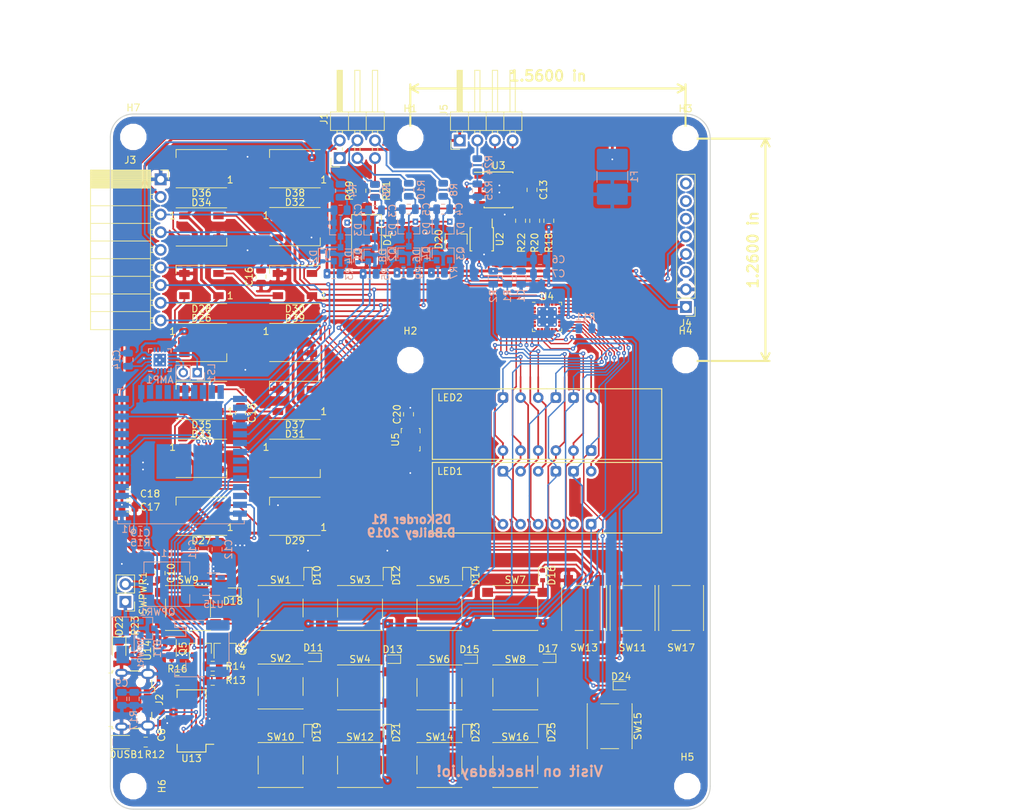
<source format=kicad_pcb>
(kicad_pcb (version 20171130) (host pcbnew 5.0.2+dfsg1-1~bpo9+1)
  (layers (0 F.Cu signal) (31 B.Cu signal) (34 B.Paste user) (35 F.Paste user) (36 B.SilkS user) (37 F.SilkS user) (38 B.Mask user) (39 F.Mask user) (44 Edge.Cuts user))
  (net 0 "")
  (net 1 /IOGate/UPIO2)
  (net 2 "Net-(C3-Pad1)")
  (net 3 "Net-(C4-Pad1)")
  (net 4 /IOGate/UPIO1)
  (net 5 "Net-(C2-Pad1)")
  (net 6 "Net-(C5-Pad1)")
  (net 7 /IOGate/UPIO4)
  (net 8 "/USB Connection/+5V_USB")
  (net 9 GND)
  (net 10 "Net-(DUSB1-Pad2)")
  (net 11 "/USB Connection/USB3.3")
  (net 12 /Bat_CHG)
  (net 13 +BATT)
  (net 14 +3V3)
  (net 15 /RESET)
  (net 16 "Net-(U1-Pad4)")
  (net 17 "Net-(U1-Pad5)")
  (net 18 "Net-(U1-Pad6)")
  (net 19 "Net-(U1-Pad7)")
  (net 20 "Net-(U1-Pad10)")
  (net 21 "Net-(U1-Pad11)")
  (net 22 /BCLK)
  (net 23 /DATA)
  (net 24 /LRCLK)
  (net 25 "Net-(U1-Pad17)")
  (net 26 "Net-(U1-Pad18)")
  (net 27 "Net-(U1-Pad19)")
  (net 28 "Net-(U1-Pad20)")
  (net 29 "Net-(U1-Pad21)")
  (net 30 "Net-(U1-Pad22)")
  (net 31 /GPIO0)
  (net 32 LOCAL_SDA)
  (net 33 LOCAL_SCL)
  (net 34 "Net-(U1-Pad32)")
  (net 35 "Net-(U1-Pad33)")
  (net 36 /USB>E)
  (net 37 /E>USB)
  (net 38 "Net-(U1-Pad36)")
  (net 39 "/Power Handling/CHG_Stat")
  (net 40 "/Power Handling/B_Raw+")
  (net 41 "Net-(U15-Pad4)")
  (net 42 "Net-(C11-Pad1)")
  (net 43 "Net-(Q1-Pad1)")
  (net 44 "Net-(Q2-Pad1)")
  (net 45 "Net-(Q3-Pad1)")
  (net 46 "Net-(Q4-Pad1)")
  (net 47 "Net-(Q5-Pad2)")
  (net 48 "Net-(Q5-Pad1)")
  (net 49 "Net-(Q6-Pad1)")
  (net 50 "Net-(Q6-Pad2)")
  (net 51 "Net-(U13-Pad5)")
  (net 52 "Net-(U13-Pad7)")
  (net 53 "Net-(U13-Pad8)")
  (net 54 "Net-(U13-Pad9)")
  (net 55 "Net-(U13-Pad10)")
  (net 56 "Net-(J2-Pad3)")
  (net 57 "Net-(J2-Pad2)")
  (net 58 "Net-(DUSB1-Pad1)")
  (net 59 "/USB Connection/Charge_EN")
  (net 60 "Net-(U13-Pad19)")
  (net 61 "Net-(D10-Pad1)")
  (net 62 "Net-(D11-Pad1)")
  (net 63 "Net-(R11-Pad2)")
  (net 64 "Net-(J2-Pad4)")
  (net 65 +12P)
  (net 66 "Net-(R18-Pad2)")
  (net 67 /IOGate/UPEXT_U)
  (net 68 /BMode2)
  (net 69 /BMode3)
  (net 70 /BMode1)
  (net 71 /WS2812_OUT)
  (net 72 "Net-(J4-Pad3)")
  (net 73 "Net-(J4-Pad6)")
  (net 74 "Net-(J4-Pad7)")
  (net 75 "Net-(J4-Pad8)")
  (net 76 "Net-(D19-Pad2)")
  (net 77 "Net-(D23-Pad2)")
  (net 78 "Net-(D21-Pad2)")
  (net 79 "Net-(D18-Pad2)")
  (net 80 "Net-(D17-Pad2)")
  (net 81 "Net-(D25-Pad2)")
  (net 82 "Net-(D16-Pad2)")
  (net 83 "Net-(D24-Pad2)")
  (net 84 "Net-(D13-Pad2)")
  (net 85 "Net-(D12-Pad2)")
  (net 86 "Net-(D15-Pad2)")
  (net 87 "Net-(D10-Pad2)")
  (net 88 "Net-(D11-Pad2)")
  (net 89 "Net-(D14-Pad2)")
  (net 90 /IOGate/UPIO3)
  (net 91 "Net-(U3-Pad4)")
  (net 92 /IOGate/UPEXT_BAT)
  (net 93 "Net-(D22-Pad2)")
  (net 94 "Net-(DPWR1-Pad1)")
  (net 95 /IOGate/UP_GND)
  (net 96 "Net-(J5-Pad3)")
  (net 97 "Net-(J5-Pad4)")
  (net 98 "Net-(AMP1-Pad9)")
  (net 99 "Net-(AMP1-Pad10)")
  (net 100 "Net-(D36-Pad2)")
  (net 101 "Net-(D26-Pad2)")
  (net 102 "Net-(D26-Pad4)")
  (net 103 "Net-(D27-Pad2)")
  (net 104 "Net-(D28-Pad2)")
  (net 105 "Net-(D29-Pad2)")
  (net 106 "Net-(D30-Pad2)")
  (net 107 "Net-(D31-Pad2)")
  (net 108 "Net-(D32-Pad2)")
  (net 109 "Net-(D33-Pad2)")
  (net 110 "Net-(D34-Pad2)")
  (net 111 "Net-(D35-Pad2)")
  (net 112 "Net-(D37-Pad2)")
  (net 113 PIO1)
  (net 114 PIO2)
  (net 115 PIO3)
  (net 116 PIO4)
  (net 117 "Net-(R16-Pad1)")
  (net 118 PEXT_BAT)
  (net 119 PEXT_U)
  (net 120 BTN_IRQ)
  (net 121 PEXT_I)
  (net 122 "Net-(LED1-Pad1)")
  (net 123 "Net-(LED1-Pad2)")
  (net 124 "Net-(LED1-Pad3)")
  (net 125 "Net-(LED1-Pad4)")
  (net 126 "Net-(LED1-Pad5)")
  (net 127 "Net-(LED2-Pad6)")
  (net 128 "Net-(LED1-Pad7)")
  (net 129 "Net-(LED2-Pad8)")
  (net 130 "Net-(LED2-Pad9)")
  (net 131 "Net-(LED1-Pad10)")
  (net 132 "Net-(LED1-Pad11)")
  (net 133 "Net-(LED2-Pad12)")
  (net 134 "Net-(LED1-Pad12)")
  (net 135 "Net-(LED1-Pad9)")
  (net 136 "Net-(LED1-Pad8)")
  (net 137 "Net-(LED1-Pad6)")
  (net 138 "Net-(U1-Pad24)")
  (net 139 WS2812_EXT)
  (net 140 "Net-(U5-Pad9)")
  (net 141 "Net-(U5-Pad10)")
  (net 142 "Net-(U5-Pad11)")
  (module Fuse:Fuse_2816_7142Metric (layer B.Cu) (at 189.103 58.5724 90)
    (fp_text reference F1 (at 0 3.18 90) (layer B.SilkS) (effects (justify mirror)))
    (fp_text value Fuse_Small)
    (pad 1 smd roundrect (at -2.5125 0 90) (size 3.025 4.45) (layers B.Cu B.Paste B.Mask) (roundrect_rratio 0.082645) (net 9 GND))
    (pad 2 smd roundrect (at 2.5125 0 90) (size 3.025 4.45) (layers B.Cu B.Paste B.Mask) (roundrect_rratio 0.082645) (net 95 /IOGate/UP_GND))
  )
  (module XasParts:Hackaday_Link (layer B.Cu) (at 175.6664 133.604)
    (fp_text reference SYM2 hide)
    (fp_text value SYM_Radioactive_Large hide)
  )
  (module XasParts:Xas_Logo (layer B.Cu) (at 160.0708 97.3836)
    (fp_text reference SYM1 hide)
    (fp_text value SYM_Radioactive_Large hide)
  )
  (module Capacitor_SMD:C_0805_2012Metric (layer F.Cu) (at 159.766 92.7608 90)
    (fp_text reference C20 (at 0 -1.65 90) (layer F.SilkS))
    (fp_text value 0.1uF)
    (pad 1 smd roundrect (at -0.9375 0 90) (size 0.975 1.4) (layers F.Cu F.Paste F.Mask) (net 14 +3V3))
    (pad 2 smd roundrect (at 0.9375 0 90) (size 0.975 1.4) (layers F.Cu F.Paste F.Mask) (net 9 GND))
  )
  (module Package_LGA:LGA-14_3x2.5mm_P0.5mm_LayoutBorder3x4y (layer F.Cu) (at 160.0708 96.4184 90)
    (fp_text reference U5 (at 0 -2.2 90) (layer F.SilkS))
    (fp_text value LSM6DS3)
    (pad 1 smd custom (at -1.1375 -0.75 90) (size 0.4 0.4) (layers F.Cu F.Paste F.Mask) (net 14 +3V3) (options (clearance outline) (anchor circle)) (primitives (gr_poly (pts (xy -0.3375 -0.2) (xy 0.0875 -0.2) (xy 0.3375 0.05) (xy 0.3375 0.2) (xy -0.3375 0.2)) (width 0))))
    (pad 2 smd rect (at -1.1375 -0.25 90) (size 0.675 0.4) (layers F.Cu F.Paste F.Mask) (net 14 +3V3))
    (pad 3 smd rect (at -1.1375 0.25 90) (size 0.675 0.4) (layers F.Cu F.Paste F.Mask) (net 14 +3V3))
    (pad 4 smd custom (at -1.1375 0.75 90) (size 0.4 0.4) (layers F.Cu F.Paste F.Mask) (net 120 BTN_IRQ) (options (clearance outline) (anchor circle)) (primitives (gr_poly (pts (xy -0.3375 -0.2) (xy 0.3375 -0.2) (xy 0.3375 -0.05) (xy 0.0875 0.2) (xy -0.3375 0.2)) (width 0))))
    (pad 5 smd custom (at -0.5 0.8875 90) (size 0.4 0.4) (layers F.Cu F.Paste F.Mask) (net 14 +3V3) (options (clearance outline) (anchor circle)) (primitives (gr_poly (pts (xy -0.2 -0.0875) (xy 0.05 -0.3375) (xy 0.2 -0.3375) (xy 0.2 0.3375) (xy -0.2 0.3375)) (width 0))))
    (pad 6 smd rect (at 0 0.8875 90) (size 0.4 0.675) (layers F.Cu F.Paste F.Mask) (net 9 GND))
    (pad 7 smd custom (at 0.5 0.8875 90) (size 0.4 0.4) (layers F.Cu F.Paste F.Mask) (net 9 GND) (options (clearance outline) (anchor circle)) (primitives (gr_poly (pts (xy -0.2 -0.3375) (xy -0.05 -0.3375) (xy 0.2 -0.0875) (xy 0.2 0.3375) (xy -0.2 0.3375)) (width 0))))
    (pad 8 smd custom (at 1.1375 0.75 90) (size 0.4 0.4) (layers F.Cu F.Paste F.Mask) (net 14 +3V3) (options (clearance outline) (anchor circle)) (primitives (gr_poly (pts (xy -0.3375 -0.2) (xy 0.3375 -0.2) (xy 0.3375 0.2) (xy -0.0875 0.2) (xy -0.3375 -0.05)) (width 0))))
    (pad 9 smd rect (at 1.1375 0.25 90) (size 0.675 0.4) (layers F.Cu F.Paste F.Mask) (net 140 "Net-(U5-Pad9)"))
    (pad 10 smd rect (at 1.1375 -0.25 90) (size 0.675 0.4) (layers F.Cu F.Paste F.Mask) (net 141 "Net-(U5-Pad10)"))
    (pad 11 smd custom (at 1.1375 -0.75 90) (size 0.4 0.4) (layers F.Cu F.Paste F.Mask) (net 142 "Net-(U5-Pad11)") (options (clearance outline) (anchor circle)) (primitives (gr_poly (pts (xy -0.3375 0.05) (xy -0.0875 -0.2) (xy 0.3375 -0.2) (xy 0.3375 0.2) (xy -0.3375 0.2)) (width 0))))
    (pad 12 smd custom (at 0.5 -0.8875 90) (size 0.4 0.4) (layers F.Cu F.Paste F.Mask) (net 14 +3V3) (options (clearance outline) (anchor circle)) (primitives (gr_poly (pts (xy -0.2 -0.3375) (xy 0.2 -0.3375) (xy 0.2 0.0875) (xy -0.05 0.3375) (xy -0.2 0.3375)) (width 0))))
    (pad 13 smd rect (at 0 -0.8875 90) (size 0.4 0.675) (layers F.Cu F.Paste F.Mask) (net 33 LOCAL_SCL))
    (pad 14 smd custom (at -0.5 -0.8875 90) (size 0.4 0.4) (layers F.Cu F.Paste F.Mask) (net 32 LOCAL_SDA) (options (clearance outline) (anchor circle)) (primitives (gr_poly (pts (xy -0.2 -0.3375) (xy 0.2 -0.3375) (xy 0.2 0.3375) (xy 0.05 0.3375) (xy -0.2 0.0875)) (width 0))))
  )
  (module LED_SMD:LED_0805_2012Metric (layer F.Cu) (at 118.618 139.954)
    (fp_text reference DUSB1 (at 0.5588 1.778) (layer F.SilkS))
    (fp_text value LED)
    (pad 1 smd roundrect (at -0.9375 0) (size 0.975 1.4) (layers F.Cu F.Paste F.Mask) (net 58 "Net-(DUSB1-Pad1)"))
    (pad 2 smd roundrect (at 0.9375 0) (size 0.975 1.4) (layers F.Cu F.Paste F.Mask) (net 10 "Net-(DUSB1-Pad2)"))
  )
  (module Diode_SMD:D_SMB (layer F.Cu) (at 153.7208 67.564 270)
    (fp_text reference D1 (at 0 -3 270) (layer F.SilkS))
    (fp_text value "14V Breakdown")
    (pad 1 smd rect (at -2.15 0 270) (size 2.5 2.3) (layers F.Cu F.Paste F.Mask) (net 65 +12P))
    (pad 2 smd rect (at 2.15 0 270) (size 2.5 2.3) (layers F.Cu F.Paste F.Mask) (net 9 GND))
  )
  (module Capacitor_SMD:C_0805_2012Metric (layer B.Cu) (at 118.491 133.731 90)
    (fp_text reference C9 (at 2.2606 -0.0254 180) (layer B.SilkS) (effects (justify mirror)))
    (fp_text value 10uF)
    (pad 1 smd roundrect (at -0.9375 0 90) (size 0.975 1.4) (layers B.Cu B.Paste B.Mask) (net 9 GND))
    (pad 2 smd roundrect (at 0.9375 0 90) (size 0.975 1.4) (layers B.Cu B.Paste B.Mask) (net 8 "/USB Connection/+5V_USB"))
  )
  (module Connector_PinSocket_2.54mm:PinSocket_1x09_P2.54mm_Horizontal (layer F.Cu) (at 124.079 58.928)
    (fp_text reference J3 (at -4.38 -2.77) (layer F.SilkS))
    (fp_text value Conn_01x09_Female)
    (pad 1 thru_hole rect (at 0 0) (size 1.7 1.7) (drill 1) (layers *.Cu *.Mask) (net 9 GND))
    (pad 2 thru_hole oval (at 0 2.54) (size 1.7 1.7) (drill 1) (layers *.Cu *.Mask) (net 14 +3V3))
    (pad 3 thru_hole oval (at 0 5.08) (size 1.7 1.7) (drill 1) (layers *.Cu *.Mask) (net 32 LOCAL_SDA))
    (pad 4 thru_hole oval (at 0 7.62) (size 1.7 1.7) (drill 1) (layers *.Cu *.Mask) (net 33 LOCAL_SCL))
    (pad 5 thru_hole oval (at 0 10.16) (size 1.7 1.7) (drill 1) (layers *.Cu *.Mask) (net 139 WS2812_EXT))
    (pad 6 thru_hole oval (at 0 12.7) (size 1.7 1.7) (drill 1) (layers *.Cu *.Mask) (net 113 PIO1))
    (pad 7 thru_hole oval (at 0 15.24) (size 1.7 1.7) (drill 1) (layers *.Cu *.Mask) (net 114 PIO2))
    (pad 8 thru_hole oval (at 0 17.78) (size 1.7 1.7) (drill 1) (layers *.Cu *.Mask) (net 115 PIO3))
    (pad 9 thru_hole oval (at 0 20.32) (size 1.7 1.7) (drill 1) (layers *.Cu *.Mask) (net 116 PIO4))
  )
  (module Capacitor_SMD:C_0805_2012Metric (layer B.Cu) (at 132.207 112.2045 90)
    (fp_text reference C12 (at 0 1.65 90) (layer B.SilkS) (effects (justify mirror)))
    (fp_text value 10uF)
    (pad 1 smd roundrect (at -0.9375 0 90) (size 0.975 1.4) (layers B.Cu B.Paste B.Mask) (net 14 +3V3))
    (pad 2 smd roundrect (at 0.9375 0 90) (size 0.975 1.4) (layers B.Cu B.Paste B.Mask) (net 9 GND))
  )
  (module Button_Switch_SMD:SW_SPST_PTS645 (layer F.Cu) (at 199.009 120.65 90)
    (fp_text reference SW17 (at -5.715 0) (layer F.SilkS))
    (fp_text value Push)
    (pad 2 smd rect (at -3.98 2.25 90) (size 1.55 1.3) (layers F.Cu F.Paste F.Mask) (net 70 /BMode1))
    (pad 1 smd rect (at -3.98 -2.25 90) (size 1.55 1.3) (layers F.Cu F.Paste F.Mask) (net 9 GND))
    (pad 1 smd rect (at 3.98 -2.25 90) (size 1.55 1.3) (layers F.Cu F.Paste F.Mask) (net 9 GND))
    (pad 2 smd rect (at 3.98 2.25 90) (size 1.55 1.3) (layers F.Cu F.Paste F.Mask) (net 70 /BMode1))
  )
  (module Button_Switch_SMD:SW_SPST_PTS645 (layer F.Cu) (at 185.039 120.65 90)
    (fp_text reference SW13 (at -5.715 0 180) (layer F.SilkS))
    (fp_text value Push)
    (pad 2 smd rect (at 3.98 2.25 90) (size 1.55 1.3) (layers F.Cu F.Paste F.Mask) (net 68 /BMode2))
    (pad 1 smd rect (at 3.98 -2.25 90) (size 1.55 1.3) (layers F.Cu F.Paste F.Mask) (net 9 GND))
    (pad 1 smd rect (at -3.98 -2.25 90) (size 1.55 1.3) (layers F.Cu F.Paste F.Mask) (net 9 GND))
    (pad 2 smd rect (at -3.98 2.25 90) (size 1.55 1.3) (layers F.Cu F.Paste F.Mask) (net 68 /BMode2))
  )
  (module Button_Switch_SMD:SW_SPST_PTS645 (layer F.Cu) (at 192.024 120.65 90)
    (fp_text reference SW11 (at -5.715 0 180) (layer F.SilkS))
    (fp_text value Push)
    (pad 2 smd rect (at -3.98 2.25 90) (size 1.55 1.3) (layers F.Cu F.Paste F.Mask) (net 69 /BMode3))
    (pad 1 smd rect (at -3.98 -2.25 90) (size 1.55 1.3) (layers F.Cu F.Paste F.Mask) (net 9 GND))
    (pad 1 smd rect (at 3.98 -2.25 90) (size 1.55 1.3) (layers F.Cu F.Paste F.Mask) (net 9 GND))
    (pad 2 smd rect (at 3.98 2.25 90) (size 1.55 1.3) (layers F.Cu F.Paste F.Mask) (net 69 /BMode3))
  )
  (module Capacitor_SMD:C_0805_2012Metric (layer B.Cu) (at 178.689 72.517 180)
    (fp_text reference C7 (at -2.667 0 180) (layer B.SilkS) (effects (justify mirror)))
    (fp_text value 10uF)
    (pad 2 smd roundrect (at 0.9375 0 180) (size 0.975 1.4) (layers B.Cu B.Paste B.Mask) (net 9 GND))
    (pad 1 smd roundrect (at -0.9375 0 180) (size 0.975 1.4) (layers B.Cu B.Paste B.Mask) (net 13 +BATT))
  )
  (module Capacitor_SMD:C_0805_2012Metric (layer B.Cu) (at 178.689 70.485 180)
    (fp_text reference C6 (at -2.667 0 180) (layer B.SilkS) (effects (justify mirror)))
    (fp_text value 0.1uF)
    (pad 1 smd roundrect (at -0.9375 0 180) (size 0.975 1.4) (layers B.Cu B.Paste B.Mask) (net 13 +BATT))
    (pad 2 smd roundrect (at 0.9375 0 180) (size 0.975 1.4) (layers B.Cu B.Paste B.Mask) (net 9 GND))
  )
  (module XasParts:LDQ-M282RI (layer F.Cu) (at 179.705 94.1705)
    (fp_text reference LED2 (at -13.97 -3.81) (layer F.SilkS))
    (fp_text value LDQ-M282RI)
    (pad 1 thru_hole circle (at -6.35 3.81) (size 1.524 1.524) (drill 0.762) (layers *.Cu *.Mask) (net 122 "Net-(LED1-Pad1)"))
    (pad 2 thru_hole circle (at -3.81 3.81) (size 1.524 1.524) (drill 0.762) (layers *.Cu *.Mask) (net 123 "Net-(LED1-Pad2)"))
    (pad 3 thru_hole circle (at -1.27 3.81) (size 1.524 1.524) (drill 0.762) (layers *.Cu *.Mask) (net 124 "Net-(LED1-Pad3)"))
    (pad 4 thru_hole circle (at 1.27 3.81) (size 1.524 1.524) (drill 0.762) (layers *.Cu *.Mask) (net 125 "Net-(LED1-Pad4)"))
    (pad 5 thru_hole circle (at 3.81 3.81) (size 1.524 1.524) (drill 0.762) (layers *.Cu *.Mask) (net 126 "Net-(LED1-Pad5)"))
    (pad 6 thru_hole roundrect (at 6.35 3.81) (size 1.524 1.524) (drill 0.762) (layers *.Cu *.Mask) (net 127 "Net-(LED2-Pad6)"))
    (pad 7 thru_hole circle (at 6.35 -3.81) (size 1.524 1.524) (drill 0.762) (layers *.Cu *.Mask) (net 128 "Net-(LED1-Pad7)"))
    (pad 8 thru_hole roundrect (at 3.81 -3.81) (size 1.524 1.524) (drill 0.762) (layers *.Cu *.Mask) (net 129 "Net-(LED2-Pad8)"))
    (pad 9 thru_hole roundrect (at 1.27 -3.81) (size 1.524 1.524) (drill 0.762) (layers *.Cu *.Mask) (net 130 "Net-(LED2-Pad9)"))
    (pad 10 thru_hole circle (at -1.27 -3.81) (size 1.524 1.524) (drill 0.762) (layers *.Cu *.Mask) (net 131 "Net-(LED1-Pad10)"))
    (pad 11 thru_hole circle (at -3.81 -3.81) (size 1.524 1.524) (drill 0.762) (layers *.Cu *.Mask) (net 132 "Net-(LED1-Pad11)"))
    (pad 12 thru_hole roundrect (at -6.35 -3.81) (size 1.524 1.524) (drill 0.762) (layers *.Cu *.Mask) (net 133 "Net-(LED2-Pad12)"))
  )
  (module XasParts:LDQ-M282RI (layer F.Cu) (at 179.705 104.775)
    (fp_text reference LED1 (at -13.97 -3.81) (layer F.SilkS))
    (fp_text value LDQ-M282RI)
    (pad 12 thru_hole roundrect (at -6.35 -3.81) (size 1.524 1.524) (drill 0.762) (layers *.Cu *.Mask) (net 134 "Net-(LED1-Pad12)"))
    (pad 11 thru_hole circle (at -3.81 -3.81) (size 1.524 1.524) (drill 0.762) (layers *.Cu *.Mask) (net 132 "Net-(LED1-Pad11)"))
    (pad 10 thru_hole circle (at -1.27 -3.81) (size 1.524 1.524) (drill 0.762) (layers *.Cu *.Mask) (net 131 "Net-(LED1-Pad10)"))
    (pad 9 thru_hole roundrect (at 1.27 -3.81) (size 1.524 1.524) (drill 0.762) (layers *.Cu *.Mask) (net 135 "Net-(LED1-Pad9)"))
    (pad 8 thru_hole roundrect (at 3.81 -3.81) (size 1.524 1.524) (drill 0.762) (layers *.Cu *.Mask) (net 136 "Net-(LED1-Pad8)"))
    (pad 7 thru_hole circle (at 6.35 -3.81) (size 1.524 1.524) (drill 0.762) (layers *.Cu *.Mask) (net 128 "Net-(LED1-Pad7)"))
    (pad 6 thru_hole roundrect (at 6.35 3.81) (size 1.524 1.524) (drill 0.762) (layers *.Cu *.Mask) (net 137 "Net-(LED1-Pad6)"))
    (pad 5 thru_hole circle (at 3.81 3.81) (size 1.524 1.524) (drill 0.762) (layers *.Cu *.Mask) (net 126 "Net-(LED1-Pad5)"))
    (pad 4 thru_hole circle (at 1.27 3.81) (size 1.524 1.524) (drill 0.762) (layers *.Cu *.Mask) (net 125 "Net-(LED1-Pad4)"))
    (pad 3 thru_hole circle (at -1.27 3.81) (size 1.524 1.524) (drill 0.762) (layers *.Cu *.Mask) (net 124 "Net-(LED1-Pad3)"))
    (pad 2 thru_hole circle (at -3.81 3.81) (size 1.524 1.524) (drill 0.762) (layers *.Cu *.Mask) (net 123 "Net-(LED1-Pad2)"))
    (pad 1 thru_hole circle (at -6.35 3.81) (size 1.524 1.524) (drill 0.762) (layers *.Cu *.Mask) (net 122 "Net-(LED1-Pad1)"))
  )
  (module Capacitor_SMD:C_0805_2012Metric (layer F.Cu) (at 119.4435 106.1085)
    (fp_text reference C17 (at 3.1115 0) (layer F.SilkS))
    (fp_text value 10uF)
    (pad 1 smd roundrect (at -0.9375 0) (size 0.975 1.4) (layers F.Cu F.Paste F.Mask) (net 14 +3V3))
    (pad 2 smd roundrect (at 0.9375 0) (size 0.975 1.4) (layers F.Cu F.Paste F.Mask) (net 9 GND))
  )
  (module Capacitor_SMD:C_0805_2012Metric (layer F.Cu) (at 119.4435 104.2035)
    (fp_text reference C18 (at 3.1115 0) (layer F.SilkS))
    (fp_text value 0.1uF)
    (pad 2 smd roundrect (at 0.9375 0) (size 0.975 1.4) (layers F.Cu F.Paste F.Mask) (net 9 GND))
    (pad 1 smd roundrect (at -0.9375 0) (size 0.975 1.4) (layers F.Cu F.Paste F.Mask) (net 14 +3V3))
  )
  (module Capacitor_SMD:C_0805_2012Metric (layer B.Cu) (at 121.158 111.506 180)
    (fp_text reference C19 (at 0 1.65 180) (layer B.SilkS) (effects (justify mirror)))
    (fp_text value 100nF)
    (pad 1 smd roundrect (at -0.9375 0 180) (size 0.975 1.4) (layers B.Cu B.Paste B.Mask) (net 15 /RESET))
    (pad 2 smd roundrect (at 0.9375 0 180) (size 0.975 1.4) (layers B.Cu B.Paste B.Mask) (net 9 GND))
  )
  (module Diode_SMD:D_SMA (layer B.Cu) (at 118.618 125.349 270)
    (fp_text reference DPWR1 (at 1.9558 -2.5908 270) (layer B.SilkS) (effects (font (size 0.8 0.8)) (justify mirror)))
    (fp_text value D_Schottky)
    (pad 1 smd rect (at -2 0 270) (size 2.5 1.8) (layers B.Cu B.Paste B.Mask) (net 94 "Net-(DPWR1-Pad1)"))
    (pad 2 smd rect (at 2 0 270) (size 2.5 1.8) (layers B.Cu B.Paste B.Mask) (net 8 "/USB Connection/+5V_USB"))
  )
  (module Diode_SMD:D_SOD-523 (layer F.Cu) (at 157.48 128.016 180)
    (fp_text reference D13 (at 0 1.397 180) (layer F.SilkS))
    (fp_text value D_Small)
    (pad 1 smd rect (at -0.7 0) (size 0.6 0.7) (layers F.Cu F.Paste F.Mask) (net 62 "Net-(D11-Pad1)"))
    (pad 2 smd rect (at 0.7 0) (size 0.6 0.7) (layers F.Cu F.Paste F.Mask) (net 84 "Net-(D13-Pad2)"))
  )
  (module Diode_SMD:D_SOD-523 (layer F.Cu) (at 168.148 138.557 270)
    (fp_text reference D23 (at 0 -1.3 270) (layer F.SilkS))
    (fp_text value D_Small)
    (pad 2 smd rect (at 0.7 0 90) (size 0.6 0.7) (layers F.Cu F.Paste F.Mask) (net 77 "Net-(D23-Pad2)"))
    (pad 1 smd rect (at -0.7 0 90) (size 0.6 0.7) (layers F.Cu F.Paste F.Mask) (net 62 "Net-(D11-Pad1)"))
  )
  (module Diode_SMD:D_SOD-523 (layer B.Cu) (at 147.3835 70.0405 270)
    (fp_text reference D2 (at 0 1.3 270) (layer B.SilkS) (effects (justify mirror)))
    (fp_text value D_Schottky)
    (pad 1 smd rect (at -0.7 0 90) (size 0.6 0.7) (layers B.Cu B.Paste B.Mask) (net 5 "Net-(C2-Pad1)"))
    (pad 2 smd rect (at 0.7 0 90) (size 0.6 0.7) (layers B.Cu B.Paste B.Mask) (net 113 PIO1))
  )
  (module Diode_SMD:D_SOD-523 (layer B.Cu) (at 152.4635 70.1675 270)
    (fp_text reference D4 (at 0 1.3 270) (layer B.SilkS) (effects (justify mirror)))
    (fp_text value D_Schottky)
    (pad 2 smd rect (at 0.7 0 90) (size 0.6 0.7) (layers B.Cu B.Paste B.Mask) (net 114 PIO2))
    (pad 1 smd rect (at -0.7 0 90) (size 0.6 0.7) (layers B.Cu B.Paste B.Mask) (net 2 "Net-(C3-Pad1)"))
  )
  (module Diode_SMD:D_SOD-523 (layer B.Cu) (at 162.2425 69.9135 270)
    (fp_text reference D6 (at 0 1.3 270) (layer B.SilkS) (effects (justify mirror)))
    (fp_text value D_Schottky)
    (pad 1 smd rect (at -0.7 0 90) (size 0.6 0.7) (layers B.Cu B.Paste B.Mask) (net 3 "Net-(C4-Pad1)"))
    (pad 2 smd rect (at 0.7 0 90) (size 0.6 0.7) (layers B.Cu B.Paste B.Mask) (net 115 PIO3))
  )
  (module Diode_SMD:D_SOD-523 (layer B.Cu) (at 157.353 69.9135 270)
    (fp_text reference D8 (at 0 1.3 270) (layer B.SilkS) (effects (justify mirror)))
    (fp_text value D_Schottky)
    (pad 2 smd rect (at 0.7 0 90) (size 0.6 0.7) (layers B.Cu B.Paste B.Mask) (net 116 PIO4))
    (pad 1 smd rect (at -0.7 0 90) (size 0.6 0.7) (layers B.Cu B.Paste B.Mask) (net 6 "Net-(C5-Pad1)"))
  )
  (module Diode_SMD:D_SOD-523 (layer F.Cu) (at 145.288 115.951 270)
    (fp_text reference D10 (at 0 -1.3 270) (layer F.SilkS))
    (fp_text value D_Small)
    (pad 1 smd rect (at -0.7 0 90) (size 0.6 0.7) (layers F.Cu F.Paste F.Mask) (net 61 "Net-(D10-Pad1)"))
    (pad 2 smd rect (at 0.7 0 90) (size 0.6 0.7) (layers F.Cu F.Paste F.Mask) (net 87 "Net-(D10-Pad2)"))
  )
  (module Diode_SMD:D_SOD-523 (layer F.Cu) (at 146.05 127.762 180)
    (fp_text reference D11 (at 0 1.397 180) (layer F.SilkS))
    (fp_text value D_Small)
    (pad 2 smd rect (at 0.7 0) (size 0.6 0.7) (layers F.Cu F.Paste F.Mask) (net 88 "Net-(D11-Pad2)"))
    (pad 1 smd rect (at -0.7 0) (size 0.6 0.7) (layers F.Cu F.Paste F.Mask) (net 62 "Net-(D11-Pad1)"))
  )
  (module Diode_SMD:D_SOD-523 (layer F.Cu) (at 156.718 115.951 270)
    (fp_text reference D12 (at 0 -1.3 270) (layer F.SilkS))
    (fp_text value D_Small)
    (pad 1 smd rect (at -0.7 0 90) (size 0.6 0.7) (layers F.Cu F.Paste F.Mask) (net 61 "Net-(D10-Pad1)"))
    (pad 2 smd rect (at 0.7 0 90) (size 0.6 0.7) (layers F.Cu F.Paste F.Mask) (net 85 "Net-(D12-Pad2)"))
  )
  (module Diode_SMD:D_SOD-523 (layer F.Cu) (at 168.529 128.016 180)
    (fp_text reference D15 (at 0 1.397 180) (layer F.SilkS))
    (fp_text value D_Small)
    (pad 2 smd rect (at 0.7 0) (size 0.6 0.7) (layers F.Cu F.Paste F.Mask) (net 86 "Net-(D15-Pad2)"))
    (pad 1 smd rect (at -0.7 0) (size 0.6 0.7) (layers F.Cu F.Paste F.Mask) (net 62 "Net-(D11-Pad1)"))
  )
  (module Diode_SMD:D_SOD-523 (layer F.Cu) (at 179.07 115.951 270)
    (fp_text reference D16 (at 0 -1.3 270) (layer F.SilkS))
    (fp_text value D_Small)
    (pad 1 smd rect (at -0.7 0 90) (size 0.6 0.7) (layers F.Cu F.Paste F.Mask) (net 61 "Net-(D10-Pad1)"))
    (pad 2 smd rect (at 0.7 0 90) (size 0.6 0.7) (layers F.Cu F.Paste F.Mask) (net 82 "Net-(D16-Pad2)"))
  )
  (module Diode_SMD:D_SOD-523 (layer F.Cu) (at 179.832 127.889 180)
    (fp_text reference D17 (at 0 1.397 180) (layer F.SilkS))
    (fp_text value D_Small)
    (pad 2 smd rect (at 0.7 0) (size 0.6 0.7) (layers F.Cu F.Paste F.Mask) (net 80 "Net-(D17-Pad2)"))
    (pad 1 smd rect (at -0.7 0) (size 0.6 0.7) (layers F.Cu F.Paste F.Mask) (net 62 "Net-(D11-Pad1)"))
  )
  (module Diode_SMD:D_SOD-523 (layer F.Cu) (at 145.288 138.557 270)
    (fp_text reference D19 (at 0 -1.3 270) (layer F.SilkS))
    (fp_text value D_Small)
    (pad 1 smd rect (at -0.7 0 90) (size 0.6 0.7) (layers F.Cu F.Paste F.Mask) (net 62 "Net-(D11-Pad1)"))
    (pad 2 smd rect (at 0.7 0 90) (size 0.6 0.7) (layers F.Cu F.Paste F.Mask) (net 76 "Net-(D19-Pad2)"))
  )
  (module Diode_SMD:D_SOD-523 (layer F.Cu) (at 156.718 138.557 270)
    (fp_text reference D21 (at 0 -1.3 270) (layer F.SilkS))
    (fp_text value RB521S30T1GOSCT-ND)
    (pad 2 smd rect (at 0.7 0 90) (size 0.6 0.7) (layers F.Cu F.Paste F.Mask) (net 78 "Net-(D21-Pad2)"))
    (pad 1 smd rect (at -0.7 0 90) (size 0.6 0.7) (layers F.Cu F.Paste F.Mask) (net 62 "Net-(D11-Pad1)"))
  )
  (module Diode_SMD:D_SOD-523 (layer F.Cu) (at 168.148 115.951 270)
    (fp_text reference D14 (at 0 -1.3 270) (layer F.SilkS))
    (fp_text value D_Small)
    (pad 1 smd rect (at -0.7 0 90) (size 0.6 0.7) (layers F.Cu F.Paste F.Mask) (net 61 "Net-(D10-Pad1)"))
    (pad 2 smd rect (at 0.7 0 90) (size 0.6 0.7) (layers F.Cu F.Paste F.Mask) (net 89 "Net-(D14-Pad2)"))
  )
  (module Diode_SMD:D_SOD-523 (layer F.Cu) (at 190.373 131.826)
    (fp_text reference D24 (at 0 -1.3) (layer F.SilkS))
    (fp_text value D_Small)
    (pad 2 smd rect (at 0.7 0 180) (size 0.6 0.7) (layers F.Cu F.Paste F.Mask) (net 83 "Net-(D24-Pad2)"))
    (pad 1 smd rect (at -0.7 0 180) (size 0.6 0.7) (layers F.Cu F.Paste F.Mask) (net 61 "Net-(D10-Pad1)"))
  )
  (module Diode_SMD:D_SOD-523 (layer F.Cu) (at 179.07 138.557 270)
    (fp_text reference D25 (at 0 -1.3 270) (layer F.SilkS))
    (fp_text value D_Small)
    (pad 1 smd rect (at -0.7 0 90) (size 0.6 0.7) (layers F.Cu F.Paste F.Mask) (net 62 "Net-(D11-Pad1)"))
    (pad 2 smd rect (at 0.7 0 90) (size 0.6 0.7) (layers F.Cu F.Paste F.Mask) (net 81 "Net-(D25-Pad2)"))
  )
  (module Diode_SMD:D_SOD-523 (layer F.Cu) (at 134.493 118.364 180)
    (fp_text reference D18 (at 0 -1.3 180) (layer F.SilkS))
    (fp_text value D_Small)
    (pad 2 smd rect (at 0.7 0) (size 0.6 0.7) (layers F.Cu F.Paste F.Mask) (net 79 "Net-(D18-Pad2)"))
    (pad 1 smd rect (at -0.7 0) (size 0.6 0.7) (layers F.Cu F.Paste F.Mask) (net 61 "Net-(D10-Pad1)"))
  )
  (module Resistor_SMD:R_0805_2012Metric (layer B.Cu) (at 121.158 109.601)
    (fp_text reference R15 (at 0 1.65) (layer B.SilkS) (effects (justify mirror)))
    (fp_text value R_Small)
    (pad 1 smd roundrect (at -0.9375 0) (size 0.975 1.4) (layers B.Cu B.Paste B.Mask) (net 14 +3V3))
    (pad 2 smd roundrect (at 0.9375 0) (size 0.975 1.4) (layers B.Cu B.Paste B.Mask) (net 15 /RESET))
  )
  (module LED_SMD:LED_0805_2012Metric (layer F.Cu) (at 118.11 126.492 270)
    (fp_text reference D22 (at -3.302 0 270) (layer F.SilkS))
    (fp_text value LED)
    (pad 1 smd roundrect (at -0.9375 0 270) (size 0.975 1.4) (layers F.Cu F.Paste F.Mask) (net 39 "/Power Handling/CHG_Stat"))
    (pad 2 smd roundrect (at 0.9375 0 270) (size 0.975 1.4) (layers F.Cu F.Paste F.Mask) (net 93 "Net-(D22-Pad2)"))
  )
  (module RF_Module:ESP32-WROOM-32U (layer B.Cu) (at 127 98.806)
    (fp_text reference U1 (at -7.58 10.5 -180) (layer B.SilkS) (effects (justify mirror)))
    (fp_text value ESP32-WROOM-32D)
    (pad 39 smd rect (at -1 0.755) (size 5 5) (layers B.Cu B.Paste B.Mask))
    (pad 1 smd rect (at -8.5 8.255) (size 2 0.9) (layers B.Cu B.Paste B.Mask) (net 9 GND))
    (pad 2 smd rect (at -8.5 6.985) (size 2 0.9) (layers B.Cu B.Paste B.Mask) (net 14 +3V3))
    (pad 3 smd rect (at -8.5 5.715) (size 2 0.9) (layers B.Cu B.Paste B.Mask) (net 15 /RESET))
    (pad 4 smd rect (at -8.5 4.445) (size 2 0.9) (layers B.Cu B.Paste B.Mask) (net 16 "Net-(U1-Pad4)"))
    (pad 5 smd rect (at -8.5 3.175) (size 2 0.9) (layers B.Cu B.Paste B.Mask) (net 17 "Net-(U1-Pad5)"))
    (pad 6 smd rect (at -8.5 1.905) (size 2 0.9) (layers B.Cu B.Paste B.Mask) (net 18 "Net-(U1-Pad6)"))
    (pad 7 smd rect (at -8.5 0.635) (size 2 0.9) (layers B.Cu B.Paste B.Mask) (net 19 "Net-(U1-Pad7)"))
    (pad 8 smd rect (at -8.5 -0.635) (size 2 0.9) (layers B.Cu B.Paste B.Mask) (net 68 /BMode2))
    (pad 9 smd rect (at -8.5 -1.905) (size 2 0.9) (layers B.Cu B.Paste B.Mask) (net 69 /BMode3))
    (pad 10 smd rect (at -8.5 -3.175) (size 2 0.9) (layers B.Cu B.Paste B.Mask) (net 20 "Net-(U1-Pad10)"))
    (pad 11 smd rect (at -8.5 -4.445) (size 2 0.9) (layers B.Cu B.Paste B.Mask) (net 21 "Net-(U1-Pad11)"))
    (pad 12 smd rect (at -8.5 -5.715) (size 2 0.9) (layers B.Cu B.Paste B.Mask) (net 70 /BMode1))
    (pad 13 smd rect (at -8.5 -6.985) (size 2 0.9) (layers B.Cu B.Paste B.Mask) (net 22 /BCLK))
    (pad 14 smd rect (at -8.5 -8.255) (size 2 0.9) (layers B.Cu B.Paste B.Mask) (net 23 /DATA))
    (pad 15 smd rect (at -5.715 -9.255 90) (size 2 0.9) (layers B.Cu B.Paste B.Mask) (net 9 GND))
    (pad 16 smd rect (at -4.445 -9.255 270) (size 2 0.9) (layers B.Cu B.Paste B.Mask) (net 24 /LRCLK))
    (pad 17 smd rect (at -3.175 -9.255 270) (size 2 0.9) (layers B.Cu B.Paste B.Mask) (net 25 "Net-(U1-Pad17)"))
    (pad 18 smd rect (at -1.905 -9.255 270) (size 2 0.9) (layers B.Cu B.Paste B.Mask) (net 26 "Net-(U1-Pad18)"))
    (pad 19 smd rect (at -0.635 -9.255 270) (size 2 0.9) (layers B.Cu B.Paste B.Mask) (net 27 "Net-(U1-Pad19)"))
    (pad 20 smd rect (at 0.635 -9.255 270) (size 2 0.9) (layers B.Cu B.Paste B.Mask) (net 28 "Net-(U1-Pad20)"))
    (pad 21 smd rect (at 1.905 -9.255 270) (size 2 0.9) (layers B.Cu B.Paste B.Mask) (net 29 "Net-(U1-Pad21)"))
    (pad 22 smd rect (at 3.175 -9.255 270) (size 2 0.9) (layers B.Cu B.Paste B.Mask) (net 30 "Net-(U1-Pad22)"))
    (pad 23 smd rect (at 4.445 -9.255 270) (size 2 0.9) (layers B.Cu B.Paste B.Mask) (net 120 BTN_IRQ))
    (pad 24 smd rect (at 5.715 -9.255 270) (size 2 0.9) (layers B.Cu B.Paste B.Mask) (net 138 "Net-(U1-Pad24)"))
    (pad 25 smd rect (at 8.5 -8.255) (size 2 0.9) (layers B.Cu B.Paste B.Mask) (net 31 /GPIO0))
    (pad 26 smd rect (at 8.5 -6.985) (size 2 0.9) (layers B.Cu B.Paste B.Mask) (net 32 LOCAL_SDA))
    (pad 27 smd rect (at 8.5 -5.715) (size 2 0.9) (layers B.Cu B.Paste B.Mask) (net 113 PIO1))
    (pad 28 smd rect (at 8.5 -4.445) (size 2 0.9) (layers B.Cu B.Paste B.Mask) (net 114 PIO2))
    (pad 29 smd rect (at 8.5 -3.175) (size 2 0.9) (layers B.Cu B.Paste B.Mask) (net 33 LOCAL_SCL))
    (pad 30 smd rect (at 8.5 -1.905) (size 2 0.9) (layers B.Cu B.Paste B.Mask) (net 115 PIO3))
    (pad 31 smd rect (at 8.5 -0.635) (size 2 0.9) (layers B.Cu B.Paste B.Mask) (net 116 PIO4))
    (pad 32 smd rect (at 8.5 0.635) (size 2 0.9) (layers B.Cu B.Paste B.Mask) (net 34 "Net-(U1-Pad32)"))
    (pad 33 smd rect (at 8.5 1.905) (size 2 0.9) (layers B.Cu B.Paste B.Mask) (net 35 "Net-(U1-Pad33)"))
    (pad 34 smd rect (at 8.5 3.175) (size 2 0.9) (layers B.Cu B.Paste B.Mask) (net 36 /USB>E))
    (pad 35 smd rect (at 8.5 4.445) (size 2 0.9) (layers B.Cu B.Paste B.Mask) (net 37 /E>USB))
    (pad 36 smd rect (at 8.5 5.715) (size 2 0.9) (layers B.Cu B.Paste B.Mask) (net 38 "Net-(U1-Pad36)"))
    (pad 37 smd rect (at 8.5 6.985) (size 2 0.9) (layers B.Cu B.Paste B.Mask) (net 71 /WS2812_OUT))
    (pad 38 smd rect (at 8.5 8.255) (size 2 0.9) (layers B.Cu B.Paste B.Mask) (net 9 GND))
  )
  (module MountingHole:MountingHole_3.2mm_M3 (layer F.Cu) (at 120.142 52.832)
    (fp_text reference H7 (at 0 -4.2) (layer F.SilkS))
    (fp_text value MountingHole)
    (pad 1 np_thru_hole circle (at 0 0) (size 3.2 3.2) (drill 3.2) (layers *.Cu *.Mask))
  )
  (module MountingHole:MountingHole_3.2mm_M3 (layer F.Cu) (at 120.142 146.304)
    (fp_text reference H6 (at 4.1275 0 90) (layer F.SilkS))
    (fp_text value MountingHole)
    (pad 1 np_thru_hole circle (at 0 0) (size 3.2 3.2) (drill 3.2) (layers *.Cu *.Mask))
  )
  (module MountingHole:MountingHole_3.2mm_M3 (layer F.Cu) (at 199.898 146.304)
    (fp_text reference H5 (at 0 -4.2) (layer F.SilkS))
    (fp_text value MountingHole)
    (pad 1 np_thru_hole circle (at 0 0) (size 3.2 3.2) (drill 3.2) (layers *.Cu *.Mask))
  )
  (module Capacitor_SMD:C_0805_2012Metric (layer F.Cu) (at 135.5852 92.5576 270)
    (fp_text reference C15 (at 0 -1.65 270) (layer F.SilkS))
    (fp_text value 0.1uF)
    (pad 2 smd roundrect (at 0.9375 0 270) (size 0.975 1.4) (layers F.Cu F.Paste F.Mask) (net 9 GND))
    (pad 1 smd roundrect (at -0.9375 0 270) (size 0.975 1.4) (layers F.Cu F.Paste F.Mask) (net 13 +BATT))
  )
  (module Capacitor_SMD:C_0805_2012Metric (layer F.Cu) (at 138.5316 72.9488 270)
    (fp_text reference C16 (at 0 1.7272 270) (layer F.SilkS))
    (fp_text value 0.1uF)
    (pad 1 smd roundrect (at -0.9375 0 270) (size 0.975 1.4) (layers F.Cu F.Paste F.Mask) (net 13 +BATT))
    (pad 2 smd roundrect (at 0.9375 0 270) (size 0.975 1.4) (layers F.Cu F.Paste F.Mask) (net 9 GND))
  )
  (module LED_SMD:LED_WS2812B_PLCC4_5.0x5.0mm_P3.2mm (layer F.Cu) (at 143.4084 90.762664 180)
    (fp_text reference D37 (at 0 -3.5 180) (layer F.SilkS))
    (fp_text value WS2812B)
    (fp_text user 1 (at -4.15 -1.6 180) (layer F.SilkS))
    (pad 1 smd rect (at -2.45 -1.6 180) (size 1.5 1) (layers F.Cu F.Paste F.Mask) (net 13 +BATT))
    (pad 2 smd rect (at -2.45 1.6 180) (size 1.5 1) (layers F.Cu F.Paste F.Mask) (net 112 "Net-(D37-Pad2)"))
    (pad 4 smd rect (at 2.45 -1.6 180) (size 1.5 1) (layers F.Cu F.Paste F.Mask) (net 111 "Net-(D35-Pad2)"))
    (pad 3 smd rect (at 2.45 1.6 180) (size 1.5 1) (layers F.Cu F.Paste F.Mask) (net 9 GND))
  )
  (module LED_SMD:LED_WS2812B_PLCC4_5.0x5.0mm_P3.2mm (layer F.Cu) (at 143.4084 82.422998)
    (fp_text reference D39 (at 0 -3.5) (layer F.SilkS))
    (fp_text value WS2812B)
    (fp_text user 1 (at -4.15 -1.6) (layer F.SilkS))
    (pad 3 smd rect (at 2.45 1.6) (size 1.5 1) (layers F.Cu F.Paste F.Mask) (net 9 GND))
    (pad 4 smd rect (at 2.45 -1.6) (size 1.5 1) (layers F.Cu F.Paste F.Mask) (net 112 "Net-(D37-Pad2)"))
    (pad 2 smd rect (at -2.45 1.6) (size 1.5 1) (layers F.Cu F.Paste F.Mask) (net 102 "Net-(D26-Pad4)"))
    (pad 1 smd rect (at -2.45 -1.6) (size 1.5 1) (layers F.Cu F.Paste F.Mask) (net 13 +BATT))
  )
  (module LED_SMD:LED_WS2812B_PLCC4_5.0x5.0mm_P3.2mm (layer F.Cu) (at 129.9464 57.404 180)
    (fp_text reference D36 (at 0 -3.5 180) (layer F.SilkS))
    (fp_text value WS2812B)
    (fp_text user 1 (at -4.15 -1.6 180) (layer F.SilkS))
    (pad 1 smd rect (at -2.45 -1.6 180) (size 1.5 1) (layers F.Cu F.Paste F.Mask) (net 13 +BATT))
    (pad 2 smd rect (at -2.45 1.6 180) (size 1.5 1) (layers F.Cu F.Paste F.Mask) (net 100 "Net-(D36-Pad2)"))
    (pad 4 smd rect (at 2.45 -1.6 180) (size 1.5 1) (layers F.Cu F.Paste F.Mask) (net 110 "Net-(D34-Pad2)"))
    (pad 3 smd rect (at 2.45 1.6 180) (size 1.5 1) (layers F.Cu F.Paste F.Mask) (net 9 GND))
  )
  (module LED_SMD:LED_WS2812B_PLCC4_5.0x5.0mm_P3.2mm (layer F.Cu) (at 129.9464 90.762664 180)
    (fp_text reference D35 (at 0 -3.5 180) (layer F.SilkS))
    (fp_text value WS2812B)
    (fp_text user 1 (at -4.15 -1.6 180) (layer F.SilkS))
    (pad 3 smd rect (at 2.45 1.6 180) (size 1.5 1) (layers F.Cu F.Paste F.Mask) (net 9 GND))
    (pad 4 smd rect (at 2.45 -1.6 180) (size 1.5 1) (layers F.Cu F.Paste F.Mask) (net 109 "Net-(D33-Pad2)"))
    (pad 2 smd rect (at -2.45 1.6 180) (size 1.5 1) (layers F.Cu F.Paste F.Mask) (net 111 "Net-(D35-Pad2)"))
    (pad 1 smd rect (at -2.45 -1.6 180) (size 1.5 1) (layers F.Cu F.Paste F.Mask) (net 13 +BATT))
  )
  (module LED_SMD:LED_WS2812B_PLCC4_5.0x5.0mm_P3.2mm (layer F.Cu) (at 129.9464 65.786)
    (fp_text reference D34 (at 0 -3.5) (layer F.SilkS))
    (fp_text value WS2812B)
    (fp_text user 1 (at -4.15 -1.6) (layer F.SilkS))
    (pad 1 smd rect (at -2.45 -1.6) (size 1.5 1) (layers F.Cu F.Paste F.Mask) (net 13 +BATT))
    (pad 2 smd rect (at -2.45 1.6) (size 1.5 1) (layers F.Cu F.Paste F.Mask) (net 110 "Net-(D34-Pad2)"))
    (pad 4 smd rect (at 2.45 -1.6) (size 1.5 1) (layers F.Cu F.Paste F.Mask) (net 108 "Net-(D32-Pad2)"))
    (pad 3 smd rect (at 2.45 1.6) (size 1.5 1) (layers F.Cu F.Paste F.Mask) (net 9 GND))
  )
  (module LED_SMD:LED_WS2812B_PLCC4_5.0x5.0mm_P3.2mm (layer F.Cu) (at 129.9464 99.10233)
    (fp_text reference D33 (at 0 -3.5) (layer F.SilkS))
    (fp_text value WS2812B)
    (fp_text user 1 (at -4.15 -1.6) (layer F.SilkS))
    (pad 3 smd rect (at 2.45 1.6) (size 1.5 1) (layers F.Cu F.Paste F.Mask) (net 9 GND))
    (pad 4 smd rect (at 2.45 -1.6) (size 1.5 1) (layers F.Cu F.Paste F.Mask) (net 107 "Net-(D31-Pad2)"))
    (pad 2 smd rect (at -2.45 1.6) (size 1.5 1) (layers F.Cu F.Paste F.Mask) (net 109 "Net-(D33-Pad2)"))
    (pad 1 smd rect (at -2.45 -1.6) (size 1.5 1) (layers F.Cu F.Paste F.Mask) (net 13 +BATT))
  )
  (module LED_SMD:LED_WS2812B_PLCC4_5.0x5.0mm_P3.2mm (layer F.Cu) (at 143.4084 65.743666)
    (fp_text reference D32 (at 0 -3.5) (layer F.SilkS))
    (fp_text value WS2812B)
    (fp_text user 1 (at -4.15 -1.6) (layer F.SilkS))
    (pad 1 smd rect (at -2.45 -1.6) (size 1.5 1) (layers F.Cu F.Paste F.Mask) (net 13 +BATT))
    (pad 2 smd rect (at -2.45 1.6) (size 1.5 1) (layers F.Cu F.Paste F.Mask) (net 108 "Net-(D32-Pad2)"))
    (pad 4 smd rect (at 2.45 -1.6) (size 1.5 1) (layers F.Cu F.Paste F.Mask) (net 106 "Net-(D30-Pad2)"))
    (pad 3 smd rect (at 2.45 1.6) (size 1.5 1) (layers F.Cu F.Paste F.Mask) (net 9 GND))
  )
  (module LED_SMD:LED_WS2812B_PLCC4_5.0x5.0mm_P3.2mm (layer F.Cu) (at 143.4084 99.10233)
    (fp_text reference D31 (at 0 -3.5) (layer F.SilkS))
    (fp_text value WS2812B)
    (fp_text user 1 (at -4.15 -1.6) (layer F.SilkS))
    (pad 3 smd rect (at 2.45 1.6) (size 1.5 1) (layers F.Cu F.Paste F.Mask) (net 9 GND))
    (pad 4 smd rect (at 2.45 -1.6) (size 1.5 1) (layers F.Cu F.Paste F.Mask) (net 105 "Net-(D29-Pad2)"))
    (pad 2 smd rect (at -2.45 1.6) (size 1.5 1) (layers F.Cu F.Paste F.Mask) (net 107 "Net-(D31-Pad2)"))
    (pad 1 smd rect (at -2.45 -1.6) (size 1.5 1) (layers F.Cu F.Paste F.Mask) (net 13 +BATT))
  )
  (module LED_SMD:LED_WS2812B_PLCC4_5.0x5.0mm_P3.2mm (layer F.Cu) (at 143.4084 74.083332 180)
    (fp_text reference D30 (at 0 -3.5 180) (layer F.SilkS))
    (fp_text value WS2812B)
    (fp_text user 1 (at -4.15 -1.6 180) (layer F.SilkS))
    (pad 1 smd rect (at -2.45 -1.6 180) (size 1.5 1) (layers F.Cu F.Paste F.Mask) (net 13 +BATT))
    (pad 2 smd rect (at -2.45 1.6 180) (size 1.5 1) (layers F.Cu F.Paste F.Mask) (net 106 "Net-(D30-Pad2)"))
    (pad 4 smd rect (at 2.45 -1.6 180) (size 1.5 1) (layers F.Cu F.Paste F.Mask) (net 104 "Net-(D28-Pad2)"))
    (pad 3 smd rect (at 2.45 1.6 180) (size 1.5 1) (layers F.Cu F.Paste F.Mask) (net 9 GND))
  )
  (module LED_SMD:LED_WS2812B_PLCC4_5.0x5.0mm_P3.2mm (layer F.Cu) (at 143.4084 107.442 180)
    (fp_text reference D29 (at 0 -3.5 180) (layer F.SilkS))
    (fp_text value WS2812B)
    (fp_text user 1 (at -4.15 -1.6 180) (layer F.SilkS))
    (pad 3 smd rect (at 2.45 1.6 180) (size 1.5 1) (layers F.Cu F.Paste F.Mask) (net 9 GND))
    (pad 4 smd rect (at 2.45 -1.6 180) (size 1.5 1) (layers F.Cu F.Paste F.Mask) (net 103 "Net-(D27-Pad2)"))
    (pad 2 smd rect (at -2.45 1.6 180) (size 1.5 1) (layers F.Cu F.Paste F.Mask) (net 105 "Net-(D29-Pad2)"))
    (pad 1 smd rect (at -2.45 -1.6 180) (size 1.5 1) (layers F.Cu F.Paste F.Mask) (net 13 +BATT))
  )
  (module LED_SMD:LED_WS2812B_PLCC4_5.0x5.0mm_P3.2mm (layer F.Cu) (at 129.9464 74.083332 180)
    (fp_text reference D28 (at 0 -3.5 180) (layer F.SilkS))
    (fp_text value WS2812B)
    (fp_text user 1 (at -4.15 -1.6 180) (layer F.SilkS))
    (pad 1 smd rect (at -2.45 -1.6 180) (size 1.5 1) (layers F.Cu F.Paste F.Mask) (net 13 +BATT))
    (pad 2 smd rect (at -2.45 1.6 180) (size 1.5 1) (layers F.Cu F.Paste F.Mask) (net 104 "Net-(D28-Pad2)"))
    (pad 4 smd rect (at 2.45 -1.6 180) (size 1.5 1) (layers F.Cu F.Paste F.Mask) (net 101 "Net-(D26-Pad2)"))
    (pad 3 smd rect (at 2.45 1.6 180) (size 1.5 1) (layers F.Cu F.Paste F.Mask) (net 9 GND))
  )
  (module LED_SMD:LED_WS2812B_PLCC4_5.0x5.0mm_P3.2mm (layer F.Cu) (at 129.9464 107.442 180)
    (fp_text reference D27 (at 0 -3.5 180) (layer F.SilkS))
    (fp_text value WS2812B)
    (fp_text user 1 (at -4.15 -1.6 180) (layer F.SilkS))
    (pad 3 smd rect (at 2.45 1.6 180) (size 1.5 1) (layers F.Cu F.Paste F.Mask) (net 9 GND))
    (pad 4 smd rect (at 2.45 -1.6 180) (size 1.5 1) (layers F.Cu F.Paste F.Mask) (net 71 /WS2812_OUT))
    (pad 2 smd rect (at -2.45 1.6 180) (size 1.5 1) (layers F.Cu F.Paste F.Mask) (net 103 "Net-(D27-Pad2)"))
    (pad 1 smd rect (at -2.45 -1.6 180) (size 1.5 1) (layers F.Cu F.Paste F.Mask) (net 13 +BATT))
  )
  (module LED_SMD:LED_WS2812B_PLCC4_5.0x5.0mm_P3.2mm (layer F.Cu) (at 129.9464 82.422998)
    (fp_text reference D26 (at 0 -3.5) (layer F.SilkS))
    (fp_text value WS2812B)
    (fp_text user 1 (at -4.15 -1.6) (layer F.SilkS))
    (pad 1 smd rect (at -2.45 -1.6) (size 1.5 1) (layers F.Cu F.Paste F.Mask) (net 13 +BATT))
    (pad 2 smd rect (at -2.45 1.6) (size 1.5 1) (layers F.Cu F.Paste F.Mask) (net 101 "Net-(D26-Pad2)"))
    (pad 4 smd rect (at 2.45 -1.6) (size 1.5 1) (layers F.Cu F.Paste F.Mask) (net 102 "Net-(D26-Pad4)"))
    (pad 3 smd rect (at 2.45 1.6) (size 1.5 1) (layers F.Cu F.Paste F.Mask) (net 9 GND))
  )
  (module LED_SMD:LED_WS2812B_PLCC4_5.0x5.0mm_P3.2mm (layer F.Cu) (at 143.4084 57.404 180)
    (fp_text reference D38 (at 0 -3.5 180) (layer F.SilkS))
    (fp_text value WS2812B)
    (fp_text user 1 (at -4.15 -1.6 180) (layer F.SilkS))
    (pad 3 smd rect (at 2.45 1.6 180) (size 1.5 1) (layers F.Cu F.Paste F.Mask) (net 9 GND))
    (pad 4 smd rect (at 2.45 -1.6 180) (size 1.5 1) (layers F.Cu F.Paste F.Mask) (net 100 "Net-(D36-Pad2)"))
    (pad 2 smd rect (at -2.45 1.6 180) (size 1.5 1) (layers F.Cu F.Paste F.Mask) (net 139 WS2812_EXT))
    (pad 1 smd rect (at -2.45 -1.6 180) (size 1.5 1) (layers F.Cu F.Paste F.Mask) (net 13 +BATT))
  )
  (module Capacitor_SMD:C_0805_2012Metric (layer B.Cu) (at 119.38 84.8995 270)
    (fp_text reference C14 (at 0 1.65 270) (layer B.SilkS) (effects (justify mirror)))
    (fp_text value 1uF)
    (pad 1 smd roundrect (at -0.9375 0 270) (size 0.975 1.4) (layers B.Cu B.Paste B.Mask) (net 9 GND))
    (pad 2 smd roundrect (at 0.9375 0 270) (size 0.975 1.4) (layers B.Cu B.Paste B.Mask) (net 13 +BATT))
  )
  (module Connector_PinHeader_2.00mm:PinHeader_1x02_P2.00mm_Vertical (layer B.Cu) (at 129.3368 86.7664 90)
    (fp_text reference LS1 (at 0 2.06 90) (layer B.SilkS) (effects (justify mirror)))
    (fp_text value Speaker)
    (pad 1 thru_hole rect (at 0 0 90) (size 1.35 1.35) (drill 0.8) (layers *.Cu *.Mask) (net 98 "Net-(AMP1-Pad9)"))
    (pad 2 thru_hole oval (at 0 -2 90) (size 1.35 1.35) (drill 0.8) (layers *.Cu *.Mask) (net 99 "Net-(AMP1-Pad10)"))
  )
  (module Package_DFN_QFN:QFN-16-1EP_3x3mm_P0.5mm_EP2.7x2.7mm_ThermalVias (layer B.Cu) (at 123.952 84.963)
    (fp_text reference AMP1 (at 0 2.85) (layer B.SilkS) (effects (justify mirror)))
    (fp_text value MAX98357A)
    (pad 1 smd oval (at -1.475 0.75) (size 0.75 0.3) (layers B.Cu B.Paste B.Mask) (net 23 /DATA))
    (pad 2 smd oval (at -1.475 0.25) (size 0.75 0.3) (layers B.Cu B.Paste B.Mask) (net 13 +BATT))
    (pad 3 smd oval (at -1.475 -0.25) (size 0.75 0.3) (layers B.Cu B.Paste B.Mask) (net 9 GND))
    (pad 4 smd oval (at -1.475 -0.75) (size 0.75 0.3) (layers B.Cu B.Paste B.Mask) (net 13 +BATT))
    (pad 5 smd oval (at -0.75 -1.475 270) (size 0.75 0.3) (layers B.Cu B.Paste B.Mask))
    (pad 6 smd oval (at -0.25 -1.475 270) (size 0.75 0.3) (layers B.Cu B.Paste B.Mask))
    (pad 7 smd oval (at 0.25 -1.475 270) (size 0.75 0.3) (layers B.Cu B.Paste B.Mask) (net 13 +BATT))
    (pad 8 smd oval (at 0.75 -1.475 270) (size 0.75 0.3) (layers B.Cu B.Paste B.Mask) (net 13 +BATT))
    (pad 9 smd oval (at 1.475 -0.75) (size 0.75 0.3) (layers B.Cu B.Paste B.Mask) (net 98 "Net-(AMP1-Pad9)"))
    (pad 10 smd oval (at 1.475 -0.25) (size 0.75 0.3) (layers B.Cu B.Paste B.Mask) (net 99 "Net-(AMP1-Pad10)"))
    (pad 11 smd oval (at 1.475 0.25) (size 0.75 0.3) (layers B.Cu B.Paste B.Mask) (net 9 GND))
    (pad 12 smd oval (at 1.475 0.75) (size 0.75 0.3) (layers B.Cu B.Paste B.Mask))
    (pad 13 smd oval (at 0.75 1.475 270) (size 0.75 0.3) (layers B.Cu B.Paste B.Mask))
    (pad 14 smd oval (at 0.25 1.475 270) (size 0.75 0.3) (layers B.Cu B.Paste B.Mask) (net 24 /LRCLK))
    (pad 15 smd oval (at -0.25 1.475 270) (size 0.75 0.3) (layers B.Cu B.Paste B.Mask) (net 9 GND))
    (pad 16 smd oval (at -0.75 1.475 270) (size 0.75 0.3) (layers B.Cu B.Paste B.Mask) (net 22 /BCLK))
    (pad 17 smd rect (at 0 0) (size 1.8 1.8) (layers F.Cu))
    (pad 17 smd rect (at 0 0) (size 1.8 1.8) (layers B.Cu B.Mask))
    (pad 17 thru_hole circle (at 0 0) (size 0.6 0.6) (drill 0.3) (layers *.Cu))
    (pad 17 thru_hole circle (at -0.5 0.5) (size 0.6 0.6) (drill 0.3) (layers *.Cu))
    (pad 17 thru_hole circle (at 0.5 0.5) (size 0.6 0.6) (drill 0.3) (layers *.Cu))
    (pad 17 thru_hole circle (at 0.5 -0.5) (size 0.6 0.6) (drill 0.3) (layers *.Cu))
    (pad 17 thru_hole circle (at -0.5 -0.5) (size 0.6 0.6) (drill 0.3) (layers *.Cu))
  )
  (module MountingHole:MountingHole_3.2mm_M3 (layer F.Cu) (at 199.644 84.963)
    (fp_text reference H4 (at 0 -4.2) (layer F.SilkS))
    (fp_text value MountingHole)
    (pad 1 np_thru_hole circle (at 0 0) (size 3.2 3.2) (drill 3.2) (layers *.Cu *.Mask))
  )
  (module MountingHole:MountingHole_3.2mm_M3 (layer F.Cu) (at 199.644 52.959)
    (fp_text reference H3 (at 0 -4.2) (layer F.SilkS))
    (fp_text value MountingHole)
    (pad 1 np_thru_hole circle (at 0 0) (size 3.2 3.2) (drill 3.2) (layers *.Cu *.Mask))
  )
  (module MountingHole:MountingHole_3.2mm_M3 (layer F.Cu) (at 160.02 84.963)
    (fp_text reference H2 (at 0 -4.2) (layer F.SilkS))
    (fp_text value MountingHole)
    (pad 1 np_thru_hole circle (at 0 0) (size 3.2 3.2) (drill 3.2) (layers *.Cu *.Mask))
  )
  (module MountingHole:MountingHole_3.2mm_M3 (layer F.Cu) (at 160.02 52.959)
    (fp_text reference H1 (at 0 -4.2) (layer F.SilkS))
    (fp_text value MountingHole)
    (pad 1 np_thru_hole circle (at 0 0) (size 3.2 3.2) (drill 3.2) (layers *.Cu *.Mask))
  )
  (module Connector_PinHeader_2.54mm:PinHeader_2x03_P2.54mm_Horizontal (layer F.Cu) (at 149.86 55.88 90)
    (fp_text reference J1 (at 5.655 -2.27 90) (layer F.SilkS))
    (fp_text value Conn_02x03_Odd_Even)
    (pad 1 thru_hole rect (at 0 0 90) (size 1.7 1.7) (drill 1) (layers *.Cu *.Mask) (net 95 /IOGate/UP_GND))
    (pad 2 thru_hole oval (at 2.54 0 90) (size 1.7 1.7) (drill 1) (layers *.Cu *.Mask) (net 4 /IOGate/UPIO1))
    (pad 3 thru_hole oval (at 0 2.54 90) (size 1.7 1.7) (drill 1) (layers *.Cu *.Mask) (net 7 /IOGate/UPIO4))
    (pad 4 thru_hole oval (at 2.54 2.54 90) (size 1.7 1.7) (drill 1) (layers *.Cu *.Mask) (net 1 /IOGate/UPIO2))
    (pad 5 thru_hole oval (at 0 5.08 90) (size 1.7 1.7) (drill 1) (layers *.Cu *.Mask) (net 67 /IOGate/UPEXT_U))
    (pad 6 thru_hole oval (at 2.54 5.08 90) (size 1.7 1.7) (drill 1) (layers *.Cu *.Mask) (net 90 /IOGate/UPIO3))
  )
  (module Connector_PinHeader_2.54mm:PinHeader_1x04_P2.54mm_Horizontal (layer F.Cu) (at 167.132 53.34 90)
    (fp_text reference J5 (at 4.385 -2.27 90) (layer F.SilkS))
    (fp_text value Conn_01x04_Male)
    (pad 1 thru_hole rect (at 0 0 90) (size 1.7 1.7) (drill 1) (layers *.Cu *.Mask) (net 95 /IOGate/UP_GND))
    (pad 2 thru_hole oval (at 0 2.54 90) (size 1.7 1.7) (drill 1) (layers *.Cu *.Mask) (net 92 /IOGate/UPEXT_BAT))
    (pad 3 thru_hole oval (at 0 5.08 90) (size 1.7 1.7) (drill 1) (layers *.Cu *.Mask) (net 96 "Net-(J5-Pad3)"))
    (pad 4 thru_hole oval (at 0 7.62 90) (size 1.7 1.7) (drill 1) (layers *.Cu *.Mask) (net 97 "Net-(J5-Pad4)"))
  )
  (module Resistor_SMD:R_0805_2012Metric (layer F.Cu) (at 121.92 139.954 180)
    (fp_text reference R12 (at -1.3208 -1.778 180) (layer F.SilkS))
    (fp_text value 220)
    (pad 1 smd roundrect (at -0.9375 0 180) (size 0.975 1.4) (layers F.Cu F.Paste F.Mask) (net 11 "/USB Connection/USB3.3"))
    (pad 2 smd roundrect (at 0.9375 0 180) (size 0.975 1.4) (layers F.Cu F.Paste F.Mask) (net 10 "Net-(DUSB1-Pad2)"))
  )
  (module Resistor_SMD:R_0805_2012Metric (layer B.Cu) (at 185.2295 80.391 180)
    (fp_text reference R11 (at 0 1.65 180) (layer B.SilkS) (effects (justify mirror)))
    (fp_text value >25k)
    (pad 2 smd roundrect (at 0.9375 0 180) (size 0.975 1.4) (layers B.Cu B.Paste B.Mask) (net 63 "Net-(R11-Pad2)"))
    (pad 1 smd roundrect (at -0.9375 0 180) (size 0.975 1.4) (layers B.Cu B.Paste B.Mask) (net 13 +BATT))
  )
  (module Resistor_SMD:R_0805_2012Metric (layer B.Cu) (at 159.044402 72.380415)
    (fp_text reference R9 (at 2.286 0 -90) (layer B.SilkS) (effects (justify mirror)))
    (fp_text value 10k)
    (pad 1 smd roundrect (at -0.9375 0) (size 0.975 1.4) (layers B.Cu B.Paste B.Mask) (net 14 +3V3))
    (pad 2 smd roundrect (at 0.9375 0) (size 0.975 1.4) (layers B.Cu B.Paste B.Mask) (net 46 "Net-(Q4-Pad1)"))
  )
  (module Resistor_SMD:R_0805_2012Metric (layer B.Cu) (at 163.98957 72.381384)
    (fp_text reference R7 (at 2.286 0 -90) (layer B.SilkS) (effects (justify mirror)))
    (fp_text value 10k)
    (pad 2 smd roundrect (at 0.9375 0) (size 0.975 1.4) (layers B.Cu B.Paste B.Mask) (net 45 "Net-(Q3-Pad1)"))
    (pad 1 smd roundrect (at -0.9375 0) (size 0.975 1.4) (layers B.Cu B.Paste B.Mask) (net 14 +3V3))
  )
  (module Resistor_SMD:R_0805_2012Metric (layer B.Cu) (at 154.16727 72.548806)
    (fp_text reference R5 (at 2.286 0 -90) (layer B.SilkS) (effects (justify mirror)))
    (fp_text value 10k)
    (pad 1 smd roundrect (at -0.9375 0) (size 0.975 1.4) (layers B.Cu B.Paste B.Mask) (net 14 +3V3))
    (pad 2 smd roundrect (at 0.9375 0) (size 0.975 1.4) (layers B.Cu B.Paste B.Mask) (net 44 "Net-(Q2-Pad1)"))
  )
  (module Resistor_SMD:R_0805_2012Metric (layer F.Cu) (at 131.572 131.064)
    (fp_text reference R13 (at 3.302 0) (layer F.SilkS))
    (fp_text value R_Small)
    (pad 2 smd roundrect (at 0.9375 0) (size 0.975 1.4) (layers F.Cu F.Paste F.Mask) (net 50 "Net-(Q6-Pad2)"))
    (pad 1 smd roundrect (at -0.9375 0) (size 0.975 1.4) (layers F.Cu F.Paste F.Mask) (net 48 "Net-(Q5-Pad1)"))
  )
  (module Resistor_SMD:R_0805_2012Metric (layer B.Cu) (at 148.96494 72.51801)
    (fp_text reference R3 (at 2.286 0 -90) (layer B.SilkS) (effects (justify mirror)))
    (fp_text value 10k)
    (pad 1 smd roundrect (at -0.9375 0) (size 0.975 1.4) (layers B.Cu B.Paste B.Mask) (net 14 +3V3))
    (pad 2 smd roundrect (at 0.9375 0) (size 0.975 1.4) (layers B.Cu B.Paste B.Mask) (net 43 "Net-(Q1-Pad1)"))
  )
  (module Resistor_SMD:R_0805_2012Metric (layer F.Cu) (at 120.396 126.492 90)
    (fp_text reference R23 (at 3.302 0 90) (layer F.SilkS))
    (fp_text value 100R)
    (pad 2 smd roundrect (at 0.9375 0 90) (size 0.975 1.4) (layers F.Cu F.Paste F.Mask) (net 93 "Net-(D22-Pad2)"))
    (pad 1 smd roundrect (at -0.9375 0 90) (size 0.975 1.4) (layers F.Cu F.Paste F.Mask) (net 8 "/USB Connection/+5V_USB"))
  )
  (module Resistor_SMD:R_0805_2012Metric (layer B.Cu) (at 169.672 56.896 90)
    (fp_text reference R24 (at 0 1.65 90) (layer B.SilkS) (effects (justify mirror)))
    (fp_text value 43k)
    (pad 1 smd roundrect (at -0.9375 0 90) (size 0.975 1.4) (layers B.Cu B.Paste B.Mask) (net 118 PEXT_BAT))
    (pad 2 smd roundrect (at 0.9375 0 90) (size 0.975 1.4) (layers B.Cu B.Paste B.Mask) (net 92 /IOGate/UPEXT_BAT))
  )
  (module Resistor_SMD:R_0805_2012Metric (layer B.Cu) (at 169.672 60.5305 90)
    (fp_text reference R25 (at 0 1.65 90) (layer B.SilkS) (effects (justify mirror)))
    (fp_text value 4)
    (pad 2 smd roundrect (at 0.9375 0 90) (size 0.975 1.4) (layers B.Cu B.Paste B.Mask) (net 118 PEXT_BAT))
    (pad 1 smd roundrect (at -0.9375 0 90) (size 0.975 1.4) (layers B.Cu B.Paste B.Mask) (net 9 GND))
  )
  (module Resistor_SMD:R_0805_2012Metric (layer F.Cu) (at 131.572 129.032 180)
    (fp_text reference R14 (at -3.302 0 180) (layer F.SilkS))
    (fp_text value R_Small)
    (pad 1 smd roundrect (at -0.9375 0 180) (size 0.975 1.4) (layers F.Cu F.Paste F.Mask) (net 49 "Net-(Q6-Pad1)"))
    (pad 2 smd roundrect (at 0.9375 0 180) (size 0.975 1.4) (layers F.Cu F.Paste F.Mask) (net 47 "Net-(Q5-Pad2)"))
  )
  (module Package_SO:SOIC-8_3.9x4.9mm_P1.27mm (layer F.Cu) (at 172.72 60.452)
    (fp_text reference U3 (at 0 -3.5) (layer F.SilkS))
    (fp_text value AD8418)
    (pad 1 smd rect (at -2.7 -1.905) (size 1.55 0.6) (layers F.Cu F.Paste F.Mask) (net 96 "Net-(J5-Pad3)"))
    (pad 2 smd rect (at -2.7 -0.635) (size 1.55 0.6) (layers F.Cu F.Paste F.Mask) (net 9 GND))
    (pad 3 smd rect (at -2.7 0.635) (size 1.55 0.6) (layers F.Cu F.Paste F.Mask) (net 9 GND))
    (pad 4 smd rect (at -2.7 1.905) (size 1.55 0.6) (layers F.Cu F.Paste F.Mask) (net 91 "Net-(U3-Pad4)"))
    (pad 5 smd rect (at 2.7 1.905) (size 1.55 0.6) (layers F.Cu F.Paste F.Mask) (net 121 PEXT_I))
    (pad 6 smd rect (at 2.7 0.635) (size 1.55 0.6) (layers F.Cu F.Paste F.Mask) (net 14 +3V3))
    (pad 7 smd rect (at 2.7 -0.635) (size 1.55 0.6) (layers F.Cu F.Paste F.Mask) (net 9 GND))
    (pad 8 smd rect (at 2.7 -1.905) (size 1.55 0.6) (layers F.Cu F.Paste F.Mask) (net 97 "Net-(J5-Pad4)"))
  )
  (module Button_Switch_SMD:SW_SPST_PTS645 (layer F.Cu) (at 164.211 120.65)
    (fp_text reference SW5 (at 0 -4.05) (layer F.SilkS))
    (fp_text value Push)
    (pad 2 smd rect (at 3.98 2.25) (size 1.55 1.3) (layers F.Cu F.Paste F.Mask) (net 136 "Net-(LED1-Pad8)"))
    (pad 1 smd rect (at 3.98 -2.25) (size 1.55 1.3) (layers F.Cu F.Paste F.Mask) (net 89 "Net-(D14-Pad2)"))
    (pad 1 smd rect (at -3.98 -2.25) (size 1.55 1.3) (layers F.Cu F.Paste F.Mask) (net 89 "Net-(D14-Pad2)"))
    (pad 2 smd rect (at -3.98 2.25) (size 1.55 1.3) (layers F.Cu F.Paste F.Mask) (net 136 "Net-(LED1-Pad8)"))
  )
  (module Button_Switch_SMD:SW_SPST_PTS645 (layer F.Cu) (at 141.351 131.953)
    (fp_text reference SW2 (at 0 -4.05) (layer F.SilkS))
    (fp_text value Push)
    (pad 2 smd rect (at -3.98 2.25) (size 1.55 1.3) (layers F.Cu F.Paste F.Mask) (net 134 "Net-(LED1-Pad12)"))
    (pad 1 smd rect (at -3.98 -2.25) (size 1.55 1.3) (layers F.Cu F.Paste F.Mask) (net 88 "Net-(D11-Pad2)"))
    (pad 1 smd rect (at 3.98 -2.25) (size 1.55 1.3) (layers F.Cu F.Paste F.Mask) (net 88 "Net-(D11-Pad2)"))
    (pad 2 smd rect (at 3.98 2.25) (size 1.55 1.3) (layers F.Cu F.Paste F.Mask) (net 134 "Net-(LED1-Pad12)"))
  )
  (module Button_Switch_SMD:SW_SPST_PTS645 (layer F.Cu) (at 141.351 120.65)
    (fp_text reference SW1 (at 0 -4.05) (layer F.SilkS))
    (fp_text value Push)
    (pad 2 smd rect (at 3.98 2.25) (size 1.55 1.3) (layers F.Cu F.Paste F.Mask) (net 134 "Net-(LED1-Pad12)"))
    (pad 1 smd rect (at 3.98 -2.25) (size 1.55 1.3) (layers F.Cu F.Paste F.Mask) (net 87 "Net-(D10-Pad2)"))
    (pad 1 smd rect (at -3.98 -2.25) (size 1.55 1.3) (layers F.Cu F.Paste F.Mask) (net 87 "Net-(D10-Pad2)"))
    (pad 2 smd rect (at -3.98 2.25) (size 1.55 1.3) (layers F.Cu F.Paste F.Mask) (net 134 "Net-(LED1-Pad12)"))
  )
  (module Button_Switch_SMD:SW_SPST_PTS645 (layer F.Cu) (at 164.211 132.08)
    (fp_text reference SW6 (at 0 -4.05) (layer F.SilkS))
    (fp_text value Push)
    (pad 2 smd rect (at -3.98 2.25) (size 1.55 1.3) (layers F.Cu F.Paste F.Mask) (net 136 "Net-(LED1-Pad8)"))
    (pad 1 smd rect (at -3.98 -2.25) (size 1.55 1.3) (layers F.Cu F.Paste F.Mask) (net 86 "Net-(D15-Pad2)"))
    (pad 1 smd rect (at 3.98 -2.25) (size 1.55 1.3) (layers F.Cu F.Paste F.Mask) (net 86 "Net-(D15-Pad2)"))
    (pad 2 smd rect (at 3.98 2.25) (size 1.55 1.3) (layers F.Cu F.Paste F.Mask) (net 136 "Net-(LED1-Pad8)"))
  )
  (module Button_Switch_SMD:SW_SPST_PTS645 (layer F.Cu) (at 152.781 120.65)
    (fp_text reference SW3 (at 0 -4.05) (layer F.SilkS))
    (fp_text value Push)
    (pad 2 smd rect (at 3.98 2.25) (size 1.55 1.3) (layers F.Cu F.Paste F.Mask) (net 135 "Net-(LED1-Pad9)"))
    (pad 1 smd rect (at 3.98 -2.25) (size 1.55 1.3) (layers F.Cu F.Paste F.Mask) (net 85 "Net-(D12-Pad2)"))
    (pad 1 smd rect (at -3.98 -2.25) (size 1.55 1.3) (layers F.Cu F.Paste F.Mask) (net 85 "Net-(D12-Pad2)"))
    (pad 2 smd rect (at -3.98 2.25) (size 1.55 1.3) (layers F.Cu F.Paste F.Mask) (net 135 "Net-(LED1-Pad9)"))
  )
  (module Button_Switch_SMD:SW_SPST_PTS645 (layer F.Cu) (at 152.781 132.08)
    (fp_text reference SW4 (at 0 -4.05) (layer F.SilkS))
    (fp_text value Push)
    (pad 2 smd rect (at -3.98 2.25) (size 1.55 1.3) (layers F.Cu F.Paste F.Mask) (net 135 "Net-(LED1-Pad9)"))
    (pad 1 smd rect (at -3.98 -2.25) (size 1.55 1.3) (layers F.Cu F.Paste F.Mask) (net 84 "Net-(D13-Pad2)"))
    (pad 1 smd rect (at 3.98 -2.25) (size 1.55 1.3) (layers F.Cu F.Paste F.Mask) (net 84 "Net-(D13-Pad2)"))
    (pad 2 smd rect (at 3.98 2.25) (size 1.55 1.3) (layers F.Cu F.Paste F.Mask) (net 135 "Net-(LED1-Pad9)"))
  )
  (module Button_Switch_SMD:SW_SPST_PTS645 (layer F.Cu) (at 188.722 137.668 270)
    (fp_text reference SW15 (at 0 -4.05 270) (layer F.SilkS))
    (fp_text value Push)
    (pad 2 smd rect (at 3.98 2.25 270) (size 1.55 1.3) (layers F.Cu F.Paste F.Mask) (net 127 "Net-(LED2-Pad6)"))
    (pad 1 smd rect (at 3.98 -2.25 270) (size 1.55 1.3) (layers F.Cu F.Paste F.Mask) (net 83 "Net-(D24-Pad2)"))
    (pad 1 smd rect (at -3.98 -2.25 270) (size 1.55 1.3) (layers F.Cu F.Paste F.Mask) (net 83 "Net-(D24-Pad2)"))
    (pad 2 smd rect (at -3.98 2.25 270) (size 1.55 1.3) (layers F.Cu F.Paste F.Mask) (net 127 "Net-(LED2-Pad6)"))
  )
  (module Button_Switch_SMD:SW_SPST_PTS645 (layer F.Cu) (at 175.133 120.65)
    (fp_text reference SW7 (at 0 -4.05) (layer F.SilkS))
    (fp_text value Push)
    (pad 2 smd rect (at -3.98 2.25) (size 1.55 1.3) (layers F.Cu F.Paste F.Mask) (net 137 "Net-(LED1-Pad6)"))
    (pad 1 smd rect (at -3.98 -2.25) (size 1.55 1.3) (layers F.Cu F.Paste F.Mask) (net 82 "Net-(D16-Pad2)"))
    (pad 1 smd rect (at 3.98 -2.25) (size 1.55 1.3) (layers F.Cu F.Paste F.Mask) (net 82 "Net-(D16-Pad2)"))
    (pad 2 smd rect (at 3.98 2.25) (size 1.55 1.3) (layers F.Cu F.Paste F.Mask) (net 137 "Net-(LED1-Pad6)"))
  )
  (module Button_Switch_SMD:SW_SPST_PTS645 (layer F.Cu) (at 175.133 143.256)
    (fp_text reference SW16 (at 0 -4.05) (layer F.SilkS))
    (fp_text value Push)
    (pad 2 smd rect (at 3.98 2.25) (size 1.55 1.3) (layers F.Cu F.Paste F.Mask) (net 127 "Net-(LED2-Pad6)"))
    (pad 1 smd rect (at 3.98 -2.25) (size 1.55 1.3) (layers F.Cu F.Paste F.Mask) (net 81 "Net-(D25-Pad2)"))
    (pad 1 smd rect (at -3.98 -2.25) (size 1.55 1.3) (layers F.Cu F.Paste F.Mask) (net 81 "Net-(D25-Pad2)"))
    (pad 2 smd rect (at -3.98 2.25) (size 1.55 1.3) (layers F.Cu F.Paste F.Mask) (net 127 "Net-(LED2-Pad6)"))
  )
  (module Button_Switch_SMD:SW_SPST_PTS645 (layer F.Cu) (at 175.133 132.08)
    (fp_text reference SW8 (at 0 -4.05) (layer F.SilkS))
    (fp_text value Push)
    (pad 2 smd rect (at -3.98 2.25) (size 1.55 1.3) (layers F.Cu F.Paste F.Mask) (net 137 "Net-(LED1-Pad6)"))
    (pad 1 smd rect (at -3.98 -2.25) (size 1.55 1.3) (layers F.Cu F.Paste F.Mask) (net 80 "Net-(D17-Pad2)"))
    (pad 1 smd rect (at 3.98 -2.25) (size 1.55 1.3) (layers F.Cu F.Paste F.Mask) (net 80 "Net-(D17-Pad2)"))
    (pad 2 smd rect (at 3.98 2.25) (size 1.55 1.3) (layers F.Cu F.Paste F.Mask) (net 137 "Net-(LED1-Pad6)"))
  )
  (module Button_Switch_SMD:SW_SPST_PTS645 (layer F.Cu) (at 128.016 120.65)
    (fp_text reference SW9 (at 0 -4.05) (layer F.SilkS))
    (fp_text value Push)
    (pad 2 smd rect (at 3.98 2.25) (size 1.55 1.3) (layers F.Cu F.Paste F.Mask) (net 133 "Net-(LED2-Pad12)"))
    (pad 1 smd rect (at 3.98 -2.25) (size 1.55 1.3) (layers F.Cu F.Paste F.Mask) (net 79 "Net-(D18-Pad2)"))
    (pad 1 smd rect (at -3.98 -2.25) (size 1.55 1.3) (layers F.Cu F.Paste F.Mask) (net 79 "Net-(D18-Pad2)"))
    (pad 2 smd rect (at -3.98 2.25) (size 1.55 1.3) (layers F.Cu F.Paste F.Mask) (net 133 "Net-(LED2-Pad12)"))
  )
  (module Button_Switch_SMD:SW_SPST_PTS645 (layer F.Cu) (at 152.781 143.256)
    (fp_text reference SW12 (at 0 -4.05) (layer F.SilkS))
    (fp_text value Push)
    (pad 2 smd rect (at -3.98 2.25) (size 1.55 1.3) (layers F.Cu F.Paste F.Mask) (net 130 "Net-(LED2-Pad9)"))
    (pad 1 smd rect (at -3.98 -2.25) (size 1.55 1.3) (layers F.Cu F.Paste F.Mask) (net 78 "Net-(D21-Pad2)"))
    (pad 1 smd rect (at 3.98 -2.25) (size 1.55 1.3) (layers F.Cu F.Paste F.Mask) (net 78 "Net-(D21-Pad2)"))
    (pad 2 smd rect (at 3.98 2.25) (size 1.55 1.3) (layers F.Cu F.Paste F.Mask) (net 130 "Net-(LED2-Pad9)"))
  )
  (module Button_Switch_SMD:SW_SPST_PTS645 (layer F.Cu) (at 164.211 143.256)
    (fp_text reference SW14 (at 0 -4.05) (layer F.SilkS))
    (fp_text value Push)
    (pad 2 smd rect (at 3.98 2.25) (size 1.55 1.3) (layers F.Cu F.Paste F.Mask) (net 129 "Net-(LED2-Pad8)"))
    (pad 1 smd rect (at 3.98 -2.25) (size 1.55 1.3) (layers F.Cu F.Paste F.Mask) (net 77 "Net-(D23-Pad2)"))
    (pad 1 smd rect (at -3.98 -2.25) (size 1.55 1.3) (layers F.Cu F.Paste F.Mask) (net 77 "Net-(D23-Pad2)"))
    (pad 2 smd rect (at -3.98 2.25) (size 1.55 1.3) (layers F.Cu F.Paste F.Mask) (net 129 "Net-(LED2-Pad8)"))
  )
  (module Button_Switch_SMD:SW_SPST_PTS645 (layer F.Cu) (at 141.351 143.256)
    (fp_text reference SW10 (at 0 -4.05) (layer F.SilkS))
    (fp_text value Push)
    (pad 2 smd rect (at -3.98 2.25) (size 1.55 1.3) (layers F.Cu F.Paste F.Mask) (net 133 "Net-(LED2-Pad12)"))
    (pad 1 smd rect (at -3.98 -2.25) (size 1.55 1.3) (layers F.Cu F.Paste F.Mask) (net 76 "Net-(D19-Pad2)"))
    (pad 1 smd rect (at 3.98 -2.25) (size 1.55 1.3) (layers F.Cu F.Paste F.Mask) (net 76 "Net-(D19-Pad2)"))
    (pad 2 smd rect (at 3.98 2.25) (size 1.55 1.3) (layers F.Cu F.Paste F.Mask) (net 133 "Net-(LED2-Pad12)"))
  )
  (module Capacitor_SMD:C_0805_2012Metric (layer F.Cu) (at 177.546 60.452 270)
    (fp_text reference C13 (at 0 -1.65 270) (layer F.SilkS))
    (fp_text value 0.1uF)
    (pad 1 smd roundrect (at -0.9375 0 270) (size 0.975 1.4) (layers F.Cu F.Paste F.Mask) (net 9 GND))
    (pad 2 smd roundrect (at 0.9375 0 270) (size 0.975 1.4) (layers F.Cu F.Paste F.Mask) (net 14 +3V3))
  )
  (module Capacitor_SMD:C_0805_2012Metric (layer F.Cu) (at 124.0028 115.6208 90)
    (fp_text reference C10 (at 0 1.5748 90) (layer F.SilkS))
    (fp_text value 10uF)
    (pad 2 smd roundrect (at 0.9375 0 90) (size 0.975 1.4) (layers F.Cu F.Paste F.Mask) (net 9 GND))
    (pad 1 smd roundrect (at -0.9375 0 90) (size 0.975 1.4) (layers F.Cu F.Paste F.Mask) (net 13 +BATT))
  )
  (module Capacitor_SMD:C_0805_2012Metric (layer B.Cu) (at 130.2385 112.2045 90)
    (fp_text reference C11 (at 0 -1.5875 90) (layer B.SilkS) (effects (justify mirror)))
    (fp_text value 150nF)
    (pad 1 smd roundrect (at -0.9375 0 90) (size 0.975 1.4) (layers B.Cu B.Paste B.Mask) (net 42 "Net-(C11-Pad1)"))
    (pad 2 smd roundrect (at 0.9375 0 90) (size 0.975 1.4) (layers B.Cu B.Paste B.Mask) (net 9 GND))
  )
  (module Connector_PinHeader_2.54mm:PinHeader_1x08_P2.54mm_Vertical (layer F.Cu) (at 199.6948 77.3176 180)
    (fp_text reference J4 (at 0 -2.33 180) (layer F.SilkS))
    (fp_text value Conn_01x08_Male)
    (pad 1 thru_hole rect (at 0 0 180) (size 1.7 1.7) (drill 1) (layers *.Cu *.Mask) (net 14 +3V3))
    (pad 2 thru_hole oval (at 0 2.54 180) (size 1.7 1.7) (drill 1) (layers *.Cu *.Mask) (net 9 GND))
    (pad 3 thru_hole oval (at 0 5.08 180) (size 1.7 1.7) (drill 1) (layers *.Cu *.Mask) (net 72 "Net-(J4-Pad3)"))
    (pad 4 thru_hole oval (at 0 7.62 180) (size 1.7 1.7) (drill 1) (layers *.Cu *.Mask) (net 32 LOCAL_SDA))
    (pad 5 thru_hole oval (at 0 10.16 180) (size 1.7 1.7) (drill 1) (layers *.Cu *.Mask) (net 33 LOCAL_SCL))
    (pad 6 thru_hole oval (at 0 12.7 180) (size 1.7 1.7) (drill 1) (layers *.Cu *.Mask) (net 73 "Net-(J4-Pad6)"))
    (pad 7 thru_hole oval (at 0 15.24 180) (size 1.7 1.7) (drill 1) (layers *.Cu *.Mask) (net 74 "Net-(J4-Pad7)"))
    (pad 8 thru_hole oval (at 0 17.78 180) (size 1.7 1.7) (drill 1) (layers *.Cu *.Mask) (net 75 "Net-(J4-Pad8)"))
  )
  (module Package_TO_SOT_SMD:SOT-23 (layer F.Cu) (at 166.624 67.564 90)
    (fp_text reference D20 (at 0 -2.5 90) (layer F.SilkS))
    (fp_text value DB3X313F)
    (pad 1 smd rect (at -1 -0.95 90) (size 0.9 0.8) (layers F.Cu F.Paste F.Mask) (net 9 GND))
    (pad 2 smd rect (at -1 0.95 90) (size 0.9 0.8) (layers F.Cu F.Paste F.Mask) (net 14 +3V3))
    (pad 3 smd rect (at 1 0 90) (size 0.9 0.8) (layers F.Cu F.Paste F.Mask) (net 119 PEXT_U))
  )
  (module Resistor_SMD:R_0805_2012Metric (layer F.Cu) (at 126.492 131.064)
    (fp_text reference R16 (at 0 -1.65) (layer F.SilkS))
    (fp_text value 10k)
    (pad 1 smd roundrect (at -0.9375 0) (size 0.975 1.4) (layers F.Cu F.Paste F.Mask) (net 117 "Net-(R16-Pad1)"))
    (pad 2 smd roundrect (at 0.9375 0) (size 0.975 1.4) (layers F.Cu F.Paste F.Mask) (net 9 GND))
  )
  (module Resistor_SMD:R_0805_2012Metric (layer B.Cu) (at 120.269 133.731 270)
    (fp_text reference R17 (at 3.0734 0.0762 90) (layer B.SilkS) (effects (justify mirror)))
    (fp_text value 10k)
    (pad 2 smd roundrect (at 0.9375 0 270) (size 0.975 1.4) (layers B.Cu B.Paste B.Mask) (net 9 GND))
    (pad 1 smd roundrect (at -0.9375 0 270) (size 0.975 1.4) (layers B.Cu B.Paste B.Mask) (net 8 "/USB Connection/+5V_USB"))
  )
  (module Resistor_SMD:R_0805_2012Metric (layer F.Cu) (at 152.908 60.579 90)
    (fp_text reference R19 (at 0 -1.65 90) (layer F.SilkS))
    (fp_text value 2k)
    (pad 1 smd roundrect (at -0.9375 0 90) (size 0.975 1.4) (layers F.Cu F.Paste F.Mask) (net 119 PEXT_U))
    (pad 2 smd roundrect (at 0.9375 0 90) (size 0.975 1.4) (layers F.Cu F.Paste F.Mask) (net 9 GND))
  )
  (module Resistor_SMD:R_0805_2012Metric (layer F.Cu) (at 177.927 64.897 270)
    (fp_text reference R20 (at 3.175 0 270) (layer F.SilkS))
    (fp_text value 100k)
    (pad 2 smd roundrect (at 0.9375 0 270) (size 0.975 1.4) (layers F.Cu F.Paste F.Mask) (net 12 /Bat_CHG))
    (pad 1 smd roundrect (at -0.9375 0 270) (size 0.975 1.4) (layers F.Cu F.Paste F.Mask) (net 66 "Net-(R18-Pad2)"))
  )
  (module Resistor_SMD:R_0805_2012Metric (layer F.Cu) (at 154.94 60.579 270)
    (fp_text reference R21 (at 0 -1.65 270) (layer F.SilkS))
    (fp_text value 8k)
    (pad 1 smd roundrect (at -0.9375 0 270) (size 0.975 1.4) (layers F.Cu F.Paste F.Mask) (net 67 /IOGate/UPEXT_U))
    (pad 2 smd roundrect (at 0.9375 0 270) (size 0.975 1.4) (layers F.Cu F.Paste F.Mask) (net 119 PEXT_U))
  )
  (module Resistor_SMD:R_0805_2012Metric (layer F.Cu) (at 175.895 64.897 90)
    (fp_text reference R22 (at -3.175 0.127 90) (layer F.SilkS))
    (fp_text value 100k)
    (pad 2 smd roundrect (at 0.9375 0 90) (size 0.975 1.4) (layers F.Cu F.Paste F.Mask) (net 9 GND))
    (pad 1 smd roundrect (at -0.9375 0 90) (size 0.975 1.4) (layers F.Cu F.Paste F.Mask) (net 12 /Bat_CHG))
  )
  (module Resistor_SMD:R_0805_2012Metric (layer B.Cu) (at 171.958 73.1012 270)
    (fp_text reference R2 (at 2.6416 0 270) (layer B.SilkS) (effects (justify mirror)))
    (fp_text value 10k)
    (pad 1 smd roundrect (at -0.9375 0 270) (size 0.975 1.4) (layers B.Cu B.Paste B.Mask) (net 14 +3V3))
    (pad 2 smd roundrect (at 0.9375 0 270) (size 0.975 1.4) (layers B.Cu B.Paste B.Mask) (net 33 LOCAL_SCL))
  )
  (module Resistor_SMD:R_0805_2012Metric (layer B.Cu) (at 173.99 73.1012 270)
    (fp_text reference R1 (at 2.6416 0 270) (layer B.SilkS) (effects (justify mirror)))
    (fp_text value R_Small)
    (pad 2 smd roundrect (at 0.9375 0 270) (size 0.975 1.4) (layers B.Cu B.Paste B.Mask) (net 32 LOCAL_SDA))
    (pad 1 smd roundrect (at -0.9375 0 270) (size 0.975 1.4) (layers B.Cu B.Paste B.Mask) (net 14 +3V3))
  )
  (module Resistor_SMD:R_0805_2012Metric (layer F.Cu) (at 179.959 64.897 90)
    (fp_text reference R18 (at -3.175 0 90) (layer F.SilkS))
    (fp_text value 100k)
    (pad 1 smd roundrect (at -0.9375 0 90) (size 0.975 1.4) (layers F.Cu F.Paste F.Mask) (net 13 +BATT))
    (pad 2 smd roundrect (at 0.9375 0 90) (size 0.975 1.4) (layers F.Cu F.Paste F.Mask) (net 66 "Net-(R18-Pad2)"))
  )
  (module Capacitor_SMD:C_0603_1608Metric (layer F.Cu) (at 124.206 136.398 90)
    (fp_text reference C8 (at -2.54 0 90) (layer F.SilkS))
    (fp_text value 150nF)
    (pad 1 smd roundrect (at -0.7875 0 90) (size 0.875 0.95) (layers F.Cu F.Paste F.Mask) (net 9 GND))
    (pad 2 smd roundrect (at 0.7875 0 90) (size 0.875 0.95) (layers F.Cu F.Paste F.Mask) (net 11 "/USB Connection/USB3.3"))
  )
  (module Capacitor_SMD:C_0805_2012Metric (layer B.Cu) (at 159.806402 63.236415 180)
    (fp_text reference C5 (at -2.54 0 90) (layer B.SilkS) (effects (justify mirror)))
    (fp_text value C_Small)
    (pad 1 smd roundrect (at -0.9375 0 180) (size 0.975 1.4) (layers B.Cu B.Paste B.Mask) (net 6 "Net-(C5-Pad1)"))
    (pad 2 smd roundrect (at 0.9375 0 180) (size 0.975 1.4) (layers B.Cu B.Paste B.Mask) (net 9 GND))
  )
  (module Capacitor_SMD:C_0805_2012Metric (layer B.Cu) (at 164.75157 63.237384 180)
    (fp_text reference C4 (at -2.286 0 90) (layer B.SilkS) (effects (justify mirror)))
    (fp_text value C_Small)
    (pad 2 smd roundrect (at 0.9375 0 180) (size 0.975 1.4) (layers B.Cu B.Paste B.Mask) (net 9 GND))
    (pad 1 smd roundrect (at -0.9375 0 180) (size 0.975 1.4) (layers B.Cu B.Paste B.Mask) (net 3 "Net-(C4-Pad1)"))
  )
  (module Capacitor_SMD:C_0805_2012Metric (layer B.Cu) (at 154.92927 63.404806 180)
    (fp_text reference C3 (at -2.54 -0.055 90) (layer B.SilkS) (effects (justify mirror)))
    (fp_text value C_Small)
    (pad 1 smd roundrect (at -0.9375 0 180) (size 0.975 1.4) (layers B.Cu B.Paste B.Mask) (net 2 "Net-(C3-Pad1)"))
    (pad 2 smd roundrect (at 0.9375 0 180) (size 0.975 1.4) (layers B.Cu B.Paste B.Mask) (net 9 GND))
  )
  (module Capacitor_SMD:C_0805_2012Metric (layer B.Cu) (at 149.98094 63.37401 180)
    (fp_text reference C2 (at -2.54 0 90) (layer B.SilkS) (effects (justify mirror)))
    (fp_text value C_Small)
    (pad 2 smd roundrect (at 0.9375 0 180) (size 0.975 1.4) (layers B.Cu B.Paste B.Mask) (net 9 GND))
    (pad 1 smd roundrect (at -0.9375 0 180) (size 0.975 1.4) (layers B.Cu B.Paste B.Mask) (net 5 "Net-(C2-Pad1)"))
  )
  (module Capacitor_SMD:C_0805_2012Metric (layer B.Cu) (at 175.9712 73.1012 270)
    (fp_text reference C1 (at 2.5908 0 270) (layer B.SilkS) (effects (justify mirror)))
    (fp_text value 0.1uF)
    (pad 1 smd roundrect (at -0.9375 0 270) (size 0.975 1.4) (layers B.Cu B.Paste B.Mask) (net 14 +3V3))
    (pad 2 smd roundrect (at 0.9375 0 270) (size 0.975 1.4) (layers B.Cu B.Paste B.Mask) (net 9 GND))
  )
  (module Connector_JST:JST_PH_S2B-PH-SM4-TB_1x02-1MP_P2.00mm_Horizontal (layer B.Cu) (at 129.413 126.492 270)
    (fp_text reference BT1 (at 0 5.8 270) (layer B.SilkS) (effects (justify mirror)))
    (fp_text value Battery_Cell)
    (pad 1 smd roundrect (at -1 2.85 270) (size 1 3.5) (layers B.Cu B.Paste B.Mask) (net 40 "/Power Handling/B_Raw+"))
    (pad 2 smd roundrect (at 1 2.85 270) (size 1 3.5) (layers B.Cu B.Paste B.Mask) (net 9 GND))
    (pad MP smd roundrect (at -3.35 -2.9 270) (size 1.5 3.4) (layers B.Cu B.Paste B.Mask) (roundrect_rratio 0.166667))
    (pad MP smd roundrect (at 3.35 -2.9 270) (size 1.5 3.4) (layers B.Cu B.Paste B.Mask) (roundrect_rratio 0.166667))
  )
  (module Connector_PinHeader_2.54mm:PinHeader_1x02_P2.54mm_Vertical (layer F.Cu) (at 118.999 119.761 180)
    (fp_text reference SWPWR1 (at -2.54 1.2446 270) (layer F.SilkS))
    (fp_text value SW_SPST)
    (pad 1 thru_hole rect (at 0 0 180) (size 1.7 1.7) (drill 1) (layers *.Cu *.Mask) (net 94 "Net-(DPWR1-Pad1)"))
    (pad 2 thru_hole oval (at 0 2.54 180) (size 1.7 1.7) (drill 1) (layers *.Cu *.Mask) (net 13 +BATT))
  )
  (module Connector_USB:USB_Micro-B_Wuerth_629105150521 (layer F.Cu) (at 120.396 133.858 270)
    (fp_text reference J2 (at 0 -3.5 270) (layer F.SilkS))
    (fp_text value USB_B_Micro)
    (pad 1 smd rect (at -1.3 -1.9 270) (size 0.45 1.3) (layers F.Cu F.Paste F.Mask) (net 8 "/USB Connection/+5V_USB"))
    (pad 2 smd rect (at -0.65 -1.9 270) (size 0.45 1.3) (layers F.Cu F.Paste F.Mask) (net 57 "Net-(J2-Pad2)"))
    (pad 3 smd rect (at 0 -1.9 270) (size 0.45 1.3) (layers F.Cu F.Paste F.Mask) (net 56 "Net-(J2-Pad3)"))
    (pad 4 smd rect (at 0.65 -1.9 270) (size 0.45 1.3) (layers F.Cu F.Paste F.Mask) (net 64 "Net-(J2-Pad4)"))
    (pad 5 smd rect (at 1.3 -1.9 270) (size 0.45 1.3) (layers F.Cu F.Paste F.Mask) (net 9 GND))
    (pad 6 thru_hole oval (at -3.725 -1.85 270) (size 1.45 2) (drill oval 0.85 1.4) (layers *.Cu *.Mask) (net 9 GND))
    (pad 6 thru_hole oval (at 3.725 -1.85 270) (size 1.45 2) (drill oval 0.85 1.4) (layers *.Cu *.Mask) (net 9 GND))
    (pad 6 thru_hole oval (at -3.875 1.95 270) (size 1.15 1.8) (drill oval 0.55 1.2) (layers *.Cu *.Mask) (net 9 GND))
    (pad 6 thru_hole oval (at 3.875 1.95 270) (size 1.15 1.8) (drill oval 0.55 1.2) (layers *.Cu *.Mask) (net 9 GND))
    (pad "" np_thru_hole oval (at -2.5 -0.8 270) (size 0.8 0.8) (drill 0.8) (layers *.Cu *.Mask))
    (pad "" np_thru_hole oval (at 2.5 -0.8 270) (size 0.8 0.8) (drill 0.8) (layers *.Cu *.Mask))
  )
  (module Inductor_SMD:L_6.3x6.3_H3 (layer B.Cu) (at 124.968 117.221 180)
    (fp_text reference L1 (at 0 4.45 180) (layer B.SilkS) (effects (justify mirror)))
    (fp_text value 100uH)
    (pad 1 smd rect (at -2.75 0 180) (size 1.5 2.4) (layers B.Cu B.Paste B.Mask) (net 42 "Net-(C11-Pad1)"))
    (pad 2 smd rect (at 2.75 0 180) (size 1.5 2.4) (layers B.Cu B.Paste B.Mask) (net 13 +BATT))
  )
  (module Package_DFN_QFN:TQFN-24-1EP_4x4mm_P0.5mm_EP2.8x2.8mm_PullBack_ThermalVias (layer F.Cu) (at 179.705 78.74)
    (fp_text reference U4 (at 0 -2.95) (layer F.SilkS))
    (fp_text value AS1115-BQFT)
    (pad 25 smd roundrect (at 0 0) (size 2.8 2.8) (layers F.Cu F.Mask) (roundrect_rratio 0.089286) (net 9 GND))
    (pad 25 thru_hole circle (at -1.1 -1.1) (size 0.6 0.6) (drill 0.3) (layers *.Cu) (net 9 GND))
    (pad 25 thru_hole circle (at 0 -1.1) (size 0.6 0.6) (drill 0.3) (layers *.Cu) (net 9 GND))
    (pad 25 thru_hole circle (at 1.1 -1.1) (size 0.6 0.6) (drill 0.3) (layers *.Cu) (net 9 GND))
    (pad 25 thru_hole circle (at -1.1 0) (size 0.6 0.6) (drill 0.3) (layers *.Cu) (net 9 GND))
    (pad 25 thru_hole circle (at 0 0) (size 0.6 0.6) (drill 0.3) (layers *.Cu) (net 9 GND))
    (pad 25 thru_hole circle (at 1.1 0) (size 0.6 0.6) (drill 0.3) (layers *.Cu) (net 9 GND))
    (pad 25 thru_hole circle (at -1.1 1.1) (size 0.6 0.6) (drill 0.3) (layers *.Cu) (net 9 GND))
    (pad 25 thru_hole circle (at 0 1.1) (size 0.6 0.6) (drill 0.3) (layers *.Cu) (net 9 GND))
    (pad 25 thru_hole circle (at 1.1 1.1) (size 0.6 0.6) (drill 0.3) (layers *.Cu) (net 9 GND))
    (pad 25 smd roundrect (at 0 0) (size 2.8 2.8) (layers B.Cu) (roundrect_rratio 0.089286) (net 9 GND))
    (pad 1 smd roundrect (at -1.8 -1.25) (size 0.4 0.4) (layers F.Cu F.Paste F.Mask) (net 125 "Net-(LED1-Pad4)"))
    (pad 2 smd roundrect (at -1.8 -0.75) (size 0.4 0.4) (layers F.Cu F.Paste F.Mask) (net 123 "Net-(LED1-Pad2)"))
    (pad 3 smd roundrect (at -1.8 -0.25) (size 0.4 0.4) (layers F.Cu F.Paste F.Mask) (net 9 GND))
    (pad 4 smd roundrect (at -1.8 0.25) (size 0.4 0.4) (layers F.Cu F.Paste F.Mask) (net 122 "Net-(LED1-Pad1)"))
    (pad 5 smd roundrect (at -1.8 0.75) (size 0.4 0.4) (layers F.Cu F.Paste F.Mask) (net 131 "Net-(LED1-Pad10)"))
    (pad 6 smd roundrect (at -1.8 1.25) (size 0.4 0.4) (layers F.Cu F.Paste F.Mask) (net 126 "Net-(LED1-Pad5)"))
    (pad 7 smd roundrect (at -1.25 1.8) (size 0.4 0.4) (layers F.Cu F.Paste F.Mask) (net 124 "Net-(LED1-Pad3)"))
    (pad 8 smd roundrect (at -0.75 1.8) (size 0.4 0.4) (layers F.Cu F.Paste F.Mask) (net 61 "Net-(D10-Pad1)"))
    (pad 9 smd roundrect (at -0.25 1.8) (size 0.4 0.4) (layers F.Cu F.Paste F.Mask) (net 62 "Net-(D11-Pad1)"))
    (pad 10 smd roundrect (at 0.25 1.8) (size 0.4 0.4) (layers F.Cu F.Paste F.Mask) (net 63 "Net-(R11-Pad2)"))
    (pad 11 smd roundrect (at 0.75 1.8) (size 0.4 0.4) (layers F.Cu F.Paste F.Mask) (net 33 LOCAL_SCL))
    (pad 12 smd roundrect (at 1.25 1.8) (size 0.4 0.4) (layers F.Cu F.Paste F.Mask) (net 134 "Net-(LED1-Pad12)"))
    (pad 13 smd roundrect (at 1.8 1.25) (size 0.4 0.4) (layers F.Cu F.Paste F.Mask) (net 130 "Net-(LED2-Pad9)"))
    (pad 14 smd roundrect (at 1.8 0.75) (size 0.4 0.4) (layers F.Cu F.Paste F.Mask) (net 135 "Net-(LED1-Pad9)"))
    (pad 15 smd roundrect (at 1.8 0.25) (size 0.4 0.4) (layers F.Cu F.Paste F.Mask) (net 129 "Net-(LED2-Pad8)"))
    (pad 16 smd roundrect (at 1.8 -0.25) (size 0.4 0.4) (layers F.Cu F.Paste F.Mask) (net 13 +BATT))
    (pad 17 smd roundrect (at 1.8 -0.75) (size 0.4 0.4) (layers F.Cu F.Paste F.Mask) (net 136 "Net-(LED1-Pad8)"))
    (pad 18 smd roundrect (at 1.8 -1.25) (size 0.4 0.4) (layers F.Cu F.Paste F.Mask) (net 133 "Net-(LED2-Pad12)"))
    (pad 19 smd roundrect (at 1.25 -1.8) (size 0.4 0.4) (layers F.Cu F.Paste F.Mask) (net 127 "Net-(LED2-Pad6)"))
    (pad 20 smd roundrect (at 0.75 -1.8) (size 0.4 0.4) (layers F.Cu F.Paste F.Mask) (net 137 "Net-(LED1-Pad6)"))
    (pad 21 smd roundrect (at 0.25 -1.8) (size 0.4 0.4) (layers F.Cu F.Paste F.Mask) (net 120 BTN_IRQ))
    (pad 22 smd roundrect (at -0.25 -1.8) (size 0.4 0.4) (layers F.Cu F.Paste F.Mask) (net 32 LOCAL_SDA))
    (pad 23 smd roundrect (at -0.75 -1.8) (size 0.4 0.4) (layers F.Cu F.Paste F.Mask) (net 132 "Net-(LED1-Pad11)"))
    (pad 24 smd roundrect (at -1.25 -1.8) (size 0.4 0.4) (layers F.Cu F.Paste F.Mask) (net 128 "Net-(LED1-Pad7)"))
  )
  (module Package_SO:MSOP-8_3x3mm_P0.65mm (layer F.Cu) (at 170.307 67.564 270)
    (fp_text reference U2 (at 0 -2.6 270) (layer F.SilkS))
    (fp_text value MAX11613)
    (pad 1 smd rect (at -2.2 -0.975 270) (size 1.45 0.45) (layers F.Cu F.Paste F.Mask) (net 12 /Bat_CHG))
    (pad 2 smd rect (at -2.2 -0.325 270) (size 1.45 0.45) (layers F.Cu F.Paste F.Mask) (net 121 PEXT_I))
    (pad 3 smd rect (at -2.2 0.325 270) (size 1.45 0.45) (layers F.Cu F.Paste F.Mask) (net 118 PEXT_BAT))
    (pad 4 smd rect (at -2.2 0.975 270) (size 1.45 0.45) (layers F.Cu F.Paste F.Mask) (net 119 PEXT_U))
    (pad 5 smd rect (at 2.2 0.975 270) (size 1.45 0.45) (layers F.Cu F.Paste F.Mask) (net 33 LOCAL_SCL))
    (pad 6 smd rect (at 2.2 0.325 270) (size 1.45 0.45) (layers F.Cu F.Paste F.Mask) (net 32 LOCAL_SDA))
    (pad 7 smd rect (at 2.2 -0.325 270) (size 1.45 0.45) (layers F.Cu F.Paste F.Mask) (net 9 GND))
    (pad 8 smd rect (at 2.2 -0.975 270) (size 1.45 0.45) (layers F.Cu F.Paste F.Mask) (net 14 +3V3))
  )
  (module Package_SO:SSOP-20_3.9x8.7mm_P0.635mm (layer F.Cu) (at 128.524 136.906 180)
    (fp_text reference U13 (at 0 -5.4 180) (layer F.SilkS))
    (fp_text value FT231XS)
    (pad 1 smd rect (at -2.6 -2.8575 180) (size 1.2 0.4) (layers F.Cu F.Paste F.Mask) (net 47 "Net-(Q5-Pad2)"))
    (pad 2 smd rect (at -2.6 -2.2225 180) (size 1.2 0.4) (layers F.Cu F.Paste F.Mask) (net 50 "Net-(Q6-Pad2)"))
    (pad 3 smd rect (at -2.6 -1.5875 180) (size 1.2 0.4) (layers F.Cu F.Paste F.Mask) (net 11 "/USB Connection/USB3.3"))
    (pad 4 smd rect (at -2.6 -0.9525 180) (size 1.2 0.4) (layers F.Cu F.Paste F.Mask) (net 37 /E>USB))
    (pad 5 smd rect (at -2.6 -0.3175 180) (size 1.2 0.4) (layers F.Cu F.Paste F.Mask) (net 51 "Net-(U13-Pad5)"))
    (pad 6 smd rect (at -2.6 0.3175 180) (size 1.2 0.4) (layers F.Cu F.Paste F.Mask) (net 9 GND))
    (pad 7 smd rect (at -2.6 0.9525 180) (size 1.2 0.4) (layers F.Cu F.Paste F.Mask) (net 52 "Net-(U13-Pad7)"))
    (pad 8 smd rect (at -2.6 1.5875 180) (size 1.2 0.4) (layers F.Cu F.Paste F.Mask) (net 53 "Net-(U13-Pad8)"))
    (pad 9 smd rect (at -2.6 2.2225 180) (size 1.2 0.4) (layers F.Cu F.Paste F.Mask) (net 54 "Net-(U13-Pad9)"))
    (pad 10 smd rect (at -2.6 2.8575 180) (size 1.2 0.4) (layers F.Cu F.Paste F.Mask) (net 55 "Net-(U13-Pad10)"))
    (pad 11 smd rect (at 2.6 2.8575 180) (size 1.2 0.4) (layers F.Cu F.Paste F.Mask) (net 56 "Net-(J2-Pad3)"))
    (pad 12 smd rect (at 2.6 2.2225 180) (size 1.2 0.4) (layers F.Cu F.Paste F.Mask) (net 57 "Net-(J2-Pad2)"))
    (pad 13 smd rect (at 2.6 1.5875 180) (size 1.2 0.4) (layers F.Cu F.Paste F.Mask) (net 11 "/USB Connection/USB3.3"))
    (pad 14 smd rect (at 2.6 0.9525 180) (size 1.2 0.4) (layers F.Cu F.Paste F.Mask) (net 11 "/USB Connection/USB3.3"))
    (pad 15 smd rect (at 2.6 0.3175 180) (size 1.2 0.4) (layers F.Cu F.Paste F.Mask) (net 8 "/USB Connection/+5V_USB"))
    (pad 16 smd rect (at 2.6 -0.3175 180) (size 1.2 0.4) (layers F.Cu F.Paste F.Mask) (net 9 GND))
    (pad 17 smd rect (at 2.6 -0.9525 180) (size 1.2 0.4) (layers F.Cu F.Paste F.Mask) (net 58 "Net-(DUSB1-Pad1)"))
    (pad 18 smd rect (at 2.6 -1.5875 180) (size 1.2 0.4) (layers F.Cu F.Paste F.Mask) (net 59 "/USB Connection/Charge_EN"))
    (pad 19 smd rect (at 2.6 -2.2225 180) (size 1.2 0.4) (layers F.Cu F.Paste F.Mask) (net 60 "Net-(U13-Pad19)"))
    (pad 20 smd rect (at 2.6 -2.8575 180) (size 1.2 0.4) (layers F.Cu F.Paste F.Mask) (net 36 /USB>E))
  )
  (module Package_TO_SOT_SMD:SOT-23 (layer B.Cu) (at 149.980939 66.16801 270)
    (fp_text reference D3 (at 0 -2.54 90) (layer B.SilkS) (effects (justify mirror)))
    (fp_text value DB3X313F)
    (pad 1 smd rect (at -1 0.95 270) (size 0.9 0.8) (layers B.Cu B.Paste B.Mask) (net 9 GND))
    (pad 2 smd rect (at -1 -0.95 270) (size 0.9 0.8) (layers B.Cu B.Paste B.Mask) (net 65 +12P))
    (pad 3 smd rect (at 1 0 270) (size 0.9 0.8) (layers B.Cu B.Paste B.Mask) (net 5 "Net-(C2-Pad1)"))
  )
  (module Package_TO_SOT_SMD:SOT-23 (layer B.Cu) (at 159.806402 66.030415 270)
    (fp_text reference D9 (at 0 -2.54 90) (layer B.SilkS) (effects (justify mirror)))
    (fp_text value DB3X313F)
    (pad 3 smd rect (at 1 0 270) (size 0.9 0.8) (layers B.Cu B.Paste B.Mask) (net 6 "Net-(C5-Pad1)"))
    (pad 2 smd rect (at -1 -0.95 270) (size 0.9 0.8) (layers B.Cu B.Paste B.Mask) (net 65 +12P))
    (pad 1 smd rect (at -1 0.95 270) (size 0.9 0.8) (layers B.Cu B.Paste B.Mask) (net 9 GND))
  )
  (module Package_TO_SOT_SMD:SOT-23 (layer B.Cu) (at 164.751571 66.031384 270)
    (fp_text reference D7 (at 0 -2.54 270) (layer B.SilkS) (effects (justify mirror)))
    (fp_text value DB3X313F)
    (pad 1 smd rect (at -1 0.95 270) (size 0.9 0.8) (layers B.Cu B.Paste B.Mask) (net 9 GND))
    (pad 2 smd rect (at -1 -0.95 270) (size 0.9 0.8) (layers B.Cu B.Paste B.Mask) (net 65 +12P))
    (pad 3 smd rect (at 1 0 270) (size 0.9 0.8) (layers B.Cu B.Paste B.Mask) (net 3 "Net-(C4-Pad1)"))
  )
  (module Package_TO_SOT_SMD:SOT-23 (layer B.Cu) (at 122.174 123.571)
    (fp_text reference QPWR1 (at 1.4605 -2.3495) (layer B.SilkS) (effects (justify mirror)))
    (fp_text value IRLML6402)
    (pad 3 smd rect (at 1 0) (size 0.9 0.8) (layers B.Cu B.Paste B.Mask) (net 40 "/Power Handling/B_Raw+"))
    (pad 2 smd rect (at -1 -0.95) (size 0.9 0.8) (layers B.Cu B.Paste B.Mask) (net 94 "Net-(DPWR1-Pad1)"))
    (pad 1 smd rect (at -1 0.95) (size 0.9 0.8) (layers B.Cu B.Paste B.Mask) (net 8 "/USB Connection/+5V_USB"))
  )
  (module Package_TO_SOT_SMD:SOT-23 (layer F.Cu) (at 133.35 126.492 90)
    (fp_text reference Q6 (at 0 2.54 90) (layer F.SilkS))
    (fp_text value Q_NPN_BEC)
    (pad 1 smd rect (at -1 -0.95 90) (size 0.9 0.8) (layers F.Cu F.Paste F.Mask) (net 49 "Net-(Q6-Pad1)"))
    (pad 2 smd rect (at -1 0.95 90) (size 0.9 0.8) (layers F.Cu F.Paste F.Mask) (net 50 "Net-(Q6-Pad2)"))
    (pad 3 smd rect (at 1 0 90) (size 0.9 0.8) (layers F.Cu F.Paste F.Mask) (net 15 /RESET))
  )
  (module Package_TO_SOT_SMD:SOT-23 (layer F.Cu) (at 129.794 126.492 90)
    (fp_text reference Q5 (at 0 -2.5 90) (layer F.SilkS))
    (fp_text value Q_NPN_BEC)
    (pad 3 smd rect (at 1 0 90) (size 0.9 0.8) (layers F.Cu F.Paste F.Mask) (net 31 /GPIO0))
    (pad 2 smd rect (at -1 0.95 90) (size 0.9 0.8) (layers F.Cu F.Paste F.Mask) (net 47 "Net-(Q5-Pad2)"))
    (pad 1 smd rect (at -1 -0.95 90) (size 0.9 0.8) (layers F.Cu F.Paste F.Mask) (net 48 "Net-(Q5-Pad1)"))
  )
  (module Package_TO_SOT_SMD:SOT-23 (layer B.Cu) (at 159.806402 69.586415 90)
    (fp_text reference Q4 (at 0 2.5 90) (layer B.SilkS) (effects (justify mirror)))
    (fp_text value Q_NPN_BEC)
    (pad 1 smd rect (at -1 0.95 90) (size 0.9 0.8) (layers B.Cu B.Paste B.Mask) (net 46 "Net-(Q4-Pad1)"))
    (pad 2 smd rect (at -1 -0.95 90) (size 0.9 0.8) (layers B.Cu B.Paste B.Mask) (net 116 PIO4))
    (pad 3 smd rect (at 1 0 90) (size 0.9 0.8) (layers B.Cu B.Paste B.Mask) (net 6 "Net-(C5-Pad1)"))
  )
  (module Package_TO_SOT_SMD:SOT-23 (layer B.Cu) (at 164.75157 69.587384 90)
    (fp_text reference Q3 (at 0 2.5 90) (layer B.SilkS) (effects (justify mirror)))
    (fp_text value Q_NPN_BEC)
    (pad 3 smd rect (at 1 0 90) (size 0.9 0.8) (layers B.Cu B.Paste B.Mask) (net 3 "Net-(C4-Pad1)"))
    (pad 2 smd rect (at -1 -0.95 90) (size 0.9 0.8) (layers B.Cu B.Paste B.Mask) (net 115 PIO3))
    (pad 1 smd rect (at -1 0.95 90) (size 0.9 0.8) (layers B.Cu B.Paste B.Mask) (net 45 "Net-(Q3-Pad1)"))
  )
  (module Package_TO_SOT_SMD:SOT-23 (layer B.Cu) (at 154.92927 69.754806 90)
    (fp_text reference Q2 (at 0 2.54 90) (layer B.SilkS) (effects (justify mirror)))
    (fp_text value Q_NPN_BEC)
    (pad 1 smd rect (at -1 0.95 90) (size 0.9 0.8) (layers B.Cu B.Paste B.Mask) (net 44 "Net-(Q2-Pad1)"))
    (pad 2 smd rect (at -1 -0.95 90) (size 0.9 0.8) (layers B.Cu B.Paste B.Mask) (net 114 PIO2))
    (pad 3 smd rect (at 1 0 90) (size 0.9 0.8) (layers B.Cu B.Paste B.Mask) (net 2 "Net-(C3-Pad1)"))
  )
  (module Package_TO_SOT_SMD:SOT-23 (layer B.Cu) (at 149.98094 69.72401 90)
    (fp_text reference Q1 (at 0 2.5 90) (layer B.SilkS) (effects (justify mirror)))
    (fp_text value Q_NPN_BEC)
    (pad 3 smd rect (at 1 0 90) (size 0.9 0.8) (layers B.Cu B.Paste B.Mask) (net 5 "Net-(C2-Pad1)"))
    (pad 2 smd rect (at -1 -0.95 90) (size 0.9 0.8) (layers B.Cu B.Paste B.Mask) (net 113 PIO1))
    (pad 1 smd rect (at -1 0.95 90) (size 0.9 0.8) (layers B.Cu B.Paste B.Mask) (net 43 "Net-(Q1-Pad1)"))
  )
  (module Package_TO_SOT_SMD:SOT-23 (layer B.Cu) (at 154.92927 66.198806 270)
    (fp_text reference D5 (at 0 -2.54 270) (layer B.SilkS) (effects (justify mirror)))
    (fp_text value DB3X313F)
    (pad 1 smd rect (at -1 0.95 270) (size 0.9 0.8) (layers B.Cu B.Paste B.Mask) (net 9 GND))
    (pad 2 smd rect (at -1 -0.95 270) (size 0.9 0.8) (layers B.Cu B.Paste B.Mask) (net 65 +12P))
    (pad 3 smd rect (at 1 0 270) (size 0.9 0.8) (layers B.Cu B.Paste B.Mask) (net 2 "Net-(C3-Pad1)"))
  )
  (module Package_TO_SOT_SMD:SOT-23-5 (layer B.Cu) (at 131.699 117.221)
    (fp_text reference U15 (at 0 2.9) (layer B.SilkS) (effects (justify mirror)))
    (fp_text value SPX3819M5-L-3-3)
    (pad 5 smd rect (at 1.1 0.95) (size 1.06 0.65) (layers B.Cu B.Paste B.Mask) (net 14 +3V3))
    (pad 4 smd rect (at 1.1 -0.95) (size 1.06 0.65) (layers B.Cu B.Paste B.Mask) (net 41 "Net-(U15-Pad4)"))
    (pad 3 smd rect (at -1.1 -0.95) (size 1.06 0.65) (layers B.Cu B.Paste B.Mask) (net 42 "Net-(C11-Pad1)"))
    (pad 2 smd rect (at -1.1 0) (size 1.06 0.65) (layers B.Cu B.Paste B.Mask) (net 9 GND))
    (pad 1 smd rect (at -1.1 0.95) (size 1.06 0.65) (layers B.Cu B.Paste B.Mask) (net 42 "Net-(C11-Pad1)"))
  )
  (module Package_TO_SOT_SMD:SOT-23-5 (layer F.Cu) (at 124.714 126.746 270)
    (fp_text reference U14 (at 0 2.54 270) (layer F.SilkS))
    (fp_text value MCP73832T-2ACI/OTCT-ND)
    (pad 1 smd rect (at -1.1 -0.95 270) (size 1.06 0.65) (layers F.Cu F.Paste F.Mask) (net 39 "/Power Handling/CHG_Stat"))
    (pad 2 smd rect (at -1.1 0 270) (size 1.06 0.65) (layers F.Cu F.Paste F.Mask) (net 9 GND))
    (pad 3 smd rect (at -1.1 0.95 270) (size 1.06 0.65) (layers F.Cu F.Paste F.Mask) (net 40 "/Power Handling/B_Raw+"))
    (pad 4 smd rect (at 1.1 0.95 270) (size 1.06 0.65) (layers F.Cu F.Paste F.Mask) (net 8 "/USB Connection/+5V_USB"))
    (pad 5 smd rect (at 1.1 -0.95 270) (size 1.06 0.65) (layers F.Cu F.Paste F.Mask) (net 117 "Net-(R16-Pad1)"))
  )
  (module Resistor_SMD:R_0805_2012Metric (layer B.Cu) (at 159.806402 60.442415 270)
    (fp_text reference R10 (at 0 -1.778 270) (layer B.SilkS) (effects (justify mirror)))
    (fp_text value 100R)
    (pad 2 smd roundrect (at 0.9375 0 270) (size 0.975 1.4) (layers B.Cu B.Paste B.Mask) (net 6 "Net-(C5-Pad1)"))
    (pad 1 smd roundrect (at -0.9375 0 270) (size 0.975 1.4) (layers B.Cu B.Paste B.Mask) (net 7 /IOGate/UPIO4))
  )
  (module Resistor_SMD:R_0805_2012Metric (layer B.Cu) (at 149.980939 60.58001 270)
    (fp_text reference R4 (at 0 -1.778 270) (layer B.SilkS) (effects (justify mirror)))
    (fp_text value 100R)
    (pad 1 smd roundrect (at -0.9375 0 270) (size 0.975 1.4) (layers B.Cu B.Paste B.Mask) (net 4 /IOGate/UPIO1))
    (pad 2 smd roundrect (at 0.9375 0 270) (size 0.975 1.4) (layers B.Cu B.Paste B.Mask) (net 5 "Net-(C2-Pad1)"))
  )
  (module Resistor_SMD:R_0805_2012Metric (layer B.Cu) (at 164.751571 60.443384 270)
    (fp_text reference R8 (at 0 -1.524 270) (layer B.SilkS) (effects (justify mirror)))
    (fp_text value 100R)
    (pad 2 smd roundrect (at 0.9375 0 270) (size 0.975 1.4) (layers B.Cu B.Paste B.Mask) (net 3 "Net-(C4-Pad1)"))
    (pad 1 smd roundrect (at -0.9375 0 270) (size 0.975 1.4) (layers B.Cu B.Paste B.Mask) (net 90 /IOGate/UPIO3))
  )
  (module Resistor_SMD:R_0805_2012Metric (layer B.Cu) (at 154.92927 60.610806 270)
    (fp_text reference R6 (at 0 -1.651 270) (layer B.SilkS) (effects (justify mirror)))
    (fp_text value 100R)
    (pad 1 smd roundrect (at -0.9375 0 270) (size 0.975 1.4) (layers B.Cu B.Paste B.Mask) (net 1 /IOGate/UPIO2))
    (pad 2 smd roundrect (at 0.9375 0 270) (size 0.975 1.4) (layers B.Cu B.Paste B.Mask) (net 2 "Net-(C3-Pad1)"))
  )
  (gr_text "Visit on Hackaday.io!" (at 175.768 144.1704) (layer B.SilkS) (effects (font (size 1.5 1.5) (thickness 0.3)) (justify mirror)))
  (gr_text "DSKorder R1\nD.Bailey 2019" (at 160.164929 108.864942) (layer B.SilkS) (effects (font (size 1.2 1.2) (thickness 0.3)) (justify mirror)))
  (gr_arc (start 199.898 146.304) (end 199.898 149.606) (angle -90) (layer Edge.Cuts) (width 0.15))
  (gr_arc (start 120.142 146.304) (end 116.84 146.304) (angle -90) (layer Edge.Cuts) (width 0.15))
  (gr_arc (start 120.142 52.832) (end 120.142 49.53) (angle -90) (layer Edge.Cuts) (width 0.15))
  (gr_line (start 120.142 49.53) (end 160.02 49.53) (layer Edge.Cuts) (width 0.15))
  (gr_line (start 116.84 146.304) (end 116.84 52.832) (layer Edge.Cuts) (width 0.15))
  (gr_line (start 199.898 149.606) (end 120.142 149.606) (layer Edge.Cuts) (width 0.15))
  (gr_line (start 203.2 53.086) (end 203.2 146.304) (layer Edge.Cuts) (width 0.15))
  (gr_arc (start 199.644 53.086) (end 203.2 53.086) (angle -90) (layer Edge.Cuts) (width 0.15))
  (gr_line (start 199.644 49.53) (end 160.02 49.53) (layer Edge.Cuts) (width 0.15))
  (dimension 39.624 (width 0.3) (layer F.SilkS) (gr_text "39.624 mm" (at 179.832 43.747) (layer F.SilkS) (effects (font (size 1.5 1.5) (thickness 0.3)))) (feature1 (pts (xy 160.02 52.959) (xy 160.02 45.260579))) (feature2 (pts (xy 199.644 52.959) (xy 199.644 45.260579))) (crossbar (pts (xy 199.644 45.847) (xy 160.02 45.847))) (arrow1a (pts (xy 160.02 45.847) (xy 161.146504 45.260579))) (arrow1b (pts (xy 160.02 45.847) (xy 161.146504 46.433421))) (arrow2a (pts (xy 199.644 45.847) (xy 198.517496 45.260579))) (arrow2b (pts (xy 199.644 45.847) (xy 198.517496 46.433421))))
  (dimension 32.004 (width 0.3) (layer F.SilkS) (gr_text "32.004 mm" (at 213.249813 69.080233 270) (layer F.SilkS) (effects (font (size 1.5 1.5) (thickness 0.3)))) (feature1 (pts (xy 199.465813 85.082233) (xy 211.736234 85.082233))) (feature2 (pts (xy 199.465813 53.078233) (xy 211.736234 53.078233))) (crossbar (pts (xy 211.149813 53.078233) (xy 211.149813 85.082233))) (arrow1a (pts (xy 211.149813 85.082233) (xy 210.563392 83.955729))) (arrow1b (pts (xy 211.149813 85.082233) (xy 211.736234 83.955729))) (arrow2a (pts (xy 211.149813 53.078233) (xy 210.563392 54.204737))) (arrow2b (pts (xy 211.149813 53.078233) (xy 211.736234 54.204737))))
  (segment (start 151.550001 54.189999) (end 152.4 53.34) (width 0.25) (layer B.Cu) (net 1))
  (segment (start 151.224999 54.515001) (end 151.550001 54.189999) (width 0.25) (layer B.Cu) (net 1))
  (segment (start 154.373033 59.117069) (end 153.898067 59.117069) (width 0.25) (layer B.Cu) (net 1))
  (segment (start 151.224999 56.444001) (end 151.224999 54.515001) (width 0.25) (layer B.Cu) (net 1))
  (segment (start 153.898067 59.117069) (end 151.224999 56.444001) (width 0.25) (layer B.Cu) (net 1))
  (segment (start 154.92927 59.673306) (end 154.373033 59.117069) (width 0.25) (layer B.Cu) (net 1))
  (segment (start 154.92927 61.548306) (end 155.35877 61.548305) (width 0.25) (layer B.Cu) (net 2))
  (segment (start 155.86677 62.056306) (end 155.86677 63.404806) (width 0.25) (layer B.Cu) (net 2))
  (segment (start 155.35877 61.548305) (end 155.86677 62.056306) (width 0.25) (layer B.Cu) (net 2))
  (segment (start 154.92927 64.342306) (end 154.92927 67.198806) (width 0.25) (layer B.Cu) (net 2))
  (segment (start 155.86677 63.404806) (end 154.92927 64.342306) (width 0.25) (layer B.Cu) (net 2))
  (segment (start 154.92927 67.198806) (end 154.92927 68.754806) (width 0.25) (layer B.Cu) (net 2))
  (segment (start 152.5135 69.4675) (end 152.4635 69.4675) (width 0.25) (layer B.Cu) (net 2))
  (segment (start 153.226194 68.754806) (end 152.5135 69.4675) (width 0.25) (layer B.Cu) (net 2))
  (segment (start 154.92927 68.754806) (end 153.226194 68.754806) (width 0.25) (layer B.Cu) (net 2))
  (segment (start 165.181071 61.380884) (end 165.68907 61.888884) (width 0.25) (layer B.Cu) (net 3))
  (segment (start 165.68907 61.888884) (end 165.689071 63.237384) (width 0.25) (layer B.Cu) (net 3))
  (segment (start 164.751571 61.380884) (end 165.181071 61.380884) (width 0.25) (layer B.Cu) (net 3))
  (segment (start 164.751571 64.174884) (end 164.75157 67.031384) (width 0.25) (layer B.Cu) (net 3))
  (segment (start 165.689071 63.237384) (end 164.751571 64.174884) (width 0.25) (layer B.Cu) (net 3))
  (segment (start 164.75157 67.031384) (end 164.751571 68.587384) (width 0.25) (layer B.Cu) (net 3))
  (segment (start 162.2925 69.2135) (end 162.2425 69.2135) (width 0.25) (layer B.Cu) (net 3))
  (segment (start 162.918616 68.587384) (end 162.2925 69.2135) (width 0.25) (layer B.Cu) (net 3))
  (segment (start 164.75157 68.587384) (end 162.918616 68.587384) (width 0.25) (layer B.Cu) (net 3))
  (segment (start 149.86 53.34) (end 148.209 54.991) (width 0.25) (layer B.Cu) (net 4))
  (segment (start 148.209 57.870571) (end 149.980939 59.64251) (width 0.25) (layer B.Cu) (net 4))
  (segment (start 148.209 54.991) (end 148.209 57.870571) (width 0.25) (layer B.Cu) (net 4))
  (segment (start 149.980939 61.51751) (end 150.410439 61.51751) (width 0.25) (layer B.Cu) (net 5))
  (segment (start 150.918439 62.02551) (end 150.918439 63.37401) (width 0.25) (layer B.Cu) (net 5))
  (segment (start 150.410439 61.51751) (end 150.918439 62.02551) (width 0.25) (layer B.Cu) (net 5))
  (segment (start 149.980939 64.31151) (end 149.98094 67.16801) (width 0.25) (layer B.Cu) (net 5))
  (segment (start 150.918439 63.37401) (end 149.980939 64.31151) (width 0.25) (layer B.Cu) (net 5))
  (segment (start 149.98094 67.16801) (end 149.980939 68.72401) (width 0.25) (layer B.Cu) (net 5))
  (segment (start 147.7645 68.961) (end 147.763 68.961) (width 0.25) (layer B.Cu) (net 5))
  (segment (start 148.00149 68.72401) (end 147.7645 68.961) (width 0.25) (layer B.Cu) (net 5))
  (segment (start 147.763 68.961) (end 147.3835 69.3405) (width 0.25) (layer B.Cu) (net 5))
  (segment (start 149.98094 68.72401) (end 148.00149 68.72401) (width 0.25) (layer B.Cu) (net 5))
  (segment (start 159.806402 61.379915) (end 160.235902 61.379915) (width 0.25) (layer B.Cu) (net 6))
  (segment (start 160.743902 61.887915) (end 160.743901 63.236415) (width 0.25) (layer B.Cu) (net 6))
  (segment (start 160.235902 61.379915) (end 160.743902 61.887915) (width 0.25) (layer B.Cu) (net 6))
  (segment (start 159.806402 64.173915) (end 159.806402 67.030415) (width 0.25) (layer B.Cu) (net 6))
  (segment (start 160.743901 63.236415) (end 159.806402 64.173915) (width 0.25) (layer B.Cu) (net 6))
  (segment (start 159.806402 67.030415) (end 159.806402 68.586415) (width 0.25) (layer B.Cu) (net 6))
  (segment (start 157.403 69.2135) (end 157.353 69.2135) (width 0.25) (layer B.Cu) (net 6))
  (segment (start 158.030085 68.586415) (end 157.403 69.2135) (width 0.25) (layer B.Cu) (net 6))
  (segment (start 159.806402 68.586415) (end 158.030085 68.586415) (width 0.25) (layer B.Cu) (net 6))
  (segment (start 152.4 55.88) (end 154.813 58.293) (width 0.25) (layer B.Cu) (net 7))
  (segment (start 158.594487 58.293) (end 159.806402 59.504915) (width 0.25) (layer B.Cu) (net 7))
  (segment (start 154.813 58.293) (end 158.594487 58.293) (width 0.25) (layer B.Cu) (net 7))
  (segment (start 126.8095 136.5885) (end 126.774 136.5885) (width 0.25) (layer F.Cu) (net 8))
  (segment (start 126.774 136.5885) (end 125.924 136.5885) (width 0.25) (layer F.Cu) (net 8))
  (segment (start 127.508 135.89) (end 126.8095 136.5885) (width 0.25) (layer F.Cu) (net 8))
  (segment (start 122.296 132.558) (end 126.59041 132.558) (width 0.25) (layer F.Cu) (net 8))
  (segment (start 126.59041 132.558) (end 127.508 133.47559) (width 0.25) (layer F.Cu) (net 8))
  (segment (start 127.508 133.47559) (end 127.508 135.89) (width 0.25) (layer F.Cu) (net 8))
  (segment (start 122.721 132.558) (end 122.296 132.558) (width 0.2) (layer F.Cu) (net 8))
  (segment (start 123.764 127.846) (end 123.764 131.515) (width 0.5) (layer F.Cu) (net 8))
  (segment (start 123.764 131.515) (end 122.721 132.558) (width 0.5) (layer F.Cu) (net 8))
  (segment (start 122.512 127.846) (end 123.764 127.846) (width 0.5) (layer F.Cu) (net 8))
  (segment (start 122.0955 127.4295) (end 122.512 127.846) (width 0.5) (layer F.Cu) (net 8))
  (segment (start 120.396 127.4295) (end 122.0955 127.4295) (width 0.5) (layer F.Cu) (net 8))
  (via (at 120.396 127.4295) (size 0.6) (drill 0.25) (layers F.Cu B.Cu) (net 8))
  (via (at 120.396 127.4295) (size 0.6) (drill 0.25) (layers F.Cu B.Cu) (net 8))
  (segment (start 118.6985 127.4295) (end 118.618 127.349) (width 0.5) (layer B.Cu) (net 8))
  (segment (start 120.396 127.4295) (end 118.6985 127.4295) (width 0.5) (layer B.Cu) (net 8))
  (segment (start 121.174 126.6515) (end 121.174 124.521) (width 0.25) (layer B.Cu) (net 8))
  (segment (start 120.396 127.4295) (end 121.174 126.6515) (width 0.25) (layer B.Cu) (net 8))
  (segment (start 118.491 132.7935) (end 120.269 132.7935) (width 0.25) (layer B.Cu) (net 8))
  (via (at 123.764 131.515) (size 0.6) (drill 0.25) (layers F.Cu B.Cu) (net 8))
  (segment (start 122.4855 132.7935) (end 123.764 131.515) (width 0.25) (layer B.Cu) (net 8))
  (segment (start 120.269 132.7935) (end 122.4855 132.7935) (width 0.25) (layer B.Cu) (net 8))
  (via (at 145.796 67.31) (size 0.6) (drill 0.25) (layers F.Cu B.Cu) (net 9))
  (via (at 140.97 105.8545) (size 0.6) (drill 0.25) (layers F.Cu B.Cu) (net 9))
  (via (at 126.5555 127.4445) (size 0.6) (drill 0.25) (layers F.Cu B.Cu) (net 9))
  (via (at 127.1905 127.4445) (size 0.6) (drill 0.25) (layers F.Cu B.Cu) (net 9))
  (via (at 127.8255 127.4445) (size 0.6) (drill 0.25) (layers F.Cu B.Cu) (net 9))
  (via (at 131.1275 136.5885) (size 0.6) (drill 0.25) (layers F.Cu B.Cu) (net 9))
  (via (at 170.6372 69.7484) (size 0.6) (drill 0.25) (layers F.Cu B.Cu) (net 9))
  (segment (start 130.599 117.221) (end 130.599 117.221) (width 0.6) (layer B.Cu) (net 9))
  (segment (start 129.413 117.221) (end 129.413 117.221) (width 0.6) (layer B.Cu) (net 9))
  (via (at 129.413 117.221) (size 0.6) (drill 0.25) (layers F.Cu B.Cu) (net 9))
  (segment (start 130.175 117.221) (end 130.175 117.221) (width 0.6) (layer B.Cu) (net 9))
  (via (at 130.599 117.221) (size 0.6) (drill 0.25) (layers F.Cu B.Cu) (net 9))
  (via (at 130.048 117.221) (size 0.6) (drill 0.25) (layers F.Cu B.Cu) (net 9))
  (segment (start 129.413 117.221) (end 130.048 117.221) (width 0.6) (layer B.Cu) (net 9))
  (segment (start 130.599 117.221) (end 130.048 117.221) (width 0.6) (layer B.Cu) (net 9))
  (segment (start 123.8085 137.583) (end 124.206 137.1855) (width 0.25) (layer F.Cu) (net 9))
  (segment (start 122.246 137.583) (end 123.8085 137.583) (width 0.25) (layer F.Cu) (net 9))
  (segment (start 179.455 78.49) (end 179.705 78.74) (width 0.2) (layer F.Cu) (net 9))
  (segment (start 177.905 78.49) (end 179.455 78.49) (width 0.2) (layer F.Cu) (net 9))
  (segment (start 179.705 78.74) (end 176.657 78.74) (width 0.7) (layer B.Cu) (net 9))
  (segment (start 179.705 78.74) (end 179.705 80.24) (width 0.7) (layer B.Cu) (net 9))
  (segment (start 179.705 80.24) (end 179.705 81.28) (width 0.7) (layer B.Cu) (net 9))
  (segment (start 179.705 78.74) (end 179.705 76.454) (width 0.7) (layer B.Cu) (net 9))
  (via (at 121.666 84.709) (size 0.6) (drill 0.25) (layers F.Cu B.Cu) (net 9))
  (segment (start 121.67 84.713) (end 121.666 84.709) (width 0.25) (layer B.Cu) (net 9))
  (segment (start 122.477 84.713) (end 121.67 84.713) (width 0.25) (layer B.Cu) (net 9))
  (segment (start 125.427 85.213) (end 126.361 85.213) (width 0.25) (layer B.Cu) (net 9))
  (segment (start 123.702 86.834765) (end 122.779765 87.757) (width 0.25) (layer B.Cu) (net 9))
  (segment (start 123.702 86.438) (end 123.702 86.834765) (width 0.25) (layer B.Cu) (net 9))
  (segment (start 122.779765 87.757) (end 121.793 87.757) (width 0.25) (layer B.Cu) (net 9))
  (segment (start 121.285 88.265) (end 121.285 89.551) (width 0.25) (layer B.Cu) (net 9))
  (segment (start 121.793 87.757) (end 121.285 88.265) (width 0.25) (layer B.Cu) (net 9))
  (segment (start 177.2435 59.817) (end 177.546 59.5145) (width 0.25) (layer F.Cu) (net 9))
  (segment (start 175.42 59.817) (end 177.2435 59.817) (width 0.25) (layer F.Cu) (net 9))
  (segment (start 179.705 78.74) (end 181.7624 78.74) (width 0.7) (layer B.Cu) (net 9))
  (via (at 162.2552 66.7004) (size 0.6) (drill 0.25) (layers F.Cu B.Cu) (net 9))
  (via (at 157.3784 66.7004) (size 0.6) (drill 0.25) (layers F.Cu B.Cu) (net 9))
  (segment (start 175.895 64.547) (end 176.2196 64.8716) (width 0.25) (layer F.Cu) (net 9))
  (segment (start 175.895 63.9595) (end 175.895 64.547) (width 0.25) (layer F.Cu) (net 9))
  (segment (start 176.2196 64.8716) (end 181.3052 64.8716) (width 0.25) (layer F.Cu) (net 9))
  (via (at 125.0315 137.2235) (size 0.6) (drill 0.25) (layers F.Cu B.Cu) (net 9))
  (segment (start 125.886 137.1855) (end 125.924 137.2235) (width 0.25) (layer F.Cu) (net 9))
  (segment (start 124.206 137.1855) (end 125.886 137.1855) (width 0.25) (layer F.Cu) (net 9))
  (via (at 145.288 112.395) (size 0.6) (drill 0.25) (layers F.Cu B.Cu) (net 9))
  (via (at 156.718 112.395) (size 0.6) (drill 0.25) (layers F.Cu B.Cu) (net 9))
  (via (at 160.02 91.821) (size 0.6) (drill 0.25) (layers F.Cu B.Cu) (net 9))
  (via (at 160.02 101.219) (size 0.6) (drill 0.25) (layers F.Cu B.Cu) (net 9))
  (via (at 136.271 86.36) (size 0.6) (drill 0.25) (layers F.Cu B.Cu) (net 9))
  (via (at 121.539 99.695) (size 0.6) (drill 0.25) (layers F.Cu B.Cu) (net 9))
  (via (at 121.539 100.711) (size 0.6) (drill 0.25) (layers F.Cu B.Cu) (net 9))
  (via (at 136.144 111.633) (size 0.6) (drill 0.25) (layers F.Cu B.Cu) (net 9))
  (via (at 135.509 111.633) (size 0.6) (drill 0.25) (layers F.Cu B.Cu) (net 9))
  (via (at 134.874 111.633) (size 0.6) (drill 0.25) (layers F.Cu B.Cu) (net 9))
  (via (at 118.491 114.3) (size 0.6) (drill 0.25) (layers F.Cu B.Cu) (net 9))
  (segment (start 124.714 124.616) (end 124.177 124.079) (width 0.5) (layer F.Cu) (net 9))
  (segment (start 124.714 125.646) (end 124.714 124.616) (width 0.5) (layer F.Cu) (net 9))
  (segment (start 124.177 124.079) (end 121.539 124.079) (width 0.5) (layer F.Cu) (net 9))
  (via (at 172.847 59.817) (size 0.6) (drill 0.25) (layers F.Cu B.Cu) (net 9))
  (via (at 172.847 60.833) (size 0.6) (drill 0.25) (layers F.Cu B.Cu) (net 9))
  (via (at 173.609 64.008) (size 0.6) (drill 0.25) (layers F.Cu B.Cu) (net 9))
  (via (at 136.5885 69.1515) (size 0.6) (drill 0.25) (layers F.Cu B.Cu) (net 9))
  (via (at 136.5885 55.6895) (size 0.6) (drill 0.25) (layers F.Cu B.Cu) (net 9))
  (segment (start 160.9583 95.9184) (end 160.9583 96.1644) (width 0.18) (layer F.Cu) (net 9))
  (segment (start 160.9583 96.1644) (end 160.9583 96.4184) (width 0.18) (layer F.Cu) (net 9))
  (segment (start 160.9583 96.1644) (end 162.2552 96.1644) (width 0.25) (layer F.Cu) (net 9))
  (segment (start 119.493 139.954) (end 120.9825 139.954) (width 0.25) (layer F.Cu) (net 10))
  (segment (start 125.924 135.3185) (end 125.924 135.636) (width 0.25) (layer F.Cu) (net 11))
  (segment (start 125.924 135.636) (end 125.924 135.9535) (width 0.25) (layer F.Cu) (net 11))
  (via (at 125.924 135.636) (size 0.6) (drill 0.25) (layers F.Cu B.Cu) (net 11))
  (segment (start 125.8985 135.6105) (end 125.924 135.636) (width 0.25) (layer F.Cu) (net 11))
  (segment (start 124.206 135.6105) (end 125.8985 135.6105) (width 0.25) (layer F.Cu) (net 11))
  (segment (start 125.924 135.636) (end 124.714 135.636) (width 0.25) (layer B.Cu) (net 11))
  (segment (start 124.714 135.636) (end 123.698 136.652) (width 0.25) (layer B.Cu) (net 11))
  (via (at 123.698 138.43) (size 0.6) (drill 0.25) (layers F.Cu B.Cu) (net 11))
  (segment (start 123.698 136.652) (end 123.698 138.43) (width 0.25) (layer B.Cu) (net 11))
  (segment (start 123.698 139.1135) (end 122.8575 139.954) (width 0.25) (layer F.Cu) (net 11))
  (segment (start 123.698 138.43) (end 123.698 139.1135) (width 0.25) (layer F.Cu) (net 11))
  (segment (start 125.924 135.636) (end 129.168986 135.636) (width 0.25) (layer B.Cu) (net 11))
  (segment (start 131.124 138.4935) (end 130.274 138.4935) (width 0.25) (layer F.Cu) (net 11))
  (segment (start 129.16899 136.06026) (end 129.16899 135.635996) (width 0.25) (layer F.Cu) (net 11))
  (via (at 129.16899 135.635996) (size 0.6) (drill 0.25) (layers F.Cu B.Cu) (net 11))
  (segment (start 129.168986 135.636) (end 129.16899 135.635996) (width 0.25) (layer B.Cu) (net 11))
  (segment (start 129.16899 137.38849) (end 129.16899 136.06026) (width 0.25) (layer F.Cu) (net 11))
  (segment (start 130.274 138.4935) (end 129.16899 137.38849) (width 0.25) (layer F.Cu) (net 11))
  (segment (start 177.927 65.8345) (end 175.895 65.8345) (width 0.25) (layer F.Cu) (net 12))
  (segment (start 175.895 65.8345) (end 172.8955 65.8345) (width 0.25) (layer F.Cu) (net 12))
  (segment (start 172.425 65.364) (end 171.282 65.364) (width 0.25) (layer F.Cu) (net 12))
  (segment (start 172.8955 65.8345) (end 172.425 65.364) (width 0.25) (layer F.Cu) (net 12))
  (segment (start 144.8584 92.362664) (end 145.8584 92.362664) (width 0.4) (layer F.Cu) (net 13))
  (segment (start 144.8584 92.362664) (end 144.585064 92.362664) (width 0.4) (layer F.Cu) (net 13))
  (segment (start 145.8584 76.172998) (end 145.8584 75.683332) (width 0.4) (layer F.Cu) (net 13))
  (segment (start 140.9584 80.822998) (end 141.2084 80.822998) (width 0.4) (layer F.Cu) (net 13))
  (segment (start 141.2084 80.822998) (end 145.8584 76.172998) (width 0.4) (layer F.Cu) (net 13))
  (segment (start 145.8584 59.493666) (end 145.8584 59.004) (width 0.4) (layer F.Cu) (net 13))
  (segment (start 140.9584 64.143666) (end 141.2084 64.143666) (width 0.4) (layer F.Cu) (net 13))
  (segment (start 132.4864 92.71) (end 132.4864 92.452664) (width 0.4) (layer F.Cu) (net 13))
  (segment (start 127.4964 97.50233) (end 127.69407 97.50233) (width 0.4) (layer F.Cu) (net 13))
  (segment (start 132.4864 92.452664) (end 132.3964 92.362664) (width 0.4) (layer F.Cu) (net 13))
  (segment (start 127.69407 97.50233) (end 132.4864 92.71) (width 0.4) (layer F.Cu) (net 13))
  (segment (start 127.609402 80.822998) (end 127.4964 80.822998) (width 0.4) (layer F.Cu) (net 13))
  (segment (start 132.3964 75.683332) (end 132.3964 76.036) (width 0.4) (layer F.Cu) (net 13))
  (segment (start 132.3964 76.036) (end 127.609402 80.822998) (width 0.4) (layer F.Cu) (net 13))
  (segment (start 127.7364 64.186) (end 127.4964 64.186) (width 0.4) (layer F.Cu) (net 13))
  (segment (start 132.3964 59.004) (end 132.3964 59.526) (width 0.4) (layer F.Cu) (net 13))
  (segment (start 132.3964 59.526) (end 127.7364 64.186) (width 0.4) (layer F.Cu) (net 13))
  (segment (start 133.3964 109.042) (end 134.221401 109.867001) (width 0.4) (layer F.Cu) (net 13))
  (segment (start 132.3964 109.042) (end 133.3964 109.042) (width 0.4) (layer F.Cu) (net 13))
  (segment (start 144.585064 92.803336) (end 144.585064 92.362664) (width 0.4) (layer F.Cu) (net 13))
  (segment (start 140.9584 97.50233) (end 140.9584 96.43) (width 0.4) (layer F.Cu) (net 13))
  (segment (start 140.9584 96.43) (end 144.585064 92.803336) (width 0.4) (layer F.Cu) (net 13))
  (segment (start 132.223732 75.683332) (end 132.3964 75.683332) (width 0.4) (layer F.Cu) (net 13))
  (segment (start 129.9464 66.294) (end 129.9464 73.406) (width 0.4) (layer F.Cu) (net 13))
  (segment (start 127.8384 64.186) (end 129.9464 66.294) (width 0.4) (layer F.Cu) (net 13))
  (segment (start 129.9464 73.406) (end 132.223732 75.683332) (width 0.4) (layer F.Cu) (net 13))
  (segment (start 127.4964 64.186) (end 127.8384 64.186) (width 0.4) (layer F.Cu) (net 13))
  (segment (start 141.08873 97.50233) (end 140.9584 97.50233) (width 0.4) (layer F.Cu) (net 13))
  (segment (start 145.8584 109.042) (end 145.7704 109.042) (width 0.4) (layer F.Cu) (net 13))
  (segment (start 141.173398 80.822998) (end 140.9584 80.822998) (width 0.4) (layer F.Cu) (net 13))
  (segment (start 143.1544 82.804) (end 141.173398 80.822998) (width 0.4) (layer F.Cu) (net 13))
  (segment (start 143.1544 90.932) (end 143.1544 82.804) (width 0.4) (layer F.Cu) (net 13))
  (segment (start 144.585064 92.362664) (end 143.1544 90.932) (width 0.4) (layer F.Cu) (net 13))
  (segment (start 141.258066 64.143666) (end 140.9584 64.143666) (width 0.4) (layer F.Cu) (net 13))
  (segment (start 145.6084 75.683332) (end 143.4084 73.483332) (width 0.4) (layer F.Cu) (net 13))
  (segment (start 143.4084 66.294) (end 141.258066 64.143666) (width 0.4) (layer F.Cu) (net 13))
  (segment (start 145.8584 75.683332) (end 145.6084 75.683332) (width 0.4) (layer F.Cu) (net 13))
  (segment (start 118.999 117.221) (end 122.218 117.221) (width 0.5) (layer B.Cu) (net 13))
  (segment (start 124.202 83.488) (end 124.702 83.488) (width 0.3) (layer B.Cu) (net 13))
  (via (at 179.959 65.8345) (size 0.6) (drill 0.25) (layers F.Cu B.Cu) (net 13))
  (segment (start 182.7784 78.74) (end 182.7784 74.7268) (width 0.4) (layer B.Cu) (net 13))
  (segment (start 182.7784 74.7268) (end 182.2196 74.168) (width 0.4) (layer B.Cu) (net 13))
  (segment (start 182.2196 74.168) (end 180.975 74.168) (width 0.4) (layer B.Cu) (net 13))
  (segment (start 180.975 74.168) (end 179.959 74.168) (width 0.4) (layer B.Cu) (net 13))
  (segment (start 179.959 65.8345) (end 179.959 66.422) (width 0.4) (layer B.Cu) (net 13))
  (via (at 179.959 74.168) (size 0.6) (drill 0.25) (layers F.Cu B.Cu) (net 13))
  (segment (start 179.959 66.422) (end 179.959 74.168) (width 0.4) (layer B.Cu) (net 13))
  (via (at 182.7784 78.74) (size 0.6) (drill 0.25) (layers F.Cu B.Cu) (net 13))
  (segment (start 182.5284 78.49) (end 182.7784 78.74) (width 0.25) (layer F.Cu) (net 13))
  (segment (start 181.505 78.49) (end 182.5284 78.49) (width 0.25) (layer F.Cu) (net 13))
  (via (at 183.4896 78.74) (size 0.6) (drill 0.25) (layers F.Cu B.Cu) (net 13))
  (segment (start 183.4896 78.74) (end 182.7784 78.74) (width 0.3) (layer B.Cu) (net 13))
  (segment (start 146.1084 75.683332) (end 145.8584 75.683332) (width 0.4) (layer F.Cu) (net 13))
  (segment (start 124.702 83.263) (end 127.141996 80.823004) (width 0.3) (layer B.Cu) (net 13))
  (segment (start 127.141996 80.823004) (end 127.4964 80.823004) (width 0.3) (layer B.Cu) (net 13))
  (via (at 127.4964 80.823004) (size 0.6) (drill 0.25) (layers F.Cu B.Cu) (net 13))
  (segment (start 124.702 83.488) (end 124.702 83.263) (width 0.3) (layer B.Cu) (net 13))
  (segment (start 179.959 72.8495) (end 179.6265 72.517) (width 0.25) (layer B.Cu) (net 13))
  (segment (start 179.959 74.168) (end 179.959 72.8495) (width 0.25) (layer B.Cu) (net 13))
  (segment (start 179.6265 70.485) (end 179.6265 72.517) (width 0.28) (layer B.Cu) (net 13))
  (segment (start 127.62673 97.50233) (end 127.4964 97.50233) (width 0.4) (layer F.Cu) (net 13))
  (segment (start 132.3084 109.042) (end 129.413 106.1466) (width 0.4) (layer F.Cu) (net 13))
  (segment (start 132.3964 109.042) (end 132.3084 109.042) (width 0.4) (layer F.Cu) (net 13))
  (segment (start 129.413 106.1466) (end 129.413 99.2886) (width 0.4) (layer F.Cu) (net 13))
  (segment (start 129.413 99.2886) (end 127.62673 97.50233) (width 0.4) (layer F.Cu) (net 13))
  (segment (start 186.167 79.106) (end 186.167 80.391) (width 0.25) (layer B.Cu) (net 13))
  (segment (start 185.801 78.74) (end 186.167 79.106) (width 0.25) (layer B.Cu) (net 13))
  (segment (start 183.4896 78.74) (end 185.801 78.74) (width 0.25) (layer B.Cu) (net 13))
  (via (at 122.218 117.221) (size 0.6) (drill 0.25) (layers F.Cu B.Cu) (net 13))
  (segment (start 134.221401 109.867001) (end 138.811 109.867001) (width 0.4) (layer F.Cu) (net 13))
  (segment (start 134.214466 60.572066) (end 144.78 60.572066) (width 0.4) (layer F.Cu) (net 13))
  (segment (start 132.6464 59.004) (end 134.214466 60.572066) (width 0.4) (layer F.Cu) (net 13))
  (segment (start 132.3964 59.004) (end 132.6464 59.004) (width 0.4) (layer F.Cu) (net 13))
  (segment (start 141.2084 64.143666) (end 144.78 60.572066) (width 0.4) (layer F.Cu) (net 13))
  (segment (start 144.78 60.572066) (end 145.8584 59.493666) (width 0.4) (layer F.Cu) (net 13))
  (segment (start 138.811 111.633) (end 138.811 109.867001) (width 0.4) (layer F.Cu) (net 13))
  (segment (start 122.218 117.221) (end 123.468 117.221) (width 0.4) (layer F.Cu) (net 13))
  (segment (start 123.468 117.221) (end 124.622999 116.066001) (width 0.4) (layer F.Cu) (net 13))
  (segment (start 124.622999 116.066001) (end 134.377999 116.066001) (width 0.4) (layer F.Cu) (net 13))
  (segment (start 134.377999 116.066001) (end 138.811 111.633) (width 0.4) (layer F.Cu) (net 13))
  (segment (start 134.842636 92.362664) (end 135.5852 91.6201) (width 0.25) (layer F.Cu) (net 13))
  (segment (start 132.3964 92.362664) (end 134.842636 92.362664) (width 0.25) (layer F.Cu) (net 13))
  (segment (start 139.3434 70.612) (end 143.4084 70.612) (width 0.25) (layer F.Cu) (net 13))
  (segment (start 138.5316 71.4238) (end 139.3434 70.612) (width 0.25) (layer F.Cu) (net 13))
  (segment (start 138.5316 72.0113) (end 138.5316 71.4238) (width 0.25) (layer F.Cu) (net 13))
  (segment (start 143.4084 73.483332) (end 143.4084 70.612) (width 0.4) (layer F.Cu) (net 13))
  (segment (start 143.4084 70.612) (end 143.4084 66.294) (width 0.4) (layer F.Cu) (net 13))
  (segment (start 121.3254 85.837) (end 121.5136 85.6488) (width 0.25) (layer B.Cu) (net 13))
  (segment (start 119.38 85.837) (end 121.3254 85.837) (width 0.25) (layer B.Cu) (net 13))
  (segment (start 122.42701 85.26299) (end 122.477 85.213) (width 0.2) (layer B.Cu) (net 13))
  (segment (start 121.89941 85.26299) (end 122.42701 85.26299) (width 0.2) (layer B.Cu) (net 13))
  (segment (start 121.5136 85.6488) (end 121.89941 85.26299) (width 0.2) (layer B.Cu) (net 13))
  (segment (start 119.38 85.837) (end 120.904 84.313) (width 0.3) (layer B.Cu) (net 13))
  (segment (start 121.3462 83.8708) (end 120.904 84.313) (width 0.3) (layer B.Cu) (net 13))
  (segment (start 121.9098 83.8708) (end 121.3462 83.8708) (width 0.3) (layer B.Cu) (net 13))
  (segment (start 122.252 84.213) (end 121.9098 83.8708) (width 0.3) (layer B.Cu) (net 13))
  (segment (start 122.477 84.213) (end 122.252 84.213) (width 0.3) (layer B.Cu) (net 13))
  (segment (start 124.202 82.927) (end 124.202 83.488) (width 0.3) (layer B.Cu) (net 13))
  (segment (start 121.3612 83.8708) (end 121.3612 83.058) (width 0.3) (layer B.Cu) (net 13))
  (segment (start 121.3612 83.058) (end 121.8692 82.55) (width 0.3) (layer B.Cu) (net 13))
  (segment (start 121.8692 82.55) (end 123.825 82.55) (width 0.3) (layer B.Cu) (net 13))
  (segment (start 123.825 82.55) (end 124.202 82.927) (width 0.3) (layer B.Cu) (net 13))
  (segment (start 132.139064 92.362664) (end 132.3964 92.362664) (width 0.4) (layer F.Cu) (net 13))
  (segment (start 127.4964 80.822998) (end 127.711398 80.822998) (width 0.4) (layer F.Cu) (net 13))
  (segment (start 130.7592 90.9828) (end 132.139064 92.362664) (width 0.4) (layer F.Cu) (net 13))
  (segment (start 127.711398 80.822998) (end 130.7592 83.8708) (width 0.4) (layer F.Cu) (net 13))
  (segment (start 130.7592 83.8708) (end 130.7592 90.9828) (width 0.4) (layer F.Cu) (net 13))
  (segment (start 145.6184 109.042) (end 145.8584 109.042) (width 0.4) (layer F.Cu) (net 13))
  (segment (start 144.3228 110.3376) (end 145.6184 109.042) (width 0.4) (layer F.Cu) (net 13))
  (segment (start 139.281599 110.3376) (end 144.3228 110.3376) (width 0.4) (layer F.Cu) (net 13))
  (segment (start 138.811 109.867001) (end 139.281599 110.3376) (width 0.4) (layer F.Cu) (net 13))
  (segment (start 146.527468 76.3524) (end 145.8584 75.683332) (width 0.4) (layer F.Cu) (net 13))
  (segment (start 167.569196 74.168) (end 165.384796 76.3524) (width 0.4) (layer F.Cu) (net 13))
  (segment (start 165.384796 76.3524) (end 146.527468 76.3524) (width 0.4) (layer F.Cu) (net 13))
  (segment (start 179.959 74.168) (end 167.569196 74.168) (width 0.4) (layer F.Cu) (net 13))
  (via (at 148.027439 72.51801) (size 0.8) (drill 0.4) (layers F.Cu B.Cu) (net 14))
  (via (at 158.106902 72.380415) (size 0.8) (drill 0.4) (layers F.Cu B.Cu) (net 14))
  (via (at 153.22977 72.548806) (size 0.8) (drill 0.4) (layers F.Cu B.Cu) (net 14))
  (segment (start 148.164065 72.381384) (end 148.027439 72.51801) (width 0.25) (layer F.Cu) (net 14))
  (segment (start 163.052071 72.381384) (end 163.052071 72.381384) (width 0.4) (layer F.Cu) (net 14))
  (segment (start 119.634 105.791) (end 118.5 105.791) (width 0.25) (layer B.Cu) (net 14))
  (segment (start 120.269 109.22) (end 120.269 106.426) (width 0.25) (layer B.Cu) (net 14))
  (segment (start 120.269 106.426) (end 119.634 105.791) (width 0.25) (layer B.Cu) (net 14))
  (segment (start 132.594 118.171) (end 131.699 117.276) (width 0.4) (layer B.Cu) (net 14))
  (segment (start 132.799 118.171) (end 132.594 118.171) (width 0.4) (layer B.Cu) (net 14))
  (segment (start 131.699 117.276) (end 131.699 115.316) (width 0.4) (layer B.Cu) (net 14))
  (segment (start 131.699 114.681) (end 131.699 114.681) (width 0.4) (layer B.Cu) (net 14))
  (via (at 131.699 114.681) (size 0.6) (drill 0.25) (layers F.Cu B.Cu) (net 14))
  (segment (start 131.699 115.316) (end 131.699 114.681) (width 0.4) (layer B.Cu) (net 14))
  (via (at 131.699 115.316) (size 0.6) (drill 0.25) (layers F.Cu B.Cu) (net 14))
  (segment (start 131.699 115.316) (end 131.699 114.046) (width 0.5) (layer F.Cu) (net 14))
  (segment (start 131.699 114.046) (end 130.556 112.903) (width 0.5) (layer F.Cu) (net 14))
  (segment (start 130.556 112.903) (end 120.65 112.903) (width 0.5) (layer F.Cu) (net 14))
  (segment (start 120.65 112.903) (end 118.491 110.744) (width 0.5) (layer F.Cu) (net 14))
  (segment (start 118.491 105.8) (end 118.5 105.791) (width 0.5) (layer F.Cu) (net 14))
  (via (at 118.5 105.791) (size 0.6) (drill 0.25) (layers F.Cu B.Cu) (net 14))
  (segment (start 118.491 110.744) (end 118.491 105.8) (width 0.5) (layer F.Cu) (net 14))
  (segment (start 168.224 68.564) (end 168.24 68.58) (width 0.25) (layer F.Cu) (net 14))
  (segment (start 167.574 68.564) (end 168.224 68.564) (width 0.25) (layer F.Cu) (net 14))
  (segment (start 171.282 68.789) (end 171.282 69.764) (width 0.25) (layer F.Cu) (net 14))
  (segment (start 171.073 68.58) (end 171.282 68.789) (width 0.25) (layer F.Cu) (net 14))
  (segment (start 168.24 68.58) (end 171.073 68.58) (width 0.25) (layer F.Cu) (net 14))
  (segment (start 177.2435 61.087) (end 177.546 61.3895) (width 0.25) (layer F.Cu) (net 14))
  (segment (start 175.42 61.087) (end 177.2435 61.087) (width 0.25) (layer F.Cu) (net 14))
  (segment (start 163.052071 72.381384) (end 166.615384 72.381384) (width 0.4) (layer F.Cu) (net 14))
  (segment (start 166.615384 72.381384) (end 166.860768 72.136) (width 0.4) (layer F.Cu) (net 14))
  (segment (start 177.546 61.3895) (end 180.7695 61.3895) (width 0.25) (layer F.Cu) (net 14))
  (segment (start 180.7695 61.3895) (end 182.499 63.119) (width 0.25) (layer F.Cu) (net 14))
  (segment (start 182.499 72.136) (end 192.532 72.136) (width 0.4) (layer F.Cu) (net 14))
  (segment (start 182.499 63.119) (end 182.499 72.136) (width 0.25) (layer F.Cu) (net 14))
  (segment (start 171.958 72.136) (end 182.499 72.136) (width 0.4) (layer F.Cu) (net 14))
  (via (at 171.958 72.136) (size 0.6) (drill 0.25) (layers F.Cu B.Cu) (net 14))
  (segment (start 171.282 69.764) (end 171.282 70.739) (width 0.25) (layer F.Cu) (net 14))
  (segment (start 171.2976 70.7546) (end 171.2976 72.136) (width 0.25) (layer F.Cu) (net 14))
  (segment (start 166.860768 72.136) (end 171.2976 72.136) (width 0.4) (layer F.Cu) (net 14))
  (segment (start 171.282 70.739) (end 171.2976 70.7546) (width 0.25) (layer F.Cu) (net 14))
  (segment (start 171.2976 72.136) (end 171.958 72.136) (width 0.4) (layer F.Cu) (net 14))
  (segment (start 171.958 72.1637) (end 173.99 72.1637) (width 0.25) (layer B.Cu) (net 14))
  (segment (start 148.027439 72.51801) (end 148.027439 55.190439) (width 0.4) (layer F.Cu) (net 14))
  (segment (start 148.027439 55.190439) (end 145.923 53.086) (width 0.4) (layer F.Cu) (net 14))
  (segment (start 145.923 53.086) (end 125.73 53.086) (width 0.4) (layer F.Cu) (net 14))
  (segment (start 125.73 53.086) (end 121.793 57.023) (width 0.4) (layer F.Cu) (net 14))
  (segment (start 121.793 59.182) (end 124.079 61.468) (width 0.4) (layer F.Cu) (net 14))
  (segment (start 121.793 57.023) (end 121.793 59.182) (width 0.4) (layer F.Cu) (net 14))
  (segment (start 118.5 62.475) (end 118.5 105.791) (width 0.4) (layer F.Cu) (net 14))
  (segment (start 121.793 59.182) (end 118.5 62.475) (width 0.4) (layer F.Cu) (net 14))
  (segment (start 173.99 72.1637) (end 175.9712 72.1637) (width 0.25) (layer B.Cu) (net 14))
  (segment (start 163.052071 72.381384) (end 148.164065 72.381384) (width 0.4) (layer F.Cu) (net 14))
  (via (at 163.052071 72.381384) (size 0.6) (drill 0.25) (layers F.Cu B.Cu) (net 14))
  (segment (start 160.8208 94.8434) (end 160.8208 95.2809) (width 0.18) (layer F.Cu) (net 14))
  (segment (start 160.8208 94.721398) (end 160.8208 94.8434) (width 0.18) (layer F.Cu) (net 14))
  (segment (start 159.797702 93.6983) (end 160.8208 94.721398) (width 0.18) (layer F.Cu) (net 14))
  (segment (start 159.1833 95.9184) (end 158.6992 95.4343) (width 0.18) (layer F.Cu) (net 14))
  (segment (start 158.6992 95.4343) (end 158.6992 94.742) (width 0.18) (layer F.Cu) (net 14))
  (segment (start 158.6992 94.742) (end 159.7429 93.6983) (width 0.18) (layer F.Cu) (net 14))
  (segment (start 159.7429 93.6983) (end 159.797702 93.6983) (width 0.18) (layer F.Cu) (net 14))
  (segment (start 159.3208 97.5559) (end 160.29579 97.5559) (width 0.25) (layer F.Cu) (net 14))
  (segment (start 159.8208 97.0384) (end 159.8208 97.5559) (width 0.18) (layer F.Cu) (net 14))
  (segment (start 159.9408 96.9184) (end 159.8208 97.0384) (width 0.18) (layer F.Cu) (net 14))
  (segment (start 160.9583 96.9184) (end 159.9408 96.9184) (width 0.18) (layer F.Cu) (net 14))
  (segment (start 159.8208 95.996398) (end 159.8208 97.0384) (width 0.18) (layer F.Cu) (net 14))
  (segment (start 159.742802 95.9184) (end 159.8208 95.996398) (width 0.18) (layer F.Cu) (net 14))
  (segment (start 159.1833 95.9184) (end 159.742802 95.9184) (width 0.18) (layer F.Cu) (net 14))
  (via (at 149.7076 80.3148) (size 0.6) (drill 0.25) (layers F.Cu B.Cu) (net 14))
  (segment (start 159.766 93.6983) (end 160.79101 92.67329) (width 0.25) (layer F.Cu) (net 14))
  (segment (start 160.79101 92.67329) (end 160.79101 91.34396) (width 0.25) (layer F.Cu) (net 14))
  (segment (start 149.76185 80.3148) (end 149.7076 80.3148) (width 0.25) (layer F.Cu) (net 14))
  (segment (start 160.79101 91.34396) (end 149.76185 80.3148) (width 0.25) (layer F.Cu) (net 14))
  (segment (start 153.2128 76.8096) (end 153.2128 72.5424) (width 0.25) (layer B.Cu) (net 14))
  (segment (start 149.7076 80.3148) (end 153.2128 76.8096) (width 0.25) (layer B.Cu) (net 14))
  (via (at 192.532 72.136) (size 0.6) (drill 0.25) (layers F.Cu B.Cu) (net 14))
  (segment (start 198.5948 77.3176) (end 199.6948 77.3176) (width 0.25) (layer B.Cu) (net 14))
  (segment (start 197.289336 77.3176) (end 198.5948 77.3176) (width 0.25) (layer B.Cu) (net 14))
  (segment (start 192.532 72.560264) (end 197.289336 77.3176) (width 0.25) (layer B.Cu) (net 14))
  (segment (start 192.532 72.136) (end 192.532 72.560264) (width 0.25) (layer B.Cu) (net 14))
  (segment (start 122.0955 106.8665) (end 122.0955 110.706) (width 0.25) (layer B.Cu) (net 15))
  (segment (start 119.75 104.521) (end 122.0955 106.8665) (width 0.25) (layer B.Cu) (net 15))
  (segment (start 122.0955 110.706) (end 122.0955 111.506) (width 0.25) (layer B.Cu) (net 15))
  (segment (start 118.5 104.521) (end 119.75 104.521) (width 0.25) (layer B.Cu) (net 15))
  (segment (start 128.905 125.222) (end 123.571 119.888) (width 0.25) (layer B.Cu) (net 15))
  (segment (start 123.571 112.9815) (end 122.0955 111.506) (width 0.25) (layer B.Cu) (net 15))
  (segment (start 123.571 119.888) (end 123.571 112.9815) (width 0.25) (layer B.Cu) (net 15))
  (via (at 128.905 126.365) (size 0.6) (drill 0.25) (layers F.Cu B.Cu) (net 15))
  (segment (start 130.435998 126.365) (end 128.905 126.365) (width 0.25) (layer F.Cu) (net 15))
  (segment (start 131.308998 125.492) (end 130.435998 126.365) (width 0.25) (layer F.Cu) (net 15))
  (segment (start 133.35 125.492) (end 131.308998 125.492) (width 0.25) (layer F.Cu) (net 15))
  (segment (start 128.905 126.365) (end 128.905 125.222) (width 0.25) (layer B.Cu) (net 15))
  (segment (start 123.202 86.438) (end 122.16341 86.438) (width 0.25) (layer B.Cu) (net 22))
  (segment (start 122.16341 86.438) (end 120.142 88.45941) (width 0.25) (layer B.Cu) (net 22))
  (segment (start 120.142 88.45941) (end 120.142 91.44) (width 0.25) (layer B.Cu) (net 22))
  (segment (start 119.761 91.821) (end 118.5 91.821) (width 0.25) (layer B.Cu) (net 22))
  (segment (start 120.142 91.44) (end 119.761 91.821) (width 0.25) (layer B.Cu) (net 22))
  (segment (start 118.5 89.851) (end 118.5 90.551) (width 0.25) (layer B.Cu) (net 23))
  (segment (start 122.252 85.713) (end 118.5 89.465) (width 0.25) (layer B.Cu) (net 23))
  (segment (start 118.5 89.465) (end 118.5 89.851) (width 0.25) (layer B.Cu) (net 23))
  (segment (start 122.477 85.713) (end 122.252 85.713) (width 0.25) (layer B.Cu) (net 23))
  (segment (start 122.555 88.773) (end 122.555 89.551) (width 0.25) (layer B.Cu) (net 24))
  (segment (start 124.202 87.126) (end 122.555 88.773) (width 0.25) (layer B.Cu) (net 24))
  (segment (start 124.202 86.438) (end 124.202 87.126) (width 0.25) (layer B.Cu) (net 24))
  (via (at 128.4605 123.7615) (size 0.6) (drill 0.25) (layers F.Cu B.Cu) (net 31))
  (segment (start 129.794 125.095) (end 128.4605 123.7615) (width 0.25) (layer F.Cu) (net 31))
  (segment (start 129.794 125.492) (end 129.794 125.095) (width 0.25) (layer F.Cu) (net 31))
  (segment (start 134.239 90.551) (end 135.5 90.551) (width 0.25) (layer B.Cu) (net 31))
  (segment (start 133.35 103.3145) (end 133.35 91.44) (width 0.25) (layer B.Cu) (net 31))
  (segment (start 125.66099 111.00351) (end 133.35 103.3145) (width 0.25) (layer B.Cu) (net 31))
  (segment (start 133.35 91.44) (end 134.239 90.551) (width 0.25) (layer B.Cu) (net 31))
  (segment (start 128.4605 123.7615) (end 125.66099 120.96199) (width 0.25) (layer B.Cu) (net 31))
  (segment (start 125.66099 120.96199) (end 125.66099 111.00351) (width 0.25) (layer B.Cu) (net 31))
  (via (at 170.307 72.898) (size 0.6) (drill 0.25) (layers F.Cu B.Cu) (net 32))
  (segment (start 170.307 72.898) (end 170.307 71.628) (width 0.25) (layer B.Cu) (net 32))
  (via (at 169.926 71.247) (size 0.6) (drill 0.25) (layers F.Cu B.Cu) (net 32))
  (segment (start 170.307 71.628) (end 169.926 71.247) (width 0.25) (layer B.Cu) (net 32))
  (segment (start 170.4594 73.0504) (end 173.0017 73.0504) (width 0.25) (layer B.Cu) (net 32))
  (segment (start 173.0017 73.0504) (end 173.99 74.0387) (width 0.25) (layer B.Cu) (net 32))
  (segment (start 170.307 72.898) (end 170.4594 73.0504) (width 0.25) (layer B.Cu) (net 32))
  (via (at 148.209 74.041) (size 0.6) (drill 0.25) (layers F.Cu B.Cu) (net 32))
  (segment (start 135.5 91.821) (end 136.75 91.821) (width 0.25) (layer B.Cu) (net 32))
  (segment (start 145.6055 74.041) (end 144.734001 73.169501) (width 0.25) (layer F.Cu) (net 32))
  (segment (start 138.61051 64.008) (end 145.305501 70.702991) (width 0.25) (layer B.Cu) (net 32))
  (via (at 145.6055 71.00299) (size 0.6) (drill 0.25) (layers F.Cu B.Cu) (net 32))
  (segment (start 124.079 64.008) (end 138.61051 64.008) (width 0.25) (layer B.Cu) (net 32))
  (segment (start 144.734001 71.874489) (end 145.305501 71.302989) (width 0.25) (layer F.Cu) (net 32))
  (segment (start 148.209 74.041) (end 145.6055 74.041) (width 0.25) (layer F.Cu) (net 32))
  (segment (start 145.305501 71.302989) (end 145.6055 71.00299) (width 0.25) (layer F.Cu) (net 32))
  (segment (start 145.305501 70.702991) (end 145.6055 71.00299) (width 0.25) (layer B.Cu) (net 32))
  (segment (start 144.734001 73.169501) (end 144.734001 71.874489) (width 0.25) (layer F.Cu) (net 32))
  (segment (start 169.926 69.82) (end 169.982 69.764) (width 0.25) (layer F.Cu) (net 32))
  (segment (start 169.926 71.247) (end 169.926 69.82) (width 0.25) (layer F.Cu) (net 32))
  (segment (start 179.455 76.94) (end 179.455 76.331) (width 0.2) (layer F.Cu) (net 32))
  (via (at 178.9176 75.7428) (size 0.6) (drill 0.25) (layers F.Cu B.Cu) (net 32))
  (segment (start 178.991258 75.816458) (end 178.9176 75.7428) (width 0.25) (layer F.Cu) (net 32))
  (segment (start 178.991258 75.867258) (end 178.991258 75.816458) (width 0.25) (layer F.Cu) (net 32))
  (segment (start 179.455 76.331) (end 178.991258 75.867258) (width 0.25) (layer F.Cu) (net 32))
  (segment (start 173.99 75.2856) (end 173.99 74.0387) (width 0.25) (layer B.Cu) (net 32))
  (segment (start 174.4472 75.7428) (end 173.99 75.2856) (width 0.25) (layer B.Cu) (net 32))
  (segment (start 178.9176 75.7428) (end 174.4472 75.7428) (width 0.25) (layer B.Cu) (net 32))
  (segment (start 169.827725 72.842989) (end 167.314011 72.842989) (width 0.25) (layer F.Cu) (net 32))
  (segment (start 167.314011 72.842989) (end 166.116 74.041) (width 0.25) (layer F.Cu) (net 32))
  (segment (start 170.307 72.898) (end 169.882736 72.898) (width 0.25) (layer F.Cu) (net 32))
  (segment (start 148.633264 74.041) (end 148.209 74.041) (width 0.25) (layer F.Cu) (net 32))
  (segment (start 169.882736 72.898) (end 169.827725 72.842989) (width 0.25) (layer F.Cu) (net 32))
  (segment (start 166.116 74.041) (end 165.7096 74.041) (width 0.25) (layer F.Cu) (net 32))
  (segment (start 165.7096 74.041) (end 148.633264 74.041) (width 0.25) (layer F.Cu) (net 32))
  (via (at 148.3868 80.1842) (size 0.6) (drill 0.25) (layers F.Cu B.Cu) (net 32))
  (segment (start 136.75 91.821) (end 148.3868 80.1842) (width 0.25) (layer B.Cu) (net 32))
  (segment (start 157.98 96.9184) (end 159.1833 96.9184) (width 0.18) (layer F.Cu) (net 32))
  (segment (start 148.3868 80.1842) (end 148.3868 81.6864) (width 0.18) (layer F.Cu) (net 32))
  (segment (start 155.6512 88.9508) (end 155.6512 94.5896) (width 0.18) (layer F.Cu) (net 32))
  (segment (start 155.6512 94.5896) (end 157.98 96.9184) (width 0.18) (layer F.Cu) (net 32))
  (segment (start 148.3868 81.6864) (end 155.6512 88.9508) (width 0.18) (layer F.Cu) (net 32))
  (segment (start 148.3868 74.2188) (end 148.209 74.041) (width 0.25) (layer B.Cu) (net 32))
  (segment (start 148.3868 80.1842) (end 148.3868 74.2188) (width 0.25) (layer B.Cu) (net 32))
  (segment (start 196.4944 72.898) (end 199.6948 69.6976) (width 0.25) (layer F.Cu) (net 32))
  (segment (start 170.307 72.898) (end 196.4944 72.898) (width 0.25) (layer F.Cu) (net 32))
  (segment (start 199.644 67.183) (end 199.6186 67.183) (width 0.25) (layer F.Cu) (net 33))
  (segment (start 168.857 69.764) (end 168.148 70.473) (width 0.25) (layer F.Cu) (net 33))
  (segment (start 169.332 69.764) (end 168.857 69.764) (width 0.25) (layer F.Cu) (net 33))
  (via (at 168.148 70.866) (size 0.6) (drill 0.25) (layers F.Cu B.Cu) (net 33))
  (segment (start 168.148 70.473) (end 168.148 70.866) (width 0.25) (layer F.Cu) (net 33))
  (segment (start 135.5 95.631) (end 136.75 95.631) (width 0.25) (layer B.Cu) (net 33))
  (segment (start 154.813 77.568) (end 154.813 75.227264) (width 0.25) (layer B.Cu) (net 33))
  (segment (start 154.813 75.227264) (end 154.813 74.803) (width 0.25) (layer B.Cu) (net 33))
  (segment (start 165.99041 74.803) (end 155.237264 74.803) (width 0.25) (layer F.Cu) (net 33))
  (segment (start 167.26041 73.533) (end 165.99041 74.803) (width 0.25) (layer F.Cu) (net 33))
  (via (at 154.813 74.803) (size 0.6) (drill 0.25) (layers F.Cu B.Cu) (net 33))
  (segment (start 155.237264 74.803) (end 154.813 74.803) (width 0.25) (layer F.Cu) (net 33))
  (via (at 144.4625 71.00299) (size 0.6) (drill 0.25) (layers F.Cu B.Cu) (net 33))
  (segment (start 154.813 74.803) (end 145.6055 74.803) (width 0.25) (layer F.Cu) (net 33))
  (segment (start 145.6055 74.803) (end 144.145 73.3425) (width 0.25) (layer F.Cu) (net 33))
  (segment (start 144.162501 71.302989) (end 144.4625 71.00299) (width 0.25) (layer F.Cu) (net 33))
  (segment (start 144.145 73.3425) (end 144.145 71.32049) (width 0.25) (layer F.Cu) (net 33))
  (segment (start 144.145 71.32049) (end 144.162501 71.302989) (width 0.25) (layer F.Cu) (net 33))
  (segment (start 144.40899 71.00299) (end 144.4625 71.00299) (width 0.25) (layer B.Cu) (net 33))
  (segment (start 139.954 66.548) (end 144.40899 71.00299) (width 0.25) (layer B.Cu) (net 33))
  (segment (start 124.079 66.548) (end 139.954 66.548) (width 0.25) (layer B.Cu) (net 33))
  (segment (start 180.455 80.54) (end 180.455 80.9886) (width 0.2) (layer F.Cu) (net 33))
  (segment (start 180.8576 81.3912) (end 181.3052 81.3912) (width 0.2) (layer F.Cu) (net 33))
  (via (at 181.3052 81.3912) (size 0.6) (drill 0.25) (layers F.Cu B.Cu) (net 33))
  (segment (start 180.455 80.9886) (end 180.8576 81.3912) (width 0.2) (layer F.Cu) (net 33))
  (segment (start 195.834 73.533) (end 168.148 73.533) (width 0.25) (layer F.Cu) (net 33))
  (segment (start 168.148 73.533) (end 167.26041 73.533) (width 0.25) (layer F.Cu) (net 33))
  (via (at 168.130964 73.46799) (size 0.6) (drill 0.25) (layers F.Cu B.Cu) (net 33))
  (segment (start 168.148 73.450954) (end 168.130964 73.46799) (width 0.25) (layer B.Cu) (net 33))
  (segment (start 168.148 73.533) (end 168.148 73.485026) (width 0.18) (layer F.Cu) (net 33))
  (segment (start 168.701674 74.0387) (end 168.430963 73.767989) (width 0.25) (layer B.Cu) (net 33))
  (segment (start 168.148 70.866) (end 168.148 73.450954) (width 0.25) (layer B.Cu) (net 33))
  (segment (start 168.430963 73.767989) (end 168.130964 73.46799) (width 0.25) (layer B.Cu) (net 33))
  (segment (start 171.958 74.0387) (end 168.701674 74.0387) (width 0.25) (layer B.Cu) (net 33))
  (segment (start 168.148 73.485026) (end 168.130964 73.46799) (width 0.18) (layer F.Cu) (net 33))
  (segment (start 171.958 81.1784) (end 171.958 74.0387) (width 0.2) (layer B.Cu) (net 33))
  (segment (start 172.974 82.1944) (end 171.958 81.1784) (width 0.2) (layer B.Cu) (net 33))
  (segment (start 180.502 82.1944) (end 172.974 82.1944) (width 0.2) (layer B.Cu) (net 33))
  (segment (start 181.3052 81.3912) (end 180.502 82.1944) (width 0.2) (layer B.Cu) (net 33))
  (segment (start 156.2608 88.617) (end 150.0124 82.3686) (width 0.18) (layer F.Cu) (net 33))
  (segment (start 156.2608 94.2848) (end 156.2608 88.617) (width 0.18) (layer F.Cu) (net 33))
  (segment (start 159.1833 96.4184) (end 158.3944 96.4184) (width 0.18) (layer F.Cu) (net 33))
  (via (at 150.0124 82.3686) (size 0.6) (drill 0.25) (layers F.Cu B.Cu) (net 33))
  (segment (start 158.3944 96.4184) (end 156.2608 94.2848) (width 0.18) (layer F.Cu) (net 33))
  (segment (start 136.75 95.631) (end 150.0124 82.3686) (width 0.25) (layer B.Cu) (net 33))
  (segment (start 150.0124 82.3686) (end 154.813 77.568) (width 0.25) (layer B.Cu) (net 33))
  (via (at 197.104 73.2028) (size 0.6) (drill 0.25) (layers F.Cu B.Cu) (net 33))
  (segment (start 196.7738 73.533) (end 197.104 73.2028) (width 0.25) (layer F.Cu) (net 33))
  (segment (start 195.834 73.533) (end 196.7738 73.533) (width 0.25) (layer F.Cu) (net 33))
  (segment (start 197.104 69.7484) (end 199.6948 67.1576) (width 0.25) (layer B.Cu) (net 33))
  (segment (start 197.104 73.2028) (end 197.104 69.7484) (width 0.25) (layer B.Cu) (net 33))
  (segment (start 127.381 139.1565) (end 127.381 138.049) (width 0.25) (layer F.Cu) (net 36))
  (segment (start 126.774 139.7635) (end 127.381 139.1565) (width 0.25) (layer F.Cu) (net 36))
  (via (at 127.381 138.049) (size 0.6) (drill 0.25) (layers F.Cu B.Cu) (net 36))
  (segment (start 125.924 139.7635) (end 126.774 139.7635) (width 0.25) (layer F.Cu) (net 36))
  (segment (start 133.800011 103.5009) (end 133.800011 102.430989) (width 0.25) (layer B.Cu) (net 36))
  (segment (start 126.111001 120.523001) (end 126.111001 111.18991) (width 0.25) (layer B.Cu) (net 36))
  (segment (start 133.800011 102.430989) (end 134.25 101.981) (width 0.25) (layer B.Cu) (net 36))
  (segment (start 134.25 101.981) (end 135.5 101.981) (width 0.25) (layer B.Cu) (net 36))
  (segment (start 129.794 124.206) (end 126.111001 120.523001) (width 0.25) (layer B.Cu) (net 36))
  (segment (start 127.381 138.049) (end 127.805264 138.049) (width 0.25) (layer B.Cu) (net 36))
  (segment (start 129.794 136.060264) (end 129.794 124.206) (width 0.25) (layer B.Cu) (net 36))
  (segment (start 126.111001 111.18991) (end 133.800011 103.5009) (width 0.25) (layer B.Cu) (net 36))
  (segment (start 127.805264 138.049) (end 129.794 136.060264) (width 0.25) (layer B.Cu) (net 36))
  (segment (start 129.921 137.405502) (end 129.921 137.0965) (width 0.25) (layer F.Cu) (net 37))
  (segment (start 130.373998 137.8585) (end 129.921 137.405502) (width 0.25) (layer F.Cu) (net 37))
  (via (at 129.921 137.0965) (size 0.6) (drill 0.25) (layers F.Cu B.Cu) (net 37))
  (segment (start 131.124 137.8585) (end 130.373998 137.8585) (width 0.25) (layer F.Cu) (net 37))
  (segment (start 134.671498 103.3145) (end 135.509 103.3145) (width 0.25) (layer B.Cu) (net 37))
  (segment (start 126.56101 111.424988) (end 134.671498 103.3145) (width 0.25) (layer B.Cu) (net 37))
  (segment (start 126.56101 120.2096) (end 126.56101 111.424988) (width 0.25) (layer B.Cu) (net 37))
  (segment (start 129.921 137.0965) (end 129.921 136.8425) (width 0.25) (layer B.Cu) (net 37))
  (segment (start 130.28799 136.47551) (end 130.28799 123.93658) (width 0.25) (layer B.Cu) (net 37))
  (segment (start 129.921 136.8425) (end 130.28799 136.47551) (width 0.25) (layer B.Cu) (net 37))
  (segment (start 130.28799 123.93658) (end 126.56101 120.2096) (width 0.25) (layer B.Cu) (net 37))
  (segment (start 125.664 126.426) (end 125.664 125.646) (width 0.25) (layer F.Cu) (net 39))
  (segment (start 123.19 126.746) (end 125.344 126.746) (width 0.25) (layer F.Cu) (net 39))
  (segment (start 118.11 125.5545) (end 118.11 125.222) (width 0.25) (layer F.Cu) (net 39))
  (segment (start 120.904 124.46) (end 123.19 126.746) (width 0.25) (layer F.Cu) (net 39))
  (segment (start 125.344 126.746) (end 125.664 126.426) (width 0.25) (layer F.Cu) (net 39))
  (segment (start 118.11 125.222) (end 118.872 124.46) (width 0.25) (layer F.Cu) (net 39))
  (segment (start 118.872 124.46) (end 120.904 124.46) (width 0.25) (layer F.Cu) (net 39))
  (via (at 123.571 125.984) (size 0.6) (drill 0.25) (layers F.Cu B.Cu) (net 40))
  (via (at 123.571 125.222) (size 0.6) (drill 0.25) (layers F.Cu B.Cu) (net 40))
  (segment (start 124.063 125.492) (end 123.571 125.984) (width 0.7) (layer B.Cu) (net 40))
  (segment (start 126.563 125.492) (end 124.063 125.492) (width 0.7) (layer B.Cu) (net 40))
  (segment (start 123.870999 125.521999) (end 123.571 125.222) (width 0.5) (layer B.Cu) (net 40))
  (segment (start 124.033001 125.521999) (end 123.870999 125.521999) (width 0.5) (layer B.Cu) (net 40))
  (segment (start 124.063 125.492) (end 124.033001 125.521999) (width 0.5) (layer B.Cu) (net 40))
  (segment (start 123.571 125.984) (end 123.571 125.222) (width 0.5) (layer B.Cu) (net 40))
  (segment (start 123.571 123.968) (end 123.174 123.571) (width 0.5) (layer B.Cu) (net 40))
  (segment (start 123.571 125.984) (end 123.571 123.968) (width 0.5) (layer B.Cu) (net 40))
  (segment (start 128.668 116.271) (end 127.718 117.221) (width 0.7) (layer B.Cu) (net 42))
  (segment (start 130.599 116.271) (end 128.668 116.271) (width 0.7) (layer B.Cu) (net 42))
  (segment (start 128.668 118.171) (end 127.718 117.221) (width 0.7) (layer B.Cu) (net 42))
  (segment (start 130.599 118.171) (end 128.668 118.171) (width 0.7) (layer B.Cu) (net 42))
  (segment (start 150.930939 71.48951) (end 149.902439 72.51801) (width 0.25) (layer B.Cu) (net 43))
  (segment (start 150.930939 70.72401) (end 150.930939 71.48951) (width 0.25) (layer B.Cu) (net 43))
  (segment (start 155.87927 71.774305) (end 155.10477 72.548806) (width 0.25) (layer B.Cu) (net 44))
  (segment (start 155.87927 70.754806) (end 155.87927 71.774305) (width 0.25) (layer B.Cu) (net 44))
  (segment (start 165.70157 71.606885) (end 164.927071 72.381384) (width 0.25) (layer B.Cu) (net 45))
  (segment (start 165.701571 70.587384) (end 165.70157 71.606885) (width 0.25) (layer B.Cu) (net 45))
  (segment (start 160.756402 71.605915) (end 159.981902 72.380414) (width 0.25) (layer B.Cu) (net 46))
  (segment (start 160.756402 70.586415) (end 160.756402 71.605915) (width 0.25) (layer B.Cu) (net 46))
  (segment (start 130.744 128.9225) (end 130.6345 129.032) (width 0.25) (layer F.Cu) (net 47))
  (segment (start 130.744 127.492) (end 130.744 128.9225) (width 0.25) (layer F.Cu) (net 47))
  (segment (start 131.44701 132.20499) (end 128.533997 135.118003) (width 0.25) (layer F.Cu) (net 47))
  (segment (start 130.274 139.7635) (end 131.124 139.7635) (width 0.25) (layer F.Cu) (net 47))
  (segment (start 130.6345 129.032) (end 131.44701 129.84451) (width 0.25) (layer F.Cu) (net 47))
  (segment (start 131.44701 129.84451) (end 131.44701 132.20499) (width 0.25) (layer F.Cu) (net 47))
  (segment (start 128.533997 138.023497) (end 130.274 139.7635) (width 0.25) (layer F.Cu) (net 47))
  (segment (start 128.533997 135.118003) (end 128.533997 138.023497) (width 0.25) (layer F.Cu) (net 47))
  (segment (start 128.844 129.861) (end 128.844 128.192) (width 0.25) (layer F.Cu) (net 48))
  (segment (start 128.844 128.192) (end 128.844 127.492) (width 0.25) (layer F.Cu) (net 48))
  (segment (start 130.047 131.064) (end 128.844 129.861) (width 0.25) (layer F.Cu) (net 48))
  (segment (start 130.6345 131.064) (end 130.047 131.064) (width 0.25) (layer F.Cu) (net 48))
  (segment (start 132.5095 127.6015) (end 132.4 127.492) (width 0.25) (layer F.Cu) (net 49))
  (segment (start 132.5095 129.032) (end 132.5095 127.6015) (width 0.25) (layer F.Cu) (net 49))
  (segment (start 134.3 129.861) (end 134.3 128.192) (width 0.25) (layer F.Cu) (net 50))
  (segment (start 134.3 128.192) (end 134.3 127.492) (width 0.25) (layer F.Cu) (net 50))
  (segment (start 133.097 131.064) (end 134.3 129.861) (width 0.25) (layer F.Cu) (net 50))
  (segment (start 132.5095 131.064) (end 133.097 131.064) (width 0.25) (layer F.Cu) (net 50))
  (segment (start 131.974 139.1285) (end 131.124 139.1285) (width 0.25) (layer F.Cu) (net 50))
  (segment (start 132.5095 138.593) (end 131.974 139.1285) (width 0.25) (layer F.Cu) (net 50))
  (segment (start 132.5095 131.064) (end 132.5095 138.593) (width 0.25) (layer F.Cu) (net 50))
  (segment (start 122.296 133.858) (end 124.46 133.858) (width 0.25) (layer F.Cu) (net 56))
  (segment (start 124.6505 134.0485) (end 125.924 134.0485) (width 0.25) (layer F.Cu) (net 56))
  (segment (start 124.46 133.858) (end 124.6505 134.0485) (width 0.25) (layer F.Cu) (net 56))
  (segment (start 122.296 133.208) (end 126.604 133.208) (width 0.25) (layer F.Cu) (net 57))
  (segment (start 126.604 133.208) (end 127 133.604) (width 0.25) (layer F.Cu) (net 57))
  (segment (start 126.774 134.6835) (end 125.924 134.6835) (width 0.25) (layer F.Cu) (net 57))
  (segment (start 127 134.4575) (end 126.774 134.6835) (width 0.25) (layer F.Cu) (net 57))
  (segment (start 127 133.604) (end 127 134.4575) (width 0.25) (layer F.Cu) (net 57))
  (segment (start 117.743 140.529) (end 118.438 141.224) (width 0.25) (layer F.Cu) (net 58))
  (segment (start 117.743 139.954) (end 117.743 140.529) (width 0.25) (layer F.Cu) (net 58))
  (segment (start 123.09185 141.224) (end 124.46 139.85585) (width 0.25) (layer F.Cu) (net 58))
  (segment (start 118.438 141.224) (end 123.09185 141.224) (width 0.25) (layer F.Cu) (net 58))
  (segment (start 124.46 138.4725) (end 125.074 137.8585) (width 0.25) (layer F.Cu) (net 58))
  (segment (start 125.074 137.8585) (end 125.924 137.8585) (width 0.25) (layer F.Cu) (net 58))
  (segment (start 124.46 139.85585) (end 124.46 138.4725) (width 0.25) (layer F.Cu) (net 58))
  (segment (start 137.706 115.251) (end 179.07 115.251) (width 0.25) (layer F.Cu) (net 61))
  (segment (start 135.193 117.764) (end 137.706 115.251) (width 0.25) (layer F.Cu) (net 61))
  (segment (start 135.193 118.364) (end 135.193 117.764) (width 0.25) (layer F.Cu) (net 61))
  (via (at 185.2676 117.2972) (size 0.6) (drill 0.25) (layers F.Cu B.Cu) (net 61))
  (segment (start 179.07 114.701) (end 179.07 115.251) (width 0.25) (layer F.Cu) (net 61))
  (segment (start 185.2676 115.7732) (end 183.896 114.4016) (width 0.25) (layer F.Cu) (net 61))
  (segment (start 185.2676 117.2972) (end 185.2676 115.7732) (width 0.25) (layer F.Cu) (net 61))
  (segment (start 179.3694 114.4016) (end 179.07 114.701) (width 0.25) (layer F.Cu) (net 61))
  (segment (start 183.896 114.4016) (end 179.3694 114.4016) (width 0.25) (layer F.Cu) (net 61))
  (via (at 186.3852 131.826) (size 0.6) (drill 0.25) (layers F.Cu B.Cu) (net 61))
  (segment (start 185.2676 130.7084) (end 186.3852 131.826) (width 0.25) (layer B.Cu) (net 61))
  (segment (start 185.2676 117.2972) (end 185.2676 130.7084) (width 0.25) (layer B.Cu) (net 61))
  (segment (start 186.3852 131.826) (end 189.673 131.826) (width 0.25) (layer F.Cu) (net 61))
  (segment (start 191.774801 82.554801) (end 184.195999 82.554801) (width 0.25) (layer B.Cu) (net 61))
  (segment (start 192.058129 82.838129) (end 191.774801 82.554801) (width 0.25) (layer B.Cu) (net 61))
  (segment (start 186.944 115.6208) (end 186.944 109.8804) (width 0.25) (layer B.Cu) (net 61))
  (segment (start 183.738799 83.012001) (end 183.4388 83.312) (width 0.25) (layer B.Cu) (net 61))
  (segment (start 187.7568 109.0676) (end 187.7568 108.0008) (width 0.25) (layer B.Cu) (net 61))
  (via (at 183.4388 83.312) (size 0.6) (drill 0.25) (layers F.Cu B.Cu) (net 61))
  (segment (start 185.2676 117.2972) (end 186.944 115.6208) (width 0.25) (layer B.Cu) (net 61))
  (segment (start 192.058129 103.699471) (end 192.058129 82.838129) (width 0.25) (layer B.Cu) (net 61))
  (segment (start 184.195999 82.554801) (end 183.738799 83.012001) (width 0.25) (layer B.Cu) (net 61))
  (segment (start 186.944 109.8804) (end 187.7568 109.0676) (width 0.25) (layer B.Cu) (net 61))
  (segment (start 187.7568 108.0008) (end 192.058129 103.699471) (width 0.25) (layer B.Cu) (net 61))
  (segment (start 178.955 82.0286) (end 180.2384 83.312) (width 0.2) (layer F.Cu) (net 61))
  (segment (start 183.014536 83.312) (end 183.4388 83.312) (width 0.2) (layer F.Cu) (net 61))
  (segment (start 180.2384 83.312) (end 183.014536 83.312) (width 0.2) (layer F.Cu) (net 61))
  (segment (start 178.955 80.54) (end 178.955 82.0286) (width 0.2) (layer F.Cu) (net 61))
  (segment (start 146.685 128.427) (end 146.685 137.857) (width 0.25) (layer F.Cu) (net 62))
  (segment (start 146.75 127.762) (end 146.75 128.362) (width 0.25) (layer F.Cu) (net 62))
  (segment (start 146.75 128.362) (end 146.685 128.427) (width 0.25) (layer F.Cu) (net 62))
  (segment (start 146.685 137.857) (end 145.288 137.857) (width 0.25) (layer F.Cu) (net 62))
  (segment (start 158.115 128.681) (end 158.115 137.857) (width 0.25) (layer F.Cu) (net 62))
  (segment (start 158.18 128.616) (end 158.115 128.681) (width 0.25) (layer F.Cu) (net 62))
  (segment (start 158.18 128.016) (end 158.18 128.616) (width 0.25) (layer F.Cu) (net 62))
  (segment (start 158.115 137.857) (end 146.685 137.857) (width 0.25) (layer F.Cu) (net 62))
  (segment (start 169.418 128.805) (end 169.418 137.857) (width 0.25) (layer F.Cu) (net 62))
  (segment (start 169.229 128.616) (end 169.418 128.805) (width 0.25) (layer F.Cu) (net 62))
  (segment (start 169.229 128.016) (end 169.229 128.616) (width 0.25) (layer F.Cu) (net 62))
  (segment (start 179.07 137.857) (end 169.418 137.857) (width 0.25) (layer F.Cu) (net 62))
  (segment (start 169.418 137.857) (end 158.115 137.857) (width 0.25) (layer F.Cu) (net 62))
  (segment (start 179.12 137.857) (end 179.07 137.857) (width 0.25) (layer F.Cu) (net 62))
  (segment (start 180.532 136.445) (end 179.12 137.857) (width 0.25) (layer F.Cu) (net 62))
  (segment (start 180.532 127.889) (end 180.532 136.445) (width 0.25) (layer F.Cu) (net 62))
  (via (at 183.261 81.661) (size 0.6) (drill 0.25) (layers F.Cu B.Cu) (net 62))
  (segment (start 192.508139 104.011461) (end 190.1444 106.3752) (width 0.25) (layer B.Cu) (net 62))
  (segment (start 183.261 81.661) (end 183.515 81.915) (width 0.25) (layer B.Cu) (net 62))
  (segment (start 192.508139 82.524729) (end 192.508139 104.011461) (width 0.25) (layer B.Cu) (net 62))
  (segment (start 183.515 81.915) (end 191.89841 81.915) (width 0.25) (layer B.Cu) (net 62))
  (segment (start 191.89841 81.915) (end 192.508139 82.524729) (width 0.25) (layer B.Cu) (net 62))
  (via (at 190.1444 127.8636) (size 0.6) (drill 0.25) (layers F.Cu B.Cu) (net 62))
  (segment (start 190.1444 106.3752) (end 190.1444 127.8636) (width 0.25) (layer B.Cu) (net 62))
  (segment (start 180.5574 127.8636) (end 180.532 127.889) (width 0.25) (layer F.Cu) (net 62))
  (segment (start 190.1444 127.8636) (end 180.5574 127.8636) (width 0.25) (layer F.Cu) (net 62))
  (segment (start 179.455 80.54) (end 179.455 81.7666) (width 0.2) (layer F.Cu) (net 62))
  (segment (start 180.279601 82.591201) (end 182.755063 82.591201) (width 0.2) (layer F.Cu) (net 62))
  (segment (start 182.755063 82.591201) (end 183.261 82.085264) (width 0.2) (layer F.Cu) (net 62))
  (segment (start 183.261 82.085264) (end 183.261 81.661) (width 0.2) (layer F.Cu) (net 62))
  (segment (start 179.455 81.7666) (end 180.279601 82.591201) (width 0.2) (layer F.Cu) (net 62))
  (segment (start 182.4228 81.566936) (end 182.4228 81.9912) (width 0.2) (layer B.Cu) (net 63))
  (via (at 182.4228 81.9912) (size 0.6) (drill 0.25) (layers F.Cu B.Cu) (net 63))
  (segment (start 183.598736 80.391) (end 182.4228 81.566936) (width 0.2) (layer B.Cu) (net 63))
  (segment (start 184.292 80.391) (end 183.598736 80.391) (width 0.2) (layer B.Cu) (net 63))
  (segment (start 180.5432 81.9912) (end 181.998536 81.9912) (width 0.2) (layer F.Cu) (net 63))
  (segment (start 179.955 81.403) (end 180.5432 81.9912) (width 0.2) (layer F.Cu) (net 63))
  (segment (start 181.998536 81.9912) (end 182.4228 81.9912) (width 0.2) (layer F.Cu) (net 63))
  (segment (start 179.955 80.54) (end 179.955 81.403) (width 0.2) (layer F.Cu) (net 63))
  (via (at 150.93094 65.16801) (size 0.8) (drill 0.4) (layers F.Cu B.Cu) (net 65))
  (via (at 165.70157 65.031384) (size 0.8) (drill 0.4) (layers F.Cu B.Cu) (net 65))
  (segment (start 165.783571 65.031384) (end 165.70157 65.031384) (width 0.25) (layer F.Cu) (net 65))
  (via (at 160.756402 65.030415) (size 0.8) (drill 0.4) (layers F.Cu B.Cu) (net 65))
  (via (at 155.87927 65.198806) (size 0.8) (drill 0.4) (layers F.Cu B.Cu) (net 65))
  (segment (start 165.564944 65.16801) (end 165.70157 65.031384) (width 0.25) (layer F.Cu) (net 65))
  (segment (start 155.848474 65.16801) (end 155.87927 65.198806) (width 0.25) (layer F.Cu) (net 65))
  (segment (start 150.93094 65.16801) (end 155.848474 65.16801) (width 0.25) (layer F.Cu) (net 65))
  (segment (start 165.700601 65.030415) (end 165.70157 65.031384) (width 0.25) (layer F.Cu) (net 65))
  (segment (start 160.756402 65.030415) (end 165.700601 65.030415) (width 0.25) (layer F.Cu) (net 65))
  (segment (start 160.047985 65.030415) (end 160.756402 65.030415) (width 0.25) (layer F.Cu) (net 65))
  (segment (start 159.879594 65.198806) (end 160.047985 65.030415) (width 0.25) (layer F.Cu) (net 65))
  (segment (start 155.87927 65.198806) (end 159.879594 65.198806) (width 0.25) (layer F.Cu) (net 65))
  (segment (start 153.935994 65.198806) (end 153.7208 65.414) (width 0.25) (layer F.Cu) (net 65))
  (segment (start 155.87927 65.198806) (end 153.935994 65.198806) (width 0.25) (layer F.Cu) (net 65))
  (segment (start 177.927 63.9595) (end 179.959 63.9595) (width 0.25) (layer F.Cu) (net 66))
  (segment (start 154.94 59.054) (end 154.94 55.88) (width 0.25) (layer F.Cu) (net 67))
  (segment (start 154.94 59.6415) (end 154.94 59.054) (width 0.25) (layer F.Cu) (net 67))
  (segment (start 187.289 123.605) (end 187.289 116.67) (width 0.25) (layer F.Cu) (net 68))
  (segment (start 187.289 124.63) (end 187.289 123.605) (width 0.25) (layer F.Cu) (net 68))
  (segment (start 187.289 115.645) (end 183.92302 112.27902) (width 0.25) (layer F.Cu) (net 68))
  (segment (start 187.289 116.67) (end 187.289 115.645) (width 0.25) (layer F.Cu) (net 68))
  (segment (start 119.75 98.171) (end 121.70748 96.21352) (width 0.25) (layer B.Cu) (net 68))
  (segment (start 118.5 98.171) (end 119.75 98.171) (width 0.25) (layer B.Cu) (net 68))
  (via (at 129.507925 96.678425) (size 0.6) (drill 0.25) (layers F.Cu B.Cu) (net 68))
  (segment (start 129.04302 96.21352) (end 129.507925 96.678425) (width 0.25) (layer B.Cu) (net 68))
  (segment (start 121.70748 96.21352) (end 129.04302 96.21352) (width 0.25) (layer B.Cu) (net 68))
  (segment (start 183.92302 112.27902) (end 170.18 112.27902) (width 0.25) (layer F.Cu) (net 68))
  (segment (start 170.18 112.27902) (end 170.053 112.27902) (width 0.25) (layer F.Cu) (net 68))
  (segment (start 140.08651 107.63801) (end 164.85151 107.63801) (width 0.25) (layer F.Cu) (net 68))
  (segment (start 169.49252 112.27902) (end 170.18 112.27902) (width 0.25) (layer F.Cu) (net 68))
  (segment (start 135.9535 103.505) (end 140.08651 107.63801) (width 0.25) (layer F.Cu) (net 68))
  (segment (start 164.85151 107.63801) (end 169.49252 112.27902) (width 0.25) (layer F.Cu) (net 68))
  (segment (start 129.507925 96.678425) (end 129.507925 97.102689) (width 0.25) (layer F.Cu) (net 68))
  (segment (start 130.175 101.588752) (end 132.091248 103.505) (width 0.25) (layer F.Cu) (net 68))
  (segment (start 132.091248 103.505) (end 135.9535 103.505) (width 0.25) (layer F.Cu) (net 68))
  (segment (start 129.507925 97.102689) (end 130.175 97.769764) (width 0.25) (layer F.Cu) (net 68))
  (segment (start 130.175 97.769764) (end 130.175 101.588752) (width 0.25) (layer F.Cu) (net 68))
  (segment (start 194.274 123.605) (end 194.274 116.67) (width 0.25) (layer F.Cu) (net 69))
  (segment (start 194.274 124.63) (end 194.274 123.605) (width 0.25) (layer F.Cu) (net 69))
  (segment (start 120.88749 95.76351) (end 121.7861 95.76351) (width 0.25) (layer B.Cu) (net 69))
  (segment (start 119.75 96.901) (end 120.88749 95.76351) (width 0.25) (layer B.Cu) (net 69))
  (segment (start 118.5 96.901) (end 119.75 96.901) (width 0.25) (layer B.Cu) (net 69))
  (via (at 130.349052 96.625441) (size 0.6) (drill 0.25) (layers F.Cu B.Cu) (net 69))
  (segment (start 129.487121 95.76351) (end 130.349052 96.625441) (width 0.25) (layer B.Cu) (net 69))
  (segment (start 121.7861 95.76351) (end 129.487121 95.76351) (width 0.25) (layer B.Cu) (net 69))
  (segment (start 169.74101 111.82901) (end 190.45801 111.82901) (width 0.25) (layer F.Cu) (net 69))
  (segment (start 165.1 107.188) (end 169.74101 111.82901) (width 0.25) (layer F.Cu) (net 69))
  (segment (start 144.732988 107.188) (end 165.1 107.188) (width 0.25) (layer F.Cu) (net 69))
  (segment (start 190.45801 111.82901) (end 194.274 115.645) (width 0.25) (layer F.Cu) (net 69))
  (segment (start 140.541988 102.997) (end 144.732988 107.188) (width 0.25) (layer F.Cu) (net 69))
  (segment (start 194.274 115.645) (end 194.274 116.67) (width 0.25) (layer F.Cu) (net 69))
  (segment (start 130.349052 96.625441) (end 130.649051 96.92544) (width 0.25) (layer F.Cu) (net 69))
  (segment (start 132.219658 102.997) (end 140.541988 102.997) (width 0.25) (layer F.Cu) (net 69))
  (segment (start 130.649051 96.92544) (end 130.649051 101.426393) (width 0.25) (layer F.Cu) (net 69))
  (segment (start 130.649051 101.426393) (end 132.219658 102.997) (width 0.25) (layer F.Cu) (net 69))
  (segment (start 201.259 123.605) (end 201.259 116.67) (width 0.25) (layer F.Cu) (net 70))
  (segment (start 201.259 124.63) (end 201.259 123.605) (width 0.25) (layer F.Cu) (net 70))
  (via (at 131.190996 96.5835) (size 0.6) (drill 0.25) (layers F.Cu B.Cu) (net 70))
  (segment (start 118.5 93.091) (end 127.698496 93.091) (width 0.25) (layer B.Cu) (net 70))
  (segment (start 127.698496 93.091) (end 130.890997 96.283501) (width 0.25) (layer B.Cu) (net 70))
  (segment (start 130.890997 96.283501) (end 131.190996 96.5835) (width 0.25) (layer B.Cu) (net 70))
  (segment (start 132.348068 102.489) (end 131.190996 101.331928) (width 0.25) (layer F.Cu) (net 70))
  (segment (start 131.190996 101.331928) (end 131.190996 97.007764) (width 0.25) (layer F.Cu) (net 70))
  (segment (start 144.861398 106.68) (end 140.670398 102.489) (width 0.25) (layer F.Cu) (net 70))
  (segment (start 165.354 106.68) (end 144.861398 106.68) (width 0.25) (layer F.Cu) (net 70))
  (segment (start 140.670398 102.489) (end 132.348068 102.489) (width 0.25) (layer F.Cu) (net 70))
  (segment (start 201.259 116.67) (end 200.359 116.67) (width 0.25) (layer F.Cu) (net 70))
  (segment (start 200.359 116.67) (end 195.068 111.379) (width 0.25) (layer F.Cu) (net 70))
  (segment (start 131.190996 97.007764) (end 131.190996 96.5835) (width 0.25) (layer F.Cu) (net 70))
  (segment (start 195.068 111.379) (end 170.053 111.379) (width 0.25) (layer F.Cu) (net 70))
  (segment (start 170.053 111.379) (end 165.354 106.68) (width 0.25) (layer F.Cu) (net 70))
  (segment (start 133.706401 110.567001) (end 133.2484 110.109) (width 0.25) (layer F.Cu) (net 71))
  (segment (start 128.4964 109.042) (end 127.4964 109.042) (width 0.25) (layer F.Cu) (net 71))
  (segment (start 129.5634 110.109) (end 128.4964 109.042) (width 0.25) (layer F.Cu) (net 71))
  (segment (start 133.2484 110.109) (end 129.5634 110.109) (width 0.25) (layer F.Cu) (net 71))
  (via (at 137.541 110.567001) (size 0.6) (drill 0.25) (layers F.Cu B.Cu) (net 71))
  (segment (start 133.706401 110.567001) (end 137.541 110.567001) (width 0.25) (layer F.Cu) (net 71))
  (segment (start 137.541 110.567001) (end 137.541 106.299) (width 0.25) (layer B.Cu) (net 71))
  (segment (start 137.033 105.791) (end 135.5 105.791) (width 0.25) (layer B.Cu) (net 71))
  (segment (start 137.541 106.299) (end 137.033 105.791) (width 0.25) (layer B.Cu) (net 71))
  (segment (start 138.396 141.006) (end 145.331 141.006) (width 0.25) (layer F.Cu) (net 76))
  (segment (start 137.371 141.006) (end 138.396 141.006) (width 0.25) (layer F.Cu) (net 76))
  (segment (start 145.353 140.984) (end 145.331 141.006) (width 0.25) (layer F.Cu) (net 76))
  (segment (start 145.353 139.192) (end 145.353 140.984) (width 0.25) (layer F.Cu) (net 76))
  (segment (start 161.256 141.006) (end 168.191 141.006) (width 0.25) (layer F.Cu) (net 77))
  (segment (start 160.231 141.006) (end 161.256 141.006) (width 0.25) (layer F.Cu) (net 77))
  (segment (start 168.191 139.214) (end 168.213 139.192) (width 0.25) (layer F.Cu) (net 77))
  (segment (start 168.191 141.006) (end 168.191 139.214) (width 0.25) (layer F.Cu) (net 77))
  (segment (start 148.801 141.006) (end 156.761 141.006) (width 0.25) (layer F.Cu) (net 78))
  (segment (start 156.783 140.984) (end 156.761 141.006) (width 0.25) (layer F.Cu) (net 78))
  (segment (start 156.783 139.192) (end 156.783 140.984) (width 0.25) (layer F.Cu) (net 78))
  (segment (start 124.036 118.4) (end 131.996 118.4) (width 0.25) (layer F.Cu) (net 79))
  (segment (start 133.757 118.4) (end 133.793 118.364) (width 0.25) (layer F.Cu) (net 79))
  (segment (start 131.996 118.4) (end 133.757 118.4) (width 0.25) (layer F.Cu) (net 79))
  (segment (start 172.178 129.83) (end 179.113 129.83) (width 0.25) (layer F.Cu) (net 80))
  (segment (start 171.153 129.83) (end 172.178 129.83) (width 0.25) (layer F.Cu) (net 80))
  (segment (start 179.113 128.038) (end 179.135 128.016) (width 0.25) (layer F.Cu) (net 80))
  (segment (start 179.113 129.83) (end 179.113 128.038) (width 0.25) (layer F.Cu) (net 80))
  (segment (start 172.178 141.006) (end 179.113 141.006) (width 0.25) (layer F.Cu) (net 81))
  (segment (start 171.153 141.006) (end 172.178 141.006) (width 0.25) (layer F.Cu) (net 81))
  (segment (start 179.135 140.984) (end 179.113 141.006) (width 0.25) (layer F.Cu) (net 81))
  (segment (start 179.135 139.192) (end 179.135 140.984) (width 0.25) (layer F.Cu) (net 81))
  (segment (start 172.178 118.4) (end 179.113 118.4) (width 0.25) (layer F.Cu) (net 82))
  (segment (start 171.153 118.4) (end 172.178 118.4) (width 0.25) (layer F.Cu) (net 82))
  (segment (start 179.113 118.4) (end 179.113 116.5445) (width 0.25) (layer F.Cu) (net 82))
  (segment (start 191.073 133.587) (end 190.972 133.688) (width 0.25) (layer F.Cu) (net 83))
  (segment (start 191.073 131.826) (end 191.073 133.587) (width 0.25) (layer F.Cu) (net 83))
  (segment (start 190.972 141.648) (end 190.972 133.688) (width 0.25) (layer F.Cu) (net 83))
  (segment (start 149.826 129.83) (end 156.761 129.83) (width 0.25) (layer F.Cu) (net 84))
  (segment (start 148.801 129.83) (end 149.826 129.83) (width 0.25) (layer F.Cu) (net 84))
  (segment (start 156.761 128.038) (end 156.783 128.016) (width 0.25) (layer F.Cu) (net 84))
  (segment (start 156.761 129.83) (end 156.761 128.038) (width 0.25) (layer F.Cu) (net 84))
  (segment (start 149.826 118.4) (end 156.761 118.4) (width 0.25) (layer F.Cu) (net 85))
  (segment (start 148.801 118.4) (end 149.826 118.4) (width 0.25) (layer F.Cu) (net 85))
  (segment (start 156.7195 118.3585) (end 156.761 118.4) (width 0.25) (layer F.Cu) (net 85))
  (segment (start 156.7195 116.459) (end 156.7195 118.3585) (width 0.25) (layer F.Cu) (net 85))
  (segment (start 161.256 129.83) (end 168.191 129.83) (width 0.25) (layer F.Cu) (net 86))
  (segment (start 160.231 129.83) (end 161.256 129.83) (width 0.25) (layer F.Cu) (net 86))
  (segment (start 168.191 129.83) (end 168.191 129.583) (width 0.25) (layer F.Cu) (net 86))
  (segment (start 167.829 129.221) (end 167.829 128.016) (width 0.25) (layer F.Cu) (net 86))
  (segment (start 168.191 129.583) (end 167.829 129.221) (width 0.25) (layer F.Cu) (net 86))
  (segment (start 138.396 118.4) (end 145.331 118.4) (width 0.25) (layer F.Cu) (net 87))
  (segment (start 137.371 118.4) (end 138.396 118.4) (width 0.25) (layer F.Cu) (net 87))
  (segment (start 145.353 118.378) (end 145.331 118.4) (width 0.25) (layer F.Cu) (net 87))
  (segment (start 145.353 116.459) (end 145.353 118.378) (width 0.25) (layer F.Cu) (net 87))
  (segment (start 137.371 129.703) (end 145.331 129.703) (width 0.25) (layer F.Cu) (net 88))
  (segment (start 145.331 127.784) (end 145.353 127.762) (width 0.25) (layer F.Cu) (net 88))
  (segment (start 145.331 129.703) (end 145.331 127.784) (width 0.25) (layer F.Cu) (net 88))
  (segment (start 161.256 118.4) (end 168.191 118.4) (width 0.25) (layer F.Cu) (net 89))
  (segment (start 160.231 118.4) (end 161.256 118.4) (width 0.25) (layer F.Cu) (net 89))
  (segment (start 168.213 118.378) (end 168.191 118.4) (width 0.25) (layer F.Cu) (net 89))
  (segment (start 168.213 116.459) (end 168.213 118.378) (width 0.25) (layer F.Cu) (net 89))
  (segment (start 154.94 53.34) (end 156.591 54.991) (width 0.25) (layer B.Cu) (net 90))
  (segment (start 156.591 54.991) (end 156.591 56.896) (width 0.25) (layer B.Cu) (net 90))
  (segment (start 156.591 56.896) (end 157.48 57.785) (width 0.25) (layer B.Cu) (net 90))
  (segment (start 163.030687 57.785) (end 164.751571 59.505884) (width 0.25) (layer B.Cu) (net 90))
  (segment (start 157.48 57.785) (end 163.030687 57.785) (width 0.25) (layer B.Cu) (net 90))
  (segment (start 169.672 54.542081) (end 169.672 55.9585) (width 0.25) (layer B.Cu) (net 92))
  (segment (start 169.672 53.34) (end 169.672 54.542081) (width 0.25) (layer B.Cu) (net 92))
  (segment (start 118.4425 127.4295) (end 118.11 127.4295) (width 0.25) (layer F.Cu) (net 93))
  (segment (start 120.3175 125.5545) (end 118.4425 127.4295) (width 0.25) (layer F.Cu) (net 93))
  (segment (start 120.396 125.5545) (end 120.3175 125.5545) (width 0.25) (layer F.Cu) (net 93))
  (segment (start 118.618 123.349) (end 119.221 123.349) (width 0.5) (layer B.Cu) (net 94))
  (segment (start 119.949 122.621) (end 121.174 122.621) (width 0.5) (layer B.Cu) (net 94))
  (segment (start 119.221 123.349) (end 119.949 122.621) (width 0.5) (layer B.Cu) (net 94))
  (segment (start 118.999 122.968) (end 118.618 123.349) (width 0.5) (layer B.Cu) (net 94))
  (segment (start 118.999 119.761) (end 118.999 122.968) (width 0.5) (layer B.Cu) (net 94))
  (segment (start 164.719 53.34) (end 167.132 53.34) (width 0.4) (layer F.Cu) (net 95))
  (segment (start 161.798 56.261) (end 164.719 53.34) (width 0.4) (layer F.Cu) (net 95))
  (segment (start 149.86 55.88) (end 151.110001 54.629999) (width 0.4) (layer F.Cu) (net 95))
  (segment (start 151.110001 54.629999) (end 157.118999 54.629999) (width 0.4) (layer F.Cu) (net 95))
  (segment (start 158.75 56.261) (end 161.798 56.261) (width 0.4) (layer F.Cu) (net 95))
  (segment (start 157.118999 54.629999) (end 158.75 56.261) (width 0.4) (layer F.Cu) (net 95))
  (segment (start 167.132 52.09) (end 168.041 51.181) (width 0.4) (layer F.Cu) (net 95))
  (segment (start 167.132 53.34) (end 167.132 52.09) (width 0.4) (layer F.Cu) (net 95))
  (segment (start 187.092 51.181) (end 189.103 53.192) (width 0.4) (layer F.Cu) (net 95))
  (segment (start 168.041 51.181) (end 187.092 51.181) (width 0.4) (layer F.Cu) (net 95))
  (via (at 189.103 56.0599) (size 0.6) (drill 0.25) (layers F.Cu B.Cu) (net 95))
  (segment (start 189.103 53.192) (end 189.103 56.0599) (width 0.4) (layer F.Cu) (net 95))
  (segment (start 172.212 54.542081) (end 172.212 53.34) (width 0.25) (layer F.Cu) (net 96))
  (segment (start 172.212 57.38) (end 172.212 54.542081) (width 0.25) (layer F.Cu) (net 96))
  (segment (start 171.045 58.547) (end 172.212 57.38) (width 0.25) (layer F.Cu) (net 96))
  (segment (start 170.02 58.547) (end 171.045 58.547) (width 0.25) (layer F.Cu) (net 96))
  (segment (start 175.26 58.387) (end 175.42 58.547) (width 0.25) (layer F.Cu) (net 97))
  (segment (start 175.26 57.912) (end 175.26 58.387) (width 0.25) (layer F.Cu) (net 97))
  (segment (start 174.752 57.404) (end 175.26 57.912) (width 0.25) (layer F.Cu) (net 97))
  (segment (start 174.752 53.34) (end 174.752 57.404) (width 0.25) (layer F.Cu) (net 97))
  (segment (start 129.3368 84.7852) (end 129.3368 86.7664) (width 0.25) (layer B.Cu) (net 98))
  (segment (start 128.7646 84.213) (end 129.3368 84.7852) (width 0.25) (layer B.Cu) (net 98))
  (segment (start 125.427 84.213) (end 128.7646 84.213) (width 0.25) (layer B.Cu) (net 98))
  (segment (start 127.3368 85.3252) (end 127.3368 86.7664) (width 0.25) (layer B.Cu) (net 99))
  (segment (start 126.7246 84.713) (end 127.3368 85.3252) (width 0.25) (layer B.Cu) (net 99))
  (segment (start 125.427 84.713) (end 126.7246 84.713) (width 0.25) (layer B.Cu) (net 99))
  (segment (start 138.3409 59.004) (end 140.9584 59.004) (width 0.25) (layer F.Cu) (net 100))
  (segment (start 132.3964 55.804) (end 135.1409 55.804) (width 0.25) (layer F.Cu) (net 100))
  (segment (start 135.1409 55.804) (end 138.3409 59.004) (width 0.25) (layer F.Cu) (net 100))
  (segment (start 127.4964 76.433332) (end 127.4964 75.683332) (width 0.25) (layer F.Cu) (net 101))
  (segment (start 127.4964 84.022998) (end 127.2464 84.022998) (width 0.25) (layer F.Cu) (net 101))
  (segment (start 126.1364 82.912998) (end 126.1364 77.793332) (width 0.25) (layer F.Cu) (net 101))
  (segment (start 127.2464 84.022998) (end 126.1364 82.912998) (width 0.25) (layer F.Cu) (net 101))
  (segment (start 126.1364 77.793332) (end 127.4964 76.433332) (width 0.25) (layer F.Cu) (net 101))
  (segment (start 135.077398 80.822998) (end 132.3964 80.822998) (width 0.25) (layer F.Cu) (net 102))
  (segment (start 140.9584 84.022998) (end 138.277398 84.022998) (width 0.25) (layer F.Cu) (net 102))
  (segment (start 138.277398 84.022998) (end 135.077398 80.822998) (width 0.25) (layer F.Cu) (net 102))
  (segment (start 132.3964 105.842) (end 135.2044 105.842) (width 0.25) (layer F.Cu) (net 103))
  (segment (start 135.2044 105.842) (end 138.4044 109.042) (width 0.25) (layer F.Cu) (net 103))
  (segment (start 138.4044 109.042) (end 140.9584 109.042) (width 0.25) (layer F.Cu) (net 103))
  (segment (start 132.3964 72.483332) (end 132.6464 72.483332) (width 0.25) (layer F.Cu) (net 104))
  (segment (start 134.560932 72.483332) (end 132.3964 72.483332) (width 0.25) (layer F.Cu) (net 104))
  (segment (start 137.760932 75.683332) (end 134.560932 72.483332) (width 0.25) (layer F.Cu) (net 104))
  (segment (start 140.9584 75.683332) (end 137.760932 75.683332) (width 0.25) (layer F.Cu) (net 104))
  (segment (start 145.8584 98.25233) (end 145.8584 97.50233) (width 0.25) (layer F.Cu) (net 105))
  (segment (start 146.933401 99.327331) (end 145.8584 98.25233) (width 0.25) (layer F.Cu) (net 105))
  (segment (start 146.933401 104.932999) (end 146.933401 99.327331) (width 0.25) (layer F.Cu) (net 105))
  (segment (start 146.0244 105.842) (end 146.933401 104.932999) (width 0.25) (layer F.Cu) (net 105))
  (segment (start 145.8584 105.842) (end 146.0244 105.842) (width 0.25) (layer F.Cu) (net 105))
  (segment (start 145.8584 64.893666) (end 145.8584 64.143666) (width 0.25) (layer F.Cu) (net 106))
  (segment (start 145.8584 72.483332) (end 146.109068 72.483332) (width 0.25) (layer F.Cu) (net 106))
  (segment (start 146.9644 65.999666) (end 145.8584 64.893666) (width 0.25) (layer F.Cu) (net 106))
  (segment (start 146.109068 72.483332) (end 146.9644 71.628) (width 0.25) (layer F.Cu) (net 106))
  (segment (start 146.9644 71.628) (end 146.9644 65.999666) (width 0.25) (layer F.Cu) (net 106))
  (segment (start 135.50073 97.50233) (end 132.3964 97.50233) (width 0.25) (layer F.Cu) (net 107))
  (segment (start 140.9584 100.70233) (end 138.70073 100.70233) (width 0.25) (layer F.Cu) (net 107))
  (segment (start 138.70073 100.70233) (end 135.50073 97.50233) (width 0.25) (layer F.Cu) (net 107))
  (segment (start 138.108066 67.343666) (end 134.9504 64.186) (width 0.25) (layer F.Cu) (net 108))
  (segment (start 140.9584 67.343666) (end 138.108066 67.343666) (width 0.25) (layer F.Cu) (net 108))
  (segment (start 134.9504 64.186) (end 132.3964 64.186) (width 0.25) (layer F.Cu) (net 108))
  (segment (start 127.4964 100.70233) (end 127.27073 100.70233) (width 0.25) (layer F.Cu) (net 109))
  (segment (start 126.1364 94.472664) (end 127.4964 93.112664) (width 0.25) (layer F.Cu) (net 109))
  (segment (start 126.1364 99.568) (end 126.1364 94.472664) (width 0.25) (layer F.Cu) (net 109))
  (segment (start 127.4964 93.112664) (end 127.4964 92.362664) (width 0.25) (layer F.Cu) (net 109))
  (segment (start 127.27073 100.70233) (end 126.1364 99.568) (width 0.25) (layer F.Cu) (net 109))
  (segment (start 127.4964 59.754) (end 127.4964 59.004) (width 0.25) (layer F.Cu) (net 110))
  (segment (start 127.4964 67.386) (end 127.2284 67.386) (width 0.25) (layer F.Cu) (net 110))
  (segment (start 127.2284 67.386) (end 125.8824 66.04) (width 0.25) (layer F.Cu) (net 110))
  (segment (start 125.8824 66.04) (end 125.8824 61.368) (width 0.25) (layer F.Cu) (net 110))
  (segment (start 125.8824 61.368) (end 127.4964 59.754) (width 0.25) (layer F.Cu) (net 110))
  (segment (start 138.235064 92.362664) (end 140.9584 92.362664) (width 0.25) (layer F.Cu) (net 111))
  (segment (start 132.3964 89.162664) (end 135.035064 89.162664) (width 0.25) (layer F.Cu) (net 111))
  (segment (start 135.035064 89.162664) (end 138.235064 92.362664) (width 0.25) (layer F.Cu) (net 111))
  (segment (start 145.8584 89.162664) (end 146.193736 89.162664) (width 0.25) (layer F.Cu) (net 112))
  (segment (start 147.2184 82.932998) (end 145.8584 81.572998) (width 0.25) (layer F.Cu) (net 112))
  (segment (start 147.2184 88.138) (end 147.2184 82.932998) (width 0.25) (layer F.Cu) (net 112))
  (segment (start 145.8584 81.572998) (end 145.8584 80.822998) (width 0.25) (layer F.Cu) (net 112))
  (segment (start 146.193736 89.162664) (end 147.2184 88.138) (width 0.25) (layer F.Cu) (net 112))
  (segment (start 149.01445 70.7405) (end 149.03094 70.72401) (width 0.25) (layer B.Cu) (net 113))
  (segment (start 147.3835 70.7405) (end 149.01445 70.7405) (width 0.25) (layer B.Cu) (net 113))
  (segment (start 149.0345 80.8065) (end 149.0345 70.739) (width 0.25) (layer B.Cu) (net 113))
  (segment (start 136.75 93.091) (end 149.0345 80.8065) (width 0.25) (layer B.Cu) (net 113))
  (segment (start 135.5 93.091) (end 136.75 93.091) (width 0.25) (layer B.Cu) (net 113))
  (segment (start 146.446 71.628) (end 124.079 71.628) (width 0.25) (layer B.Cu) (net 113))
  (segment (start 147.3835 70.7405) (end 147.3335 70.7405) (width 0.25) (layer B.Cu) (net 113))
  (segment (start 147.3335 70.7405) (end 146.446 71.628) (width 0.25) (layer B.Cu) (net 113))
  (segment (start 153.866576 70.8675) (end 153.97927 70.754806) (width 0.25) (layer B.Cu) (net 114))
  (segment (start 152.4635 70.8675) (end 153.866576 70.8675) (width 0.25) (layer B.Cu) (net 114))
  (segment (start 136.75 94.361) (end 154.178 76.933) (width 0.25) (layer B.Cu) (net 114))
  (segment (start 135.5 94.361) (end 136.75 94.361) (width 0.25) (layer B.Cu) (net 114))
  (via (at 154.178 75.565) (size 0.6) (drill 0.25) (layers F.Cu B.Cu) (net 114))
  (segment (start 154.178 76.933) (end 154.178 75.565) (width 0.25) (layer B.Cu) (net 114))
  (segment (start 154.178 75.565) (end 154.178 70.739) (width 0.25) (layer B.Cu) (net 114))
  (via (at 147.574 75.565) (size 0.6) (drill 0.25) (layers F.Cu B.Cu) (net 114))
  (segment (start 154.178 75.565) (end 147.574 75.565) (width 0.25) (layer F.Cu) (net 114))
  (segment (start 146.177 74.168) (end 124.079 74.168) (width 0.25) (layer B.Cu) (net 114))
  (segment (start 147.574 75.565) (end 146.177 74.168) (width 0.25) (layer B.Cu) (net 114))
  (segment (start 163.775454 70.6135) (end 163.80157 70.587384) (width 0.25) (layer B.Cu) (net 115))
  (segment (start 162.2425 70.6135) (end 163.775454 70.6135) (width 0.25) (layer B.Cu) (net 115))
  (segment (start 136.75 96.901) (end 154.6225 79.0285) (width 0.25) (layer B.Cu) (net 115))
  (segment (start 135.5 96.901) (end 136.75 96.901) (width 0.25) (layer B.Cu) (net 115))
  (segment (start 154.6225 79.0285) (end 154.6515 79.0285) (width 0.25) (layer B.Cu) (net 115))
  (via (at 155.7655 77.0524) (size 0.6) (drill 0.25) (layers F.Cu B.Cu) (net 115))
  (segment (start 155.7655 77.9145) (end 155.7655 77.0524) (width 0.25) (layer B.Cu) (net 115))
  (segment (start 154.6515 79.0285) (end 155.7655 77.9145) (width 0.25) (layer B.Cu) (net 115))
  (via (at 161.925 77.0524) (size 0.6) (drill 0.25) (layers F.Cu B.Cu) (net 115))
  (segment (start 155.7655 77.0524) (end 161.925 77.0524) (width 0.25) (layer F.Cu) (net 115))
  (segment (start 161.925 70.931) (end 162.2425 70.6135) (width 0.25) (layer B.Cu) (net 115))
  (segment (start 161.925 77.0524) (end 161.925 70.931) (width 0.25) (layer B.Cu) (net 115))
  (via (at 147.574 77.089) (size 0.6) (drill 0.25) (layers F.Cu B.Cu) (net 115))
  (segment (start 147.6106 77.0524) (end 147.574 77.089) (width 0.25) (layer F.Cu) (net 115))
  (segment (start 155.7655 77.0524) (end 147.6106 77.0524) (width 0.25) (layer F.Cu) (net 115))
  (segment (start 147.193 76.708) (end 124.079 76.708) (width 0.25) (layer B.Cu) (net 115))
  (segment (start 147.574 77.089) (end 147.193 76.708) (width 0.25) (layer B.Cu) (net 115))
  (segment (start 158.829317 70.6135) (end 158.856402 70.586415) (width 0.25) (layer B.Cu) (net 116))
  (segment (start 157.353 70.6135) (end 158.829317 70.6135) (width 0.25) (layer B.Cu) (net 116))
  (segment (start 157.353 71.1635) (end 157.353 70.6135) (width 0.25) (layer B.Cu) (net 116))
  (segment (start 156.753 71.7635) (end 157.353 71.1635) (width 0.25) (layer B.Cu) (net 116))
  (segment (start 136.75 98.171) (end 156.753 78.168) (width 0.25) (layer B.Cu) (net 116))
  (segment (start 135.5 98.171) (end 136.75 98.171) (width 0.25) (layer B.Cu) (net 116))
  (via (at 156.753 77.6774) (size 0.6) (drill 0.25) (layers F.Cu B.Cu) (net 116))
  (segment (start 156.753 78.168) (end 156.753 77.6605) (width 0.25) (layer B.Cu) (net 116))
  (segment (start 156.753 77.6605) (end 156.753 77.6774) (width 0.25) (layer B.Cu) (net 116))
  (segment (start 156.753 77.6605) (end 156.753 71.7635) (width 0.25) (layer B.Cu) (net 116))
  (via (at 147.574 77.9145) (size 0.6) (drill 0.25) (layers F.Cu B.Cu) (net 116))
  (segment (start 156.091636 77.9145) (end 147.574 77.9145) (width 0.25) (layer F.Cu) (net 116))
  (segment (start 156.328736 77.6774) (end 156.091636 77.9145) (width 0.25) (layer F.Cu) (net 116))
  (segment (start 156.753 77.6774) (end 156.328736 77.6774) (width 0.25) (layer F.Cu) (net 116))
  (segment (start 146.2405 79.248) (end 124.079 79.248) (width 0.25) (layer B.Cu) (net 116))
  (segment (start 147.574 77.9145) (end 146.2405 79.248) (width 0.25) (layer B.Cu) (net 116))
  (segment (start 125.664 130.9545) (end 125.5545 131.064) (width 0.25) (layer F.Cu) (net 117))
  (segment (start 125.664 127.846) (end 125.664 130.9545) (width 0.25) (layer F.Cu) (net 117))
  (segment (start 169.672 57.8335) (end 169.672 59.593) (width 0.25) (layer B.Cu) (net 118))
  (segment (start 169.982 64.389) (end 168.148 62.555) (width 0.25) (layer F.Cu) (net 118))
  (segment (start 169.982 65.364) (end 169.982 64.389) (width 0.25) (layer F.Cu) (net 118))
  (via (at 168.148 59.563) (size 0.6) (drill 0.25) (layers F.Cu B.Cu) (net 118))
  (segment (start 168.148 62.555) (end 168.148 59.563) (width 0.25) (layer F.Cu) (net 118))
  (segment (start 169.642 59.563) (end 169.672 59.593) (width 0.25) (layer B.Cu) (net 118))
  (segment (start 168.148 59.563) (end 169.642 59.563) (width 0.25) (layer B.Cu) (net 118))
  (segment (start 152.908 61.5165) (end 154.94 61.5165) (width 0.25) (layer F.Cu) (net 119))
  (segment (start 154.94 61.5165) (end 154.94 63.135) (width 0.25) (layer F.Cu) (net 119))
  (segment (start 155.59 63.135) (end 154.94 63.135) (width 0.25) (layer F.Cu) (net 119))
  (segment (start 168.078 63.135) (end 155.59 63.135) (width 0.25) (layer F.Cu) (net 119))
  (segment (start 169.332 64.389) (end 168.078 63.135) (width 0.25) (layer F.Cu) (net 119))
  (segment (start 169.332 65.364) (end 169.332 64.389) (width 0.25) (layer F.Cu) (net 119))
  (segment (start 168.857 65.364) (end 169.332 65.364) (width 0.25) (layer F.Cu) (net 119))
  (segment (start 167.124 65.364) (end 168.857 65.364) (width 0.25) (layer F.Cu) (net 119))
  (segment (start 166.624 65.864) (end 167.124 65.364) (width 0.25) (layer F.Cu) (net 119))
  (segment (start 166.624 66.564) (end 166.624 65.864) (width 0.25) (layer F.Cu) (net 119))
  (segment (start 131.445 88.301) (end 131.989 87.757) (width 0.25) (layer B.Cu) (net 120))
  (segment (start 131.445 89.551) (end 131.445 88.301) (width 0.25) (layer B.Cu) (net 120))
  (segment (start 131.989 87.757) (end 139.7 87.757) (width 0.25) (layer B.Cu) (net 120))
  (via (at 147.701 79.756) (size 0.6) (drill 0.25) (layers F.Cu B.Cu) (net 120))
  (segment (start 139.7 87.757) (end 147.701 79.756) (width 0.25) (layer B.Cu) (net 120))
  (segment (start 179.1716 75.0824) (end 178.804858 75.0824) (width 0.2) (layer F.Cu) (net 120))
  (segment (start 179.955 75.8658) (end 179.1716 75.0824) (width 0.2) (layer F.Cu) (net 120))
  (segment (start 179.955 76.94) (end 179.955 75.8658) (width 0.2) (layer F.Cu) (net 120))
  (segment (start 168.0464 75.0824) (end 178.804858 75.0824) (width 0.25) (layer F.Cu) (net 120))
  (segment (start 147.701 79.756) (end 147.701 79.3242) (width 0.25) (layer F.Cu) (net 120))
  (segment (start 164.4904 78.6384) (end 168.0464 75.0824) (width 0.25) (layer F.Cu) (net 120))
  (segment (start 147.701 79.3242) (end 148.3868 78.6384) (width 0.25) (layer F.Cu) (net 120))
  (segment (start 148.3868 78.6384) (end 164.4904 78.6384) (width 0.25) (layer F.Cu) (net 120))
  (segment (start 160.810801 98.218399) (end 160.810801 97.862799) (width 0.18) (layer F.Cu) (net 120))
  (segment (start 160.810801 97.862799) (end 160.8208 97.8528) (width 0.18) (layer F.Cu) (net 120))
  (segment (start 160.4264 98.6028) (end 160.810801 98.218399) (width 0.18) (layer F.Cu) (net 120))
  (segment (start 158.6992 98.6028) (end 160.4264 98.6028) (width 0.18) (layer F.Cu) (net 120))
  (segment (start 147.701 79.756) (end 147.701 81.9658) (width 0.18) (layer F.Cu) (net 120))
  (segment (start 147.701 81.9658) (end 155.0416 89.3064) (width 0.18) (layer F.Cu) (net 120))
  (segment (start 155.0416 89.3064) (end 155.0416 94.9452) (width 0.18) (layer F.Cu) (net 120))
  (segment (start 160.8208 97.8528) (end 160.8208 97.5559) (width 0.18) (layer F.Cu) (net 120))
  (segment (start 155.0416 94.9452) (end 158.6992 98.6028) (width 0.18) (layer F.Cu) (net 120))
  (segment (start 174.395 62.357) (end 175.42 62.357) (width 0.25) (layer F.Cu) (net 121))
  (segment (start 172.664 62.357) (end 174.395 62.357) (width 0.25) (layer F.Cu) (net 121))
  (segment (start 170.632 64.389) (end 172.664 62.357) (width 0.25) (layer F.Cu) (net 121))
  (segment (start 170.632 65.364) (end 170.632 64.389) (width 0.25) (layer F.Cu) (net 121))
  (segment (start 172.593001 107.823001) (end 173.355 108.585) (width 0.25) (layer F.Cu) (net 122))
  (segment (start 173.355 97.9805) (end 173.355 99.187) (width 0.25) (layer F.Cu) (net 122))
  (segment (start 173.355 99.187) (end 171.958 100.584) (width 0.25) (layer F.Cu) (net 122))
  (segment (start 171.958 107.188) (end 172.593001 107.823001) (width 0.25) (layer F.Cu) (net 122))
  (segment (start 171.958 100.584) (end 171.958 107.188) (width 0.25) (layer F.Cu) (net 122))
  (segment (start 173.355 96.90287) (end 172.212 95.75987) (width 0.25) (layer F.Cu) (net 122))
  (segment (start 173.355 97.9805) (end 173.355 96.90287) (width 0.25) (layer F.Cu) (net 122))
  (segment (start 172.212 95.75987) (end 172.212 87.376) (width 0.25) (layer F.Cu) (net 122))
  (segment (start 177.296 78.99) (end 175.895 80.391) (width 0.2) (layer F.Cu) (net 122))
  (segment (start 175.895 80.391) (end 175.895 82.677) (width 0.2) (layer F.Cu) (net 122))
  (segment (start 177.905 78.99) (end 177.296 78.99) (width 0.2) (layer F.Cu) (net 122))
  (via (at 175.895 82.804) (size 0.6) (drill 0.25) (layers F.Cu B.Cu) (net 122))
  (segment (start 175.895 82.677) (end 175.895 82.804) (width 0.2) (layer F.Cu) (net 122))
  (segment (start 175.895 82.804) (end 172.212 82.804) (width 0.2) (layer B.Cu) (net 122))
  (via (at 172.212 82.804) (size 0.6) (drill 0.25) (layers F.Cu B.Cu) (net 122))
  (segment (start 172.212 83.228264) (end 172.212 87.376) (width 0.2) (layer F.Cu) (net 122))
  (segment (start 172.212 82.804) (end 172.212 83.228264) (width 0.2) (layer F.Cu) (net 122))
  (segment (start 175.133001 107.823001) (end 175.895 108.585) (width 0.25) (layer F.Cu) (net 123))
  (segment (start 174.807999 100.274001) (end 174.807999 107.497999) (width 0.25) (layer F.Cu) (net 123))
  (segment (start 175.895 97.9805) (end 175.895 99.187) (width 0.25) (layer F.Cu) (net 123))
  (segment (start 175.895 99.187) (end 174.807999 100.274001) (width 0.25) (layer F.Cu) (net 123))
  (segment (start 174.807999 107.497999) (end 175.133001 107.823001) (width 0.25) (layer F.Cu) (net 123))
  (segment (start 175.26 80.01) (end 175.26 82.804) (width 0.2) (layer F.Cu) (net 123))
  (segment (start 177.28 77.99) (end 175.26 80.01) (width 0.2) (layer F.Cu) (net 123))
  (segment (start 177.905 77.99) (end 177.28 77.99) (width 0.2) (layer F.Cu) (net 123))
  (segment (start 174.752 89.281) (end 175.26 88.773) (width 0.25) (layer F.Cu) (net 123))
  (segment (start 175.895 96.90287) (end 174.752 95.75987) (width 0.25) (layer F.Cu) (net 123))
  (segment (start 174.752 95.75987) (end 174.752 89.281) (width 0.25) (layer F.Cu) (net 123))
  (segment (start 175.895 97.9805) (end 175.895 96.90287) (width 0.25) (layer F.Cu) (net 123))
  (segment (start 175.26 82.804) (end 175.26 88.773) (width 0.2) (layer F.Cu) (net 123))
  (segment (start 178.435 99.187) (end 177.347999 100.274001) (width 0.25) (layer F.Cu) (net 124))
  (segment (start 178.435 97.9805) (end 178.435 99.187) (width 0.25) (layer F.Cu) (net 124))
  (segment (start 177.347999 100.274001) (end 177.347999 107.497999) (width 0.25) (layer F.Cu) (net 124))
  (segment (start 177.673001 107.823001) (end 178.435 108.585) (width 0.25) (layer F.Cu) (net 124))
  (segment (start 177.347999 107.497999) (end 177.673001 107.823001) (width 0.25) (layer F.Cu) (net 124))
  (segment (start 178.435 92.26409) (end 177.292 91.12109) (width 0.25) (layer F.Cu) (net 124))
  (segment (start 178.435 97.9805) (end 178.435 92.26409) (width 0.25) (layer F.Cu) (net 124))
  (segment (start 177.292 91.12109) (end 177.292 87.376) (width 0.25) (layer F.Cu) (net 124))
  (segment (start 177.292 83.947) (end 177.292 87.376) (width 0.2) (layer F.Cu) (net 124))
  (segment (start 178.455 82.784) (end 177.292 83.947) (width 0.2) (layer F.Cu) (net 124))
  (segment (start 178.455 80.54) (end 178.455 82.784) (width 0.2) (layer F.Cu) (net 124))
  (segment (start 180.975 97.9805) (end 180.975 99.187) (width 0.25) (layer F.Cu) (net 125))
  (segment (start 180.213001 107.823001) (end 180.975 108.585) (width 0.25) (layer F.Cu) (net 125))
  (segment (start 180.975 99.187) (end 179.88799 100.27401) (width 0.25) (layer F.Cu) (net 125))
  (segment (start 179.88799 100.27401) (end 179.88799 107.49799) (width 0.25) (layer F.Cu) (net 125))
  (segment (start 179.88799 107.49799) (end 180.213001 107.823001) (width 0.25) (layer F.Cu) (net 125))
  (segment (start 180.975 97.9805) (end 182.245 96.7105) (width 0.25) (layer F.Cu) (net 125))
  (segment (start 182.245 96.7105) (end 182.245 87.376) (width 0.25) (layer F.Cu) (net 125))
  (segment (start 174.625 79.756) (end 174.625 82.677) (width 0.2) (layer F.Cu) (net 125))
  (segment (start 177.885 77.47) (end 176.911 77.47) (width 0.2) (layer F.Cu) (net 125))
  (segment (start 176.911 77.47) (end 174.625 79.756) (width 0.2) (layer F.Cu) (net 125))
  (segment (start 177.905 77.49) (end 177.885 77.47) (width 0.2) (layer F.Cu) (net 125))
  (via (at 174.625 83.404) (size 0.6) (drill 0.25) (layers F.Cu B.Cu) (net 125))
  (segment (start 174.625 82.677) (end 174.625 83.404) (width 0.2) (layer F.Cu) (net 125))
  (segment (start 181.820736 84.089979) (end 182.245 84.089979) (width 0.2) (layer B.Cu) (net 125))
  (segment (start 177.242014 84.289978) (end 181.620737 84.289978) (width 0.2) (layer B.Cu) (net 125))
  (via (at 182.245 84.089979) (size 0.6) (drill 0.25) (layers F.Cu B.Cu) (net 125))
  (segment (start 181.620737 84.289978) (end 181.820736 84.089979) (width 0.2) (layer B.Cu) (net 125))
  (segment (start 174.625 83.404) (end 176.356036 83.404) (width 0.2) (layer B.Cu) (net 125))
  (segment (start 176.356036 83.404) (end 177.242014 84.289978) (width 0.2) (layer B.Cu) (net 125))
  (segment (start 182.245 87.376) (end 182.245 84.089979) (width 0.2) (layer F.Cu) (net 125))
  (segment (start 182.753001 107.823001) (end 183.515 108.585) (width 0.25) (layer F.Cu) (net 126))
  (segment (start 183.515 97.9805) (end 183.515 99.187) (width 0.25) (layer F.Cu) (net 126))
  (segment (start 183.515 99.187) (end 182.42799 100.27401) (width 0.25) (layer F.Cu) (net 126))
  (segment (start 182.42799 100.27401) (end 182.42799 107.49799) (width 0.25) (layer F.Cu) (net 126))
  (segment (start 182.42799 107.49799) (end 182.753001 107.823001) (width 0.25) (layer F.Cu) (net 126))
  (segment (start 183.515 96.90287) (end 184.912 95.50587) (width 0.25) (layer F.Cu) (net 126))
  (segment (start 183.515 97.9805) (end 183.515 96.90287) (width 0.25) (layer F.Cu) (net 126))
  (segment (start 184.912 95.50587) (end 184.912 87.376) (width 0.25) (layer F.Cu) (net 126))
  (segment (start 177.546 82.37972) (end 177.546 82.803984) (width 0.2) (layer F.Cu) (net 126))
  (segment (start 177.905 79.99) (end 177.546 80.349) (width 0.2) (layer F.Cu) (net 126))
  (segment (start 177.546 80.349) (end 177.546 82.37972) (width 0.2) (layer F.Cu) (net 126))
  (via (at 177.546 82.803984) (size 0.6) (drill 0.25) (layers F.Cu B.Cu) (net 126))
  (segment (start 184.912 87.376) (end 184.912 84.0105) (width 0.2) (layer F.Cu) (net 126))
  (via (at 184.912 84.0105) (size 0.6) (drill 0.25) (layers F.Cu B.Cu) (net 126))
  (segment (start 184.487736 84.0105) (end 184.912 84.0105) (width 0.2) (layer B.Cu) (net 126))
  (segment (start 183.198496 84.0105) (end 184.487736 84.0105) (width 0.2) (layer B.Cu) (net 126))
  (segment (start 182.7784 83.590404) (end 183.198496 84.0105) (width 0.2) (layer B.Cu) (net 126))
  (segment (start 179.222978 83.464978) (end 182.652974 83.464978) (width 0.25) (layer B.Cu) (net 126))
  (segment (start 178.561984 82.803984) (end 179.222978 83.464978) (width 0.25) (layer B.Cu) (net 126))
  (segment (start 182.652974 83.464978) (end 182.7784 83.590404) (width 0.25) (layer B.Cu) (net 126))
  (segment (start 177.546 82.803984) (end 178.561984 82.803984) (width 0.25) (layer B.Cu) (net 126))
  (segment (start 180.955 76.94) (end 184.840658 76.94) (width 0.2) (layer F.Cu) (net 127))
  (segment (start 184.840658 76.94) (end 190.833128 82.93247) (width 0.2) (layer F.Cu) (net 127))
  (via (at 190.78487 83.945024) (size 0.6) (drill 0.25) (layers F.Cu B.Cu) (net 127))
  (segment (start 190.833128 82.93247) (end 190.833128 83.896766) (width 0.2) (layer F.Cu) (net 127))
  (segment (start 190.833128 83.896766) (end 190.78487 83.945024) (width 0.2) (layer F.Cu) (net 127))
  (segment (start 186.055 97.1185) (end 186.055 97.9805) (width 0.2) (layer B.Cu) (net 127))
  (segment (start 190.78487 83.945024) (end 190.78487 85.161926) (width 0.2) (layer B.Cu) (net 127))
  (segment (start 190.78487 85.161926) (end 187.198 88.748796) (width 0.2) (layer B.Cu) (net 127))
  (segment (start 187.198 88.748796) (end 187.198 95.9755) (width 0.2) (layer B.Cu) (net 127))
  (segment (start 187.198 95.9755) (end 186.055 97.1185) (width 0.2) (layer B.Cu) (net 127))
  (segment (start 172.178 145.506) (end 179.113 145.506) (width 0.25) (layer F.Cu) (net 127))
  (segment (start 171.153 145.506) (end 172.178 145.506) (width 0.25) (layer F.Cu) (net 127))
  (segment (start 186.472 141.773) (end 186.472 141.648) (width 0.25) (layer F.Cu) (net 127))
  (segment (start 186.472 140.623) (end 186.472 133.688) (width 0.25) (layer F.Cu) (net 127))
  (segment (start 186.472 141.648) (end 186.472 140.623) (width 0.25) (layer F.Cu) (net 127))
  (via (at 186.472 133.688) (size 0.6) (drill 0.25) (layers F.Cu B.Cu) (net 127))
  (segment (start 187.706 132.454) (end 186.472 133.688) (width 0.25) (layer B.Cu) (net 127))
  (segment (start 187.706 110.363) (end 187.706 132.454) (width 0.25) (layer B.Cu) (net 127))
  (segment (start 184.946 141.648) (end 186.472 141.648) (width 0.25) (layer F.Cu) (net 127))
  (segment (start 181.088 145.506) (end 184.946 141.648) (width 0.25) (layer F.Cu) (net 127))
  (segment (start 179.113 145.506) (end 181.088 145.506) (width 0.25) (layer F.Cu) (net 127))
  (via (at 187.706 110.286798) (size 0.6) (drill 0.25) (layers F.Cu B.Cu) (net 127))
  (segment (start 187.706 110.363) (end 187.706 110.286798) (width 0.2) (layer B.Cu) (net 127))
  (segment (start 186.055 97.9805) (end 184.992999 99.042501) (width 0.2) (layer F.Cu) (net 127))
  (segment (start 187.706 109.862534) (end 187.706 110.286798) (width 0.2) (layer F.Cu) (net 127))
  (segment (start 187.706 108.135338) (end 187.706 109.862534) (width 0.2) (layer F.Cu) (net 127))
  (segment (start 184.992999 105.422337) (end 187.706 108.135338) (width 0.2) (layer F.Cu) (net 127))
  (segment (start 184.992999 99.042501) (end 184.992999 105.422337) (width 0.2) (layer F.Cu) (net 127))
  (segment (start 186.816999 91.122499) (end 186.055 90.3605) (width 0.25) (layer F.Cu) (net 128))
  (segment (start 187.14201 98.653942) (end 187.14201 91.44751) (width 0.25) (layer F.Cu) (net 128))
  (segment (start 186.055 99.740952) (end 187.14201 98.653942) (width 0.25) (layer F.Cu) (net 128))
  (segment (start 187.14201 91.44751) (end 186.816999 91.122499) (width 0.25) (layer F.Cu) (net 128))
  (segment (start 186.055 100.965) (end 186.055 99.740952) (width 0.25) (layer F.Cu) (net 128))
  (segment (start 186.055 90.3605) (end 186.055 89.28287) (width 0.25) (layer F.Cu) (net 128))
  (segment (start 186.055 89.28287) (end 186.055 87.376) (width 0.25) (layer F.Cu) (net 128))
  (via (at 173.863 83.947) (size 0.6) (drill 0.25) (layers F.Cu B.Cu) (net 128))
  (segment (start 175.479998 84.016986) (end 175.606998 83.889986) (width 0.2) (layer B.Cu) (net 128))
  (via (at 186.055 84.48999) (size 0.6) (drill 0.25) (layers F.Cu B.Cu) (net 128))
  (segment (start 186.055 87.376) (end 186.055 84.48999) (width 0.2) (layer F.Cu) (net 128))
  (segment (start 176.183002 83.889986) (end 176.983005 84.689989) (width 0.2) (layer B.Cu) (net 128))
  (segment (start 173.863 83.947) (end 174.287264 83.947) (width 0.2) (layer B.Cu) (net 128))
  (segment (start 174.35725 84.016986) (end 175.479998 84.016986) (width 0.2) (layer B.Cu) (net 128))
  (segment (start 185.630736 84.48999) (end 186.055 84.48999) (width 0.2) (layer B.Cu) (net 128))
  (segment (start 174.287264 83.947) (end 174.35725 84.016986) (width 0.2) (layer B.Cu) (net 128))
  (segment (start 176.983005 84.689989) (end 185.430737 84.689989) (width 0.2) (layer B.Cu) (net 128))
  (segment (start 185.430737 84.689989) (end 185.630736 84.48999) (width 0.2) (layer B.Cu) (net 128))
  (segment (start 175.606998 83.889986) (end 176.183002 83.889986) (width 0.2) (layer B.Cu) (net 128))
  (segment (start 173.88201 83.92799) (end 173.863 83.947) (width 0.2) (layer F.Cu) (net 128))
  (segment (start 173.88201 79.48299) (end 173.88201 83.92799) (width 0.2) (layer F.Cu) (net 128))
  (segment (start 178.35 76.835) (end 176.53 76.835) (width 0.2) (layer F.Cu) (net 128))
  (segment (start 178.455 76.94) (end 178.35 76.835) (width 0.2) (layer F.Cu) (net 128))
  (segment (start 176.53 76.835) (end 173.88201 79.48299) (width 0.2) (layer F.Cu) (net 128))
  (segment (start 182.372 92.3655) (end 182.372 110.363) (width 0.2) (layer B.Cu) (net 129))
  (segment (start 183.515 91.2225) (end 182.372 92.3655) (width 0.2) (layer B.Cu) (net 129))
  (segment (start 183.515 90.3605) (end 183.515 91.2225) (width 0.2) (layer B.Cu) (net 129))
  (via (at 189.386503 84.589095) (size 0.6) (drill 0.25) (layers F.Cu B.Cu) (net 129))
  (segment (start 189.386503 83.788075) (end 189.386503 84.589095) (width 0.2) (layer F.Cu) (net 129))
  (segment (start 183.515 87.376) (end 183.515 90.3605) (width 0.2) (layer B.Cu) (net 129))
  (segment (start 189.386503 84.589095) (end 189.386503 85.428896) (width 0.2) (layer B.Cu) (net 129))
  (segment (start 189.386503 85.428896) (end 188.125359 86.69004) (width 0.2) (layer B.Cu) (net 129))
  (segment (start 188.125359 86.69004) (end 184.20096 86.69004) (width 0.2) (layer B.Cu) (net 129))
  (segment (start 184.20096 86.69004) (end 183.515 87.376) (width 0.2) (layer B.Cu) (net 129))
  (segment (start 160.231 145.506) (end 161.256 145.506) (width 0.25) (layer F.Cu) (net 129))
  (via (at 166.116 145.506) (size 0.6) (drill 0.25) (layers F.Cu B.Cu) (net 129))
  (segment (start 161.256 145.506) (end 166.116 145.506) (width 0.25) (layer F.Cu) (net 129))
  (segment (start 166.116 145.506) (end 168.191 145.506) (width 0.25) (layer F.Cu) (net 129))
  (segment (start 182.39367 79.465972) (end 185.0644 79.465972) (width 0.2) (layer F.Cu) (net 129))
  (segment (start 185.0644 79.465972) (end 189.386503 83.788075) (width 0.2) (layer F.Cu) (net 129))
  (segment (start 181.505 78.99) (end 181.917698 78.99) (width 0.2) (layer F.Cu) (net 129))
  (segment (start 181.917698 78.99) (end 182.39367 79.465972) (width 0.2) (layer F.Cu) (net 129))
  (segment (start 166.116 124.049998) (end 166.116 145.506) (width 0.25) (layer B.Cu) (net 129))
  (segment (start 182.372 110.363) (end 182.372 117.475) (width 0.25) (layer B.Cu) (net 129))
  (segment (start 182.372 117.475) (end 178.689 121.158) (width 0.25) (layer B.Cu) (net 129))
  (segment (start 178.689 121.158) (end 169.007998 121.158) (width 0.25) (layer B.Cu) (net 129))
  (segment (start 169.007998 121.158) (end 166.116 124.049998) (width 0.25) (layer B.Cu) (net 129))
  (segment (start 177.165 94.1705) (end 177.165 104.521) (width 0.2) (layer B.Cu) (net 130))
  (segment (start 180.975 90.3605) (end 177.165 94.1705) (width 0.2) (layer B.Cu) (net 130))
  (via (at 188.179 84.651313) (size 0.6) (drill 0.25) (layers F.Cu B.Cu) (net 130))
  (segment (start 188.179 84.651313) (end 188.179 85.505002) (width 0.2) (layer B.Cu) (net 130))
  (segment (start 180.975 86.868) (end 180.975 90.3605) (width 0.2) (layer B.Cu) (net 130))
  (segment (start 187.793982 85.89002) (end 181.95298 85.89002) (width 0.2) (layer B.Cu) (net 130))
  (segment (start 188.179 85.505002) (end 187.793982 85.89002) (width 0.2) (layer B.Cu) (net 130))
  (segment (start 181.95298 85.89002) (end 180.975 86.868) (width 0.2) (layer B.Cu) (net 130))
  (segment (start 148.801 145.506) (end 156.761 145.506) (width 0.25) (layer F.Cu) (net 130))
  (via (at 156.761 145.506) (size 0.6) (drill 0.25) (layers F.Cu B.Cu) (net 130))
  (segment (start 181.798011 80.283011) (end 184.734708 80.283011) (width 0.2) (layer F.Cu) (net 130))
  (segment (start 188.179 84.227049) (end 188.179 84.651313) (width 0.2) (layer F.Cu) (net 130))
  (segment (start 188.179 83.727303) (end 188.179 84.227049) (width 0.2) (layer F.Cu) (net 130))
  (segment (start 184.734708 80.283011) (end 188.179 83.727303) (width 0.2) (layer F.Cu) (net 130))
  (segment (start 181.505 79.99) (end 181.798011 80.283011) (width 0.2) (layer F.Cu) (net 130))
  (segment (start 175.514 120.142) (end 177.165 118.491) (width 0.25) (layer B.Cu) (net 130))
  (segment (start 167.132 121.412) (end 168.402 120.142) (width 0.25) (layer B.Cu) (net 130))
  (segment (start 157.226 121.412) (end 167.132 121.412) (width 0.25) (layer B.Cu) (net 130))
  (segment (start 177.165 118.491) (end 177.165 110.236) (width 0.25) (layer B.Cu) (net 130))
  (segment (start 156.135999 122.502001) (end 157.226 121.412) (width 0.25) (layer B.Cu) (net 130))
  (segment (start 168.402 120.142) (end 175.514 120.142) (width 0.25) (layer B.Cu) (net 130))
  (segment (start 177.165 104.521) (end 177.165 110.236) (width 0.2) (layer B.Cu) (net 130))
  (segment (start 156.135999 144.880999) (end 156.135999 122.502001) (width 0.25) (layer B.Cu) (net 130))
  (segment (start 177.165 110.236) (end 177.165 110.363) (width 0.2) (layer B.Cu) (net 130))
  (segment (start 156.761 145.506) (end 156.135999 144.880999) (width 0.25) (layer B.Cu) (net 130))
  (segment (start 179.196999 91.122499) (end 178.435 90.3605) (width 0.25) (layer F.Cu) (net 131))
  (segment (start 179.522001 91.447501) (end 179.196999 91.122499) (width 0.25) (layer F.Cu) (net 131))
  (segment (start 179.522001 99.877999) (end 179.522001 91.447501) (width 0.25) (layer F.Cu) (net 131))
  (segment (start 178.435 100.965) (end 179.522001 99.877999) (width 0.25) (layer F.Cu) (net 131))
  (segment (start 178.435 90.3605) (end 178.435 87.376) (width 0.25) (layer F.Cu) (net 131))
  (segment (start 177.558 79.49) (end 176.784 80.264) (width 0.2) (layer F.Cu) (net 131))
  (segment (start 177.905 79.49) (end 177.558 79.49) (width 0.2) (layer F.Cu) (net 131))
  (via (at 176.745999 82.804) (size 0.6) (drill 0.25) (layers F.Cu B.Cu) (net 131))
  (segment (start 176.784 82.804) (end 176.745999 82.804) (width 0.2) (layer F.Cu) (net 131))
  (segment (start 176.784 80.264) (end 176.745999 82.804) (width 0.2) (layer F.Cu) (net 131))
  (segment (start 178.435 87.376) (end 178.435 83.689968) (width 0.2) (layer F.Cu) (net 131))
  (segment (start 177.207703 83.689968) (end 178.010736 83.689968) (width 0.2) (layer B.Cu) (net 131))
  (segment (start 178.010736 83.689968) (end 178.435 83.689968) (width 0.2) (layer B.Cu) (net 131))
  (segment (start 176.745999 82.804) (end 176.745999 83.228264) (width 0.2) (layer B.Cu) (net 131))
  (segment (start 176.745999 83.228264) (end 177.207703 83.689968) (width 0.2) (layer B.Cu) (net 131))
  (via (at 178.435 83.689968) (size 0.6) (drill 0.25) (layers F.Cu B.Cu) (net 131))
  (segment (start 176.656999 91.122499) (end 175.895 90.3605) (width 0.25) (layer F.Cu) (net 132))
  (segment (start 176.982001 91.447501) (end 176.656999 91.122499) (width 0.25) (layer F.Cu) (net 132))
  (segment (start 176.982001 99.877999) (end 176.982001 91.447501) (width 0.25) (layer F.Cu) (net 132))
  (segment (start 175.895 100.965) (end 176.982001 99.877999) (width 0.25) (layer F.Cu) (net 132))
  (segment (start 175.895 90.3605) (end 175.895 89.28287) (width 0.25) (layer F.Cu) (net 132))
  (segment (start 175.895 89.28287) (end 175.895 87.376) (width 0.25) (layer F.Cu) (net 132))
  (via (at 173.062997 83.947) (size 0.6) (drill 0.25) (layers F.Cu B.Cu) (net 132))
  (segment (start 175.343736 84.616988) (end 175.470736 84.489988) (width 0.2) (layer B.Cu) (net 132))
  (segment (start 173.062997 83.947) (end 173.062997 84.371264) (width 0.2) (layer B.Cu) (net 132))
  (segment (start 175.470736 84.489988) (end 175.895 84.489988) (width 0.2) (layer B.Cu) (net 132))
  (via (at 175.895 84.489988) (size 0.6) (drill 0.25) (layers F.Cu B.Cu) (net 132))
  (segment (start 173.062997 84.371264) (end 173.308721 84.616988) (width 0.2) (layer B.Cu) (net 132))
  (segment (start 175.895 87.376) (end 175.895 84.489988) (width 0.2) (layer F.Cu) (net 132))
  (segment (start 173.308721 84.616988) (end 175.343736 84.616988) (width 0.2) (layer B.Cu) (net 132))
  (segment (start 173.062997 80.860997) (end 173.062997 83.947) (width 0.2) (layer F.Cu) (net 132))
  (segment (start 173.062997 79.413003) (end 173.062997 80.860997) (width 0.2) (layer F.Cu) (net 132))
  (segment (start 178.955 76.94) (end 178.955 76.593) (width 0.2) (layer F.Cu) (net 132))
  (segment (start 178.6636 76.3016) (end 176.1744 76.3016) (width 0.2) (layer F.Cu) (net 132))
  (segment (start 178.955 76.593) (end 178.6636 76.3016) (width 0.2) (layer F.Cu) (net 132))
  (segment (start 176.1744 76.3016) (end 173.062997 79.413003) (width 0.2) (layer F.Cu) (net 132))
  (segment (start 173.355 91.2225) (end 172.085 92.4925) (width 0.2) (layer B.Cu) (net 133))
  (segment (start 173.355 90.3605) (end 173.355 91.2225) (width 0.2) (layer B.Cu) (net 133))
  (segment (start 172.085 92.4925) (end 172.085 110.363) (width 0.2) (layer B.Cu) (net 133))
  (via (at 190.233127 83.220471) (size 0.6) (drill 0.25) (layers F.Cu B.Cu) (net 133))
  (segment (start 190.233127 83.220471) (end 188.72184 83.220471) (width 0.2) (layer B.Cu) (net 133))
  (segment (start 173.355 86.233) (end 173.355 90.3605) (width 0.2) (layer B.Cu) (net 133))
  (segment (start 188.72184 83.220471) (end 186.852311 85.09) (width 0.2) (layer B.Cu) (net 133))
  (segment (start 174.498 85.09) (end 173.355 86.233) (width 0.2) (layer B.Cu) (net 133))
  (segment (start 186.852311 85.09) (end 174.498 85.09) (width 0.2) (layer B.Cu) (net 133))
  (segment (start 138.396 145.506) (end 145.331 145.506) (width 0.25) (layer F.Cu) (net 133))
  (segment (start 137.371 145.506) (end 138.396 145.506) (width 0.25) (layer F.Cu) (net 133))
  (segment (start 124.036 122.9) (end 131.996 122.9) (width 0.25) (layer F.Cu) (net 133))
  (segment (start 190.233127 82.918127) (end 190.233127 83.220471) (width 0.2) (layer F.Cu) (net 133))
  (segment (start 184.805 77.49) (end 190.233127 82.918127) (width 0.2) (layer F.Cu) (net 133))
  (segment (start 181.505 77.49) (end 184.805 77.49) (width 0.2) (layer F.Cu) (net 133))
  (via (at 135.382 126.492) (size 0.6) (drill 0.25) (layers F.Cu B.Cu) (net 133))
  (segment (start 135.382 126.067736) (end 135.382 126.492) (width 0.25) (layer F.Cu) (net 133))
  (segment (start 135.382 123.698) (end 135.382 126.067736) (width 0.25) (layer F.Cu) (net 133))
  (segment (start 134.584 122.9) (end 135.382 123.698) (width 0.25) (layer F.Cu) (net 133))
  (segment (start 131.996 122.9) (end 134.584 122.9) (width 0.25) (layer F.Cu) (net 133))
  (segment (start 135.382 126.916264) (end 135.382 126.492) (width 0.25) (layer F.Cu) (net 133))
  (segment (start 137.371 145.506) (end 137.371 144.606) (width 0.25) (layer F.Cu) (net 133))
  (segment (start 137.371 144.606) (end 135.382 142.617) (width 0.25) (layer F.Cu) (net 133))
  (segment (start 135.382 142.617) (end 135.382 126.916264) (width 0.25) (layer F.Cu) (net 133))
  (segment (start 135.681999 126.192001) (end 135.382 126.492) (width 0.25) (layer B.Cu) (net 133))
  (segment (start 166.6875 120.142) (end 141.732 120.142) (width 0.25) (layer B.Cu) (net 133))
  (segment (start 141.732 120.142) (end 135.681999 126.192001) (width 0.25) (layer B.Cu) (net 133))
  (segment (start 172.085 110.363) (end 172.085 114.7445) (width 0.25) (layer B.Cu) (net 133))
  (segment (start 172.085 114.7445) (end 166.6875 120.142) (width 0.25) (layer B.Cu) (net 133))
  (segment (start 173.355 100.965) (end 174.625 102.235) (width 0.2) (layer B.Cu) (net 134))
  (segment (start 174.625 102.235) (end 174.625 110.363) (width 0.2) (layer B.Cu) (net 134))
  (segment (start 176.00299 85.49001) (end 186.67099 85.49001) (width 0.2) (layer B.Cu) (net 134))
  (segment (start 173.355 100.965) (end 174.217 100.965) (width 0.2) (layer B.Cu) (net 134))
  (segment (start 174.752 100.43) (end 174.752 86.741) (width 0.2) (layer B.Cu) (net 134))
  (segment (start 174.217 100.965) (end 174.752 100.43) (width 0.2) (layer B.Cu) (net 134))
  (segment (start 174.752 86.741) (end 176.00299 85.49001) (width 0.2) (layer B.Cu) (net 134))
  (via (at 187.579 85.217) (size 0.6) (drill 0.25) (layers F.Cu B.Cu) (net 134))
  (segment (start 187.30599 85.49001) (end 187.579 85.217) (width 0.2) (layer B.Cu) (net 134))
  (segment (start 186.67099 85.49001) (end 187.30599 85.49001) (width 0.2) (layer B.Cu) (net 134))
  (segment (start 145.331 134.203) (end 137.371 134.203) (width 0.25) (layer F.Cu) (net 134))
  (segment (start 136.270999 124.900001) (end 137.371 123.8) (width 0.25) (layer F.Cu) (net 134))
  (segment (start 136.270999 132.202999) (end 136.270999 124.900001) (width 0.25) (layer F.Cu) (net 134))
  (segment (start 137.371 123.8) (end 137.371 122.9) (width 0.25) (layer F.Cu) (net 134))
  (segment (start 137.371 133.303) (end 136.270999 132.202999) (width 0.25) (layer F.Cu) (net 134))
  (segment (start 137.371 134.203) (end 137.371 133.303) (width 0.25) (layer F.Cu) (net 134))
  (segment (start 138.396 122.9) (end 145.331 122.9) (width 0.25) (layer F.Cu) (net 134))
  (segment (start 137.371 122.9) (end 138.396 122.9) (width 0.25) (layer F.Cu) (net 134))
  (via (at 145.331 122.9) (size 0.6) (drill 0.25) (layers F.Cu B.Cu) (net 134))
  (segment (start 181.187 80.772) (end 180.955 80.54) (width 0.2) (layer F.Cu) (net 134))
  (segment (start 184.658 80.772) (end 181.187 80.772) (width 0.2) (layer F.Cu) (net 134))
  (segment (start 187.579 83.693) (end 184.658 80.772) (width 0.2) (layer F.Cu) (net 134))
  (segment (start 187.579 85.217) (end 187.579 83.693) (width 0.2) (layer F.Cu) (net 134))
  (segment (start 174.625 118.745) (end 174.625 110.363) (width 0.25) (layer B.Cu) (net 134))
  (segment (start 173.736 119.634) (end 174.625 118.745) (width 0.25) (layer B.Cu) (net 134))
  (segment (start 168.021 119.634) (end 173.736 119.634) (width 0.25) (layer B.Cu) (net 134))
  (segment (start 145.331 122.9) (end 153.071 122.9) (width 0.25) (layer B.Cu) (net 134))
  (segment (start 155.194 120.777) (end 166.878 120.777) (width 0.25) (layer B.Cu) (net 134))
  (segment (start 153.071 122.9) (end 155.194 120.777) (width 0.25) (layer B.Cu) (net 134))
  (segment (start 166.878 120.777) (end 168.021 119.634) (width 0.25) (layer B.Cu) (net 134))
  (segment (start 180.975 101.827) (end 179.832 102.97) (width 0.2) (layer B.Cu) (net 135))
  (segment (start 180.975 100.965) (end 180.975 101.827) (width 0.2) (layer B.Cu) (net 135))
  (segment (start 179.832 102.97) (end 179.832 110.363) (width 0.2) (layer B.Cu) (net 135))
  (via (at 188.779 84.068574) (size 0.6) (drill 0.25) (layers F.Cu B.Cu) (net 135))
  (segment (start 179.912999 99.040999) (end 180.975 100.103) (width 0.2) (layer B.Cu) (net 135))
  (segment (start 179.912999 93.147597) (end 179.912999 99.040999) (width 0.2) (layer B.Cu) (net 135))
  (segment (start 182.245 90.815596) (end 179.912999 93.147597) (width 0.2) (layer B.Cu) (net 135))
  (segment (start 182.245 86.868) (end 182.245 90.815596) (width 0.2) (layer B.Cu) (net 135))
  (segment (start 188.779 84.068574) (end 188.779 85.470701) (width 0.2) (layer B.Cu) (net 135))
  (segment (start 188.779 85.470701) (end 187.959671 86.29003) (width 0.2) (layer B.Cu) (net 135))
  (segment (start 182.82297 86.29003) (end 182.245 86.868) (width 0.2) (layer B.Cu) (net 135))
  (segment (start 180.975 100.103) (end 180.975 100.965) (width 0.2) (layer B.Cu) (net 135))
  (segment (start 187.959671 86.29003) (end 182.82297 86.29003) (width 0.2) (layer B.Cu) (net 135))
  (segment (start 155.736 134.33) (end 148.801 134.33) (width 0.25) (layer F.Cu) (net 135))
  (segment (start 156.761 134.33) (end 155.736 134.33) (width 0.25) (layer F.Cu) (net 135))
  (segment (start 147.700999 124.900001) (end 148.801 123.8) (width 0.25) (layer F.Cu) (net 135))
  (segment (start 148.801 123.8) (end 148.801 122.9) (width 0.25) (layer F.Cu) (net 135))
  (segment (start 147.700999 132.329999) (end 147.700999 124.900001) (width 0.25) (layer F.Cu) (net 135))
  (segment (start 148.801 133.43) (end 147.700999 132.329999) (width 0.25) (layer F.Cu) (net 135))
  (segment (start 148.801 134.33) (end 148.801 133.43) (width 0.25) (layer F.Cu) (net 135))
  (segment (start 149.826 122.9) (end 156.761 122.9) (width 0.25) (layer F.Cu) (net 135))
  (segment (start 148.801 122.9) (end 149.826 122.9) (width 0.25) (layer F.Cu) (net 135))
  (via (at 156.761 122.9) (size 0.6) (drill 0.25) (layers F.Cu B.Cu) (net 135))
  (segment (start 181.505 79.49) (end 181.852 79.49) (width 0.2) (layer F.Cu) (net 135))
  (segment (start 184.900397 79.883) (end 188.779 83.761603) (width 0.2) (layer F.Cu) (net 135))
  (segment (start 182.245 79.883) (end 184.900397 79.883) (width 0.2) (layer F.Cu) (net 135))
  (segment (start 181.852 79.49) (end 182.245 79.883) (width 0.2) (layer F.Cu) (net 135))
  (segment (start 188.779 83.761603) (end 188.779 84.068574) (width 0.2) (layer F.Cu) (net 135))
  (segment (start 166.406 122.9) (end 156.761 122.9) (width 0.25) (layer B.Cu) (net 135))
  (segment (start 179.832 110.363) (end 179.832 119.253) (width 0.25) (layer B.Cu) (net 135))
  (segment (start 179.832 119.253) (end 178.435 120.65) (width 0.25) (layer B.Cu) (net 135))
  (segment (start 178.435 120.65) (end 168.656 120.65) (width 0.25) (layer B.Cu) (net 135))
  (segment (start 168.656 120.65) (end 166.406 122.9) (width 0.25) (layer B.Cu) (net 135))
  (via (at 189.986503 83.996141) (size 0.6) (drill 0.25) (layers F.Cu B.Cu) (net 136))
  (segment (start 189.986503 83.822377) (end 189.986503 83.996141) (width 0.2) (layer F.Cu) (net 136))
  (segment (start 184.154126 77.99) (end 189.986503 83.822377) (width 0.2) (layer F.Cu) (net 136))
  (segment (start 181.505 77.99) (end 184.154126 77.99) (width 0.2) (layer F.Cu) (net 136))
  (segment (start 184.912 99.568) (end 183.515 100.965) (width 0.2) (layer B.Cu) (net 136))
  (segment (start 184.912 87.63) (end 184.912 99.568) (width 0.2) (layer B.Cu) (net 136))
  (segment (start 189.986503 83.996141) (end 189.986503 85.394595) (width 0.2) (layer B.Cu) (net 136))
  (segment (start 188.291048 87.09005) (end 185.45195 87.09005) (width 0.2) (layer B.Cu) (net 136))
  (segment (start 189.986503 85.394595) (end 188.291048 87.09005) (width 0.2) (layer B.Cu) (net 136))
  (segment (start 185.45195 87.09005) (end 184.912 87.63) (width 0.2) (layer B.Cu) (net 136))
  (segment (start 167.166 134.33) (end 160.231 134.33) (width 0.25) (layer F.Cu) (net 136))
  (segment (start 168.191 134.33) (end 167.166 134.33) (width 0.25) (layer F.Cu) (net 136))
  (segment (start 161.256 122.9) (end 168.191 122.9) (width 0.25) (layer F.Cu) (net 136))
  (segment (start 160.231 122.9) (end 161.256 122.9) (width 0.25) (layer F.Cu) (net 136))
  (via (at 168.191 122.9) (size 0.6) (drill 0.25) (layers F.Cu B.Cu) (net 136))
  (segment (start 183.515 100.965) (end 183.515 101.827) (width 0.25) (layer B.Cu) (net 136))
  (segment (start 183.515 101.827) (end 184.785 103.097) (width 0.25) (layer B.Cu) (net 136))
  (segment (start 184.785 103.097) (end 184.785 115.316) (width 0.25) (layer B.Cu) (net 136))
  (segment (start 159.130999 124.900001) (end 160.231 123.8) (width 0.25) (layer F.Cu) (net 136))
  (segment (start 159.130999 132.329999) (end 159.130999 124.900001) (width 0.25) (layer F.Cu) (net 136))
  (segment (start 160.231 133.43) (end 159.130999 132.329999) (width 0.25) (layer F.Cu) (net 136))
  (segment (start 160.231 123.8) (end 160.231 122.9) (width 0.25) (layer F.Cu) (net 136))
  (segment (start 160.231 134.33) (end 160.231 133.43) (width 0.25) (layer F.Cu) (net 136))
  (segment (start 178.816 121.793) (end 169.298 121.793) (width 0.25) (layer B.Cu) (net 136))
  (segment (start 169.298 121.793) (end 168.191 122.9) (width 0.25) (layer B.Cu) (net 136))
  (segment (start 184.785 115.824) (end 178.816 121.793) (width 0.25) (layer B.Cu) (net 136))
  (segment (start 184.785 115.316) (end 184.785 115.824) (width 0.25) (layer B.Cu) (net 136))
  (segment (start 186.055 108.585) (end 188.10601 106.53399) (width 0.2) (layer B.Cu) (net 137))
  (segment (start 180.455 76.94) (end 180.455 76.593) (width 0.2) (layer F.Cu) (net 137))
  (segment (start 180.455 76.593) (end 180.60801 76.43999) (width 0.2) (layer F.Cu) (net 137))
  (via (at 191.433128 83.185) (size 0.6) (drill 0.25) (layers F.Cu B.Cu) (net 137))
  (segment (start 180.60801 76.43999) (end 184.906347 76.43999) (width 0.2) (layer F.Cu) (net 137))
  (segment (start 184.906347 76.43999) (end 191.433128 82.966771) (width 0.2) (layer F.Cu) (net 137))
  (segment (start 191.433128 82.966771) (end 191.433128 83.185) (width 0.2) (layer F.Cu) (net 137))
  (segment (start 188.10601 88.406484) (end 188.10601 88.9) (width 0.2) (layer B.Cu) (net 137))
  (segment (start 191.433128 85.079366) (end 188.10601 88.406484) (width 0.2) (layer B.Cu) (net 137))
  (segment (start 191.433128 83.185) (end 191.433128 85.079366) (width 0.2) (layer B.Cu) (net 137))
  (segment (start 188.10601 106.53399) (end 188.10601 88.9) (width 0.2) (layer B.Cu) (net 137))
  (segment (start 178.088 134.33) (end 171.153 134.33) (width 0.25) (layer F.Cu) (net 137))
  (segment (start 179.113 134.33) (end 178.088 134.33) (width 0.25) (layer F.Cu) (net 137))
  (segment (start 172.178 122.9) (end 179.113 122.9) (width 0.25) (layer F.Cu) (net 137))
  (segment (start 171.153 122.9) (end 172.178 122.9) (width 0.25) (layer F.Cu) (net 137))
  (via (at 179.113 122.9) (size 0.6) (drill 0.25) (layers F.Cu B.Cu) (net 137))
  (segment (start 170.052999 124.900001) (end 171.153 123.8) (width 0.25) (layer F.Cu) (net 137))
  (segment (start 171.153 133.43) (end 170.052999 132.329999) (width 0.25) (layer F.Cu) (net 137))
  (segment (start 170.052999 132.329999) (end 170.052999 124.900001) (width 0.25) (layer F.Cu) (net 137))
  (segment (start 171.153 134.33) (end 171.153 133.43) (width 0.25) (layer F.Cu) (net 137))
  (segment (start 171.153 123.8) (end 171.153 122.9) (width 0.25) (layer F.Cu) (net 137))
  (segment (start 186.055 115.443) (end 186.055 108.585) (width 0.25) (layer B.Cu) (net 137))
  (segment (start 179.113 122.385) (end 186.055 115.443) (width 0.25) (layer B.Cu) (net 137))
  (segment (start 179.113 122.9) (end 179.113 122.385) (width 0.25) (layer B.Cu) (net 137))
  (via (at 145.8584 55.804) (size 0.6) (drill 0.25) (layers F.Cu B.Cu) (net 139))
  (segment (start 145.8584 55.054) (end 144.3984 53.594) (width 0.25) (layer B.Cu) (net 139))
  (segment (start 145.8584 55.804) (end 145.8584 55.054) (width 0.25) (layer B.Cu) (net 139))
  (segment (start 144.3984 53.594) (end 124.841 53.594) (width 0.25) (layer B.Cu) (net 139))
  (segment (start 124.841 53.594) (end 121.793 56.642) (width 0.25) (layer B.Cu) (net 139))
  (segment (start 121.793 66.802) (end 124.079 69.088) (width 0.25) (layer B.Cu) (net 139))
  (segment (start 121.793 56.642) (end 121.793 66.802) (width 0.25) (layer B.Cu) (net 139))
  (zone (net 40) (net_name "/Power Handling/B_Raw+") (layer F.Cu) (priority 3) (connect_pads yes (clearance 0.2)) (min_thickness 0.1) (fill yes (arc_segments 16) (thermal_gap 0.508) (thermal_bridge_width 0.508))
    (polygon (pts (xy 124.206 124.587) (xy 124.206 126.365) (xy 123.19 126.365) (xy 122.555 125.73) (xy 121.285 124.587)))
  )
  (zone (net 42) (net_name "Net-(C11-Pad1)") (layer B.Cu) (priority 5) (connect_pads yes (clearance 0.3)) (min_thickness 0.254) (fill yes (arc_segments 16) (thermal_gap 0.508) (thermal_bridge_width 0.508) (smoothing chamfer) (radius 0.5))
    (polygon (pts (xy 126.873 112.776) (xy 131.064 112.776) (xy 131.064 120.015) (xy 126.873 120.015)))
  )
  (zone (net 14) (net_name +3V3) (layer B.Cu) (priority 5) (connect_pads yes (clearance 0.3)) (min_thickness 0.254) (fill yes (arc_segments 16) (thermal_gap 0.508) (thermal_bridge_width 0.508) (smoothing chamfer) (radius 0.3))
    (polygon (pts (xy 131.445 120.015) (xy 135.001 120.015) (xy 134.874 112.776) (xy 131.445 112.776)))
  )
  (zone (net 9) (net_name GND) (layer F.Cu) (connect_pads yes (clearance 0.3)) (min_thickness 0.254) (fill yes (arc_segments 16) (thermal_gap 0.508) (thermal_bridge_width 0.508))
    (polygon (pts (xy 124.333 124.333) (xy 124.333 126.365) (xy 128.778 126.492) (xy 128.778 124.333)))
  )
  (zone (net 8) (net_name "/USB Connection/+5V_USB") (layer F.Cu) (priority 1) (connect_pads yes (clearance 0.3)) (min_thickness 0.254) (fill yes (arc_segments 16) (thermal_gap 0.508) (thermal_bridge_width 0.508) (smoothing fillet) (radius 0.2))
    (polygon (pts (xy 124.841 127.127) (xy 124.841 129.667) (xy 123.571 129.667) (xy 121.412 127.127)))
  )
  (zone (net 9) (net_name GND) (layer F.Cu) (connect_pads (clearance 0.33)) (min_thickness 0.254) (fill yes (arc_segments 16) (thermal_gap 0.508) (thermal_bridge_width 0.508) (smoothing fillet) (radius 0.2))
    (polygon (pts (xy 116.84 149.606) (xy 203.2 149.606) (xy 203.2 49.403) (xy 116.84 49.53)))
  )
  (zone (net 9) (net_name GND) (layer B.Cu) (connect_pads (clearance 0.3)) (min_thickness 0.254) (fill yes (arc_segments 16) (thermal_gap 0.508) (thermal_bridge_width 0.508) (smoothing fillet) (radius 0.2))
    (polygon (pts (xy 116.84 149.606) (xy 203.2 149.606) (xy 203.2 49.403) (xy 116.84 49.53)))
  )
  (zone (net 13) (net_name +BATT) (layer B.Cu) (priority 5) (connect_pads yes (clearance 0.35)) (min_thickness 0.254) (fill yes (arc_segments 16) (thermal_gap 0.508) (thermal_bridge_width 0.508) (smoothing fillet) (radius 0.2))
    (polygon (pts (xy 123.571 82.423) (xy 123.952 82.804) (xy 123.952 83.947) (xy 124.968 83.947) (xy 126.746 82.169) (xy 123.571 82.169)))
  )
)
</source>
